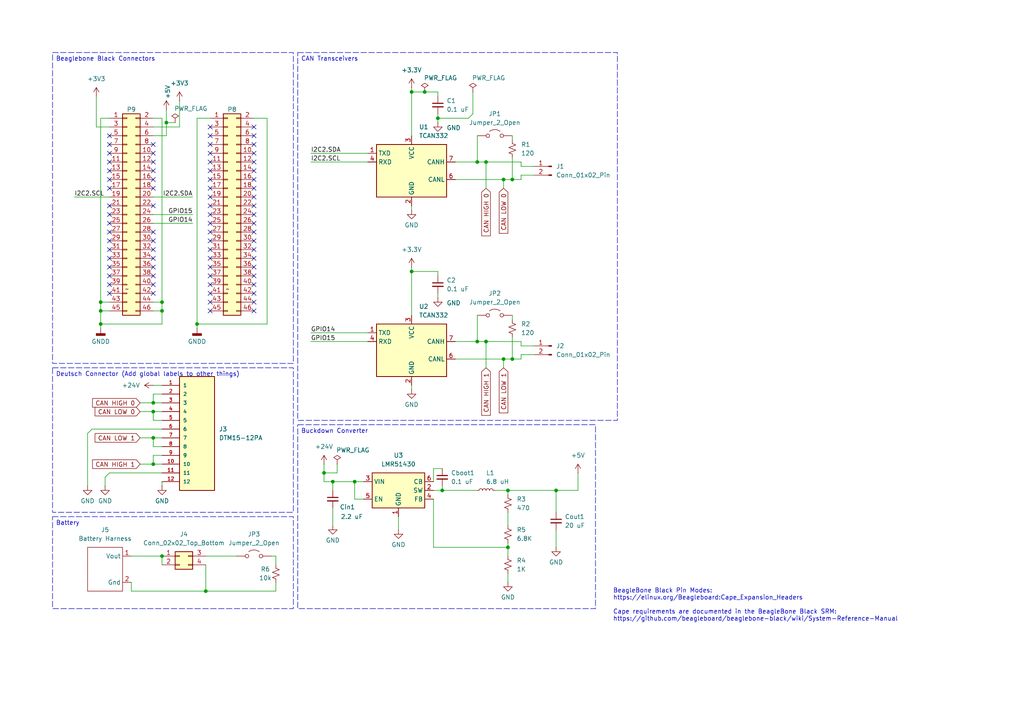
<source format=kicad_sch>
(kicad_sch
	(version 20250114)
	(generator "eeschema")
	(generator_version "9.0")
	(uuid "e63e39d7-6ac0-4ffd-8aa3-1841a4541b55")
	(paper "A4")
	(lib_symbols
		(symbol "Connector:Conn_01x02_Pin"
			(pin_names
				(offset 1.016)
				(hide yes)
			)
			(exclude_from_sim no)
			(in_bom yes)
			(on_board yes)
			(property "Reference" "J"
				(at 0 2.54 0)
				(effects
					(font
						(size 1.27 1.27)
					)
				)
			)
			(property "Value" "Conn_01x02_Pin"
				(at 0 -5.08 0)
				(effects
					(font
						(size 1.27 1.27)
					)
				)
			)
			(property "Footprint" ""
				(at 0 0 0)
				(effects
					(font
						(size 1.27 1.27)
					)
					(hide yes)
				)
			)
			(property "Datasheet" "~"
				(at 0 0 0)
				(effects
					(font
						(size 1.27 1.27)
					)
					(hide yes)
				)
			)
			(property "Description" "Generic connector, single row, 01x02, script generated"
				(at 0 0 0)
				(effects
					(font
						(size 1.27 1.27)
					)
					(hide yes)
				)
			)
			(property "ki_locked" ""
				(at 0 0 0)
				(effects
					(font
						(size 1.27 1.27)
					)
				)
			)
			(property "ki_keywords" "connector"
				(at 0 0 0)
				(effects
					(font
						(size 1.27 1.27)
					)
					(hide yes)
				)
			)
			(property "ki_fp_filters" "Connector*:*_1x??_*"
				(at 0 0 0)
				(effects
					(font
						(size 1.27 1.27)
					)
					(hide yes)
				)
			)
			(symbol "Conn_01x02_Pin_1_1"
				(rectangle
					(start 0.8636 0.127)
					(end 0 -0.127)
					(stroke
						(width 0.1524)
						(type default)
					)
					(fill
						(type outline)
					)
				)
				(rectangle
					(start 0.8636 -2.413)
					(end 0 -2.667)
					(stroke
						(width 0.1524)
						(type default)
					)
					(fill
						(type outline)
					)
				)
				(polyline
					(pts
						(xy 1.27 0) (xy 0.8636 0)
					)
					(stroke
						(width 0.1524)
						(type default)
					)
					(fill
						(type none)
					)
				)
				(polyline
					(pts
						(xy 1.27 -2.54) (xy 0.8636 -2.54)
					)
					(stroke
						(width 0.1524)
						(type default)
					)
					(fill
						(type none)
					)
				)
				(pin passive line
					(at 5.08 0 180)
					(length 3.81)
					(name "Pin_1"
						(effects
							(font
								(size 1.27 1.27)
							)
						)
					)
					(number "1"
						(effects
							(font
								(size 1.27 1.27)
							)
						)
					)
				)
				(pin passive line
					(at 5.08 -2.54 180)
					(length 3.81)
					(name "Pin_2"
						(effects
							(font
								(size 1.27 1.27)
							)
						)
					)
					(number "2"
						(effects
							(font
								(size 1.27 1.27)
							)
						)
					)
				)
			)
			(embedded_fonts no)
		)
		(symbol "Connector_Generic:Conn_02x02_Top_Bottom"
			(pin_names
				(offset 1.016)
				(hide yes)
			)
			(exclude_from_sim no)
			(in_bom yes)
			(on_board yes)
			(property "Reference" "J"
				(at 1.27 2.54 0)
				(effects
					(font
						(size 1.27 1.27)
					)
				)
			)
			(property "Value" "Conn_02x02_Top_Bottom"
				(at 1.27 -5.08 0)
				(effects
					(font
						(size 1.27 1.27)
					)
				)
			)
			(property "Footprint" ""
				(at 0 0 0)
				(effects
					(font
						(size 1.27 1.27)
					)
					(hide yes)
				)
			)
			(property "Datasheet" "~"
				(at 0 0 0)
				(effects
					(font
						(size 1.27 1.27)
					)
					(hide yes)
				)
			)
			(property "Description" "Generic connector, double row, 02x02, top/bottom pin numbering scheme (row 1: 1...pins_per_row, row2: pins_per_row+1 ... num_pins), script generated (kicad-library-utils/schlib/autogen/connector/)"
				(at 0 0 0)
				(effects
					(font
						(size 1.27 1.27)
					)
					(hide yes)
				)
			)
			(property "ki_keywords" "connector"
				(at 0 0 0)
				(effects
					(font
						(size 1.27 1.27)
					)
					(hide yes)
				)
			)
			(property "ki_fp_filters" "Connector*:*_2x??_*"
				(at 0 0 0)
				(effects
					(font
						(size 1.27 1.27)
					)
					(hide yes)
				)
			)
			(symbol "Conn_02x02_Top_Bottom_1_1"
				(rectangle
					(start -1.27 1.27)
					(end 3.81 -3.81)
					(stroke
						(width 0.254)
						(type default)
					)
					(fill
						(type background)
					)
				)
				(rectangle
					(start -1.27 0.127)
					(end 0 -0.127)
					(stroke
						(width 0.1524)
						(type default)
					)
					(fill
						(type none)
					)
				)
				(rectangle
					(start -1.27 -2.413)
					(end 0 -2.667)
					(stroke
						(width 0.1524)
						(type default)
					)
					(fill
						(type none)
					)
				)
				(rectangle
					(start 3.81 0.127)
					(end 2.54 -0.127)
					(stroke
						(width 0.1524)
						(type default)
					)
					(fill
						(type none)
					)
				)
				(rectangle
					(start 3.81 -2.413)
					(end 2.54 -2.667)
					(stroke
						(width 0.1524)
						(type default)
					)
					(fill
						(type none)
					)
				)
				(pin passive line
					(at -5.08 0 0)
					(length 3.81)
					(name "Pin_1"
						(effects
							(font
								(size 1.27 1.27)
							)
						)
					)
					(number "1"
						(effects
							(font
								(size 1.27 1.27)
							)
						)
					)
				)
				(pin passive line
					(at -5.08 -2.54 0)
					(length 3.81)
					(name "Pin_2"
						(effects
							(font
								(size 1.27 1.27)
							)
						)
					)
					(number "2"
						(effects
							(font
								(size 1.27 1.27)
							)
						)
					)
				)
				(pin passive line
					(at 7.62 0 180)
					(length 3.81)
					(name "Pin_3"
						(effects
							(font
								(size 1.27 1.27)
							)
						)
					)
					(number "3"
						(effects
							(font
								(size 1.27 1.27)
							)
						)
					)
				)
				(pin passive line
					(at 7.62 -2.54 180)
					(length 3.81)
					(name "Pin_4"
						(effects
							(font
								(size 1.27 1.27)
							)
						)
					)
					(number "4"
						(effects
							(font
								(size 1.27 1.27)
							)
						)
					)
				)
			)
			(embedded_fonts no)
		)
		(symbol "Connector_Generic:Conn_02x23_Odd_Even"
			(pin_names
				(offset 1.016)
				(hide yes)
			)
			(exclude_from_sim no)
			(in_bom yes)
			(on_board yes)
			(property "Reference" "J"
				(at 1.27 30.48 0)
				(effects
					(font
						(size 1.27 1.27)
					)
				)
			)
			(property "Value" "Conn_02x23_Odd_Even"
				(at 1.27 -30.48 0)
				(effects
					(font
						(size 1.27 1.27)
					)
				)
			)
			(property "Footprint" ""
				(at 0 0 0)
				(effects
					(font
						(size 1.27 1.27)
					)
					(hide yes)
				)
			)
			(property "Datasheet" "~"
				(at 0 0 0)
				(effects
					(font
						(size 1.27 1.27)
					)
					(hide yes)
				)
			)
			(property "Description" "Generic connector, double row, 02x23, odd/even pin numbering scheme (row 1 odd numbers, row 2 even numbers), script generated (kicad-library-utils/schlib/autogen/connector/)"
				(at 0 0 0)
				(effects
					(font
						(size 1.27 1.27)
					)
					(hide yes)
				)
			)
			(property "ki_keywords" "connector"
				(at 0 0 0)
				(effects
					(font
						(size 1.27 1.27)
					)
					(hide yes)
				)
			)
			(property "ki_fp_filters" "Connector*:*_2x??_*"
				(at 0 0 0)
				(effects
					(font
						(size 1.27 1.27)
					)
					(hide yes)
				)
			)
			(symbol "Conn_02x23_Odd_Even_1_1"
				(rectangle
					(start -1.27 29.21)
					(end 3.81 -29.21)
					(stroke
						(width 0.254)
						(type default)
					)
					(fill
						(type background)
					)
				)
				(rectangle
					(start -1.27 28.067)
					(end 0 27.813)
					(stroke
						(width 0.1524)
						(type default)
					)
					(fill
						(type none)
					)
				)
				(rectangle
					(start -1.27 25.527)
					(end 0 25.273)
					(stroke
						(width 0.1524)
						(type default)
					)
					(fill
						(type none)
					)
				)
				(rectangle
					(start -1.27 22.987)
					(end 0 22.733)
					(stroke
						(width 0.1524)
						(type default)
					)
					(fill
						(type none)
					)
				)
				(rectangle
					(start -1.27 20.447)
					(end 0 20.193)
					(stroke
						(width 0.1524)
						(type default)
					)
					(fill
						(type none)
					)
				)
				(rectangle
					(start -1.27 17.907)
					(end 0 17.653)
					(stroke
						(width 0.1524)
						(type default)
					)
					(fill
						(type none)
					)
				)
				(rectangle
					(start -1.27 15.367)
					(end 0 15.113)
					(stroke
						(width 0.1524)
						(type default)
					)
					(fill
						(type none)
					)
				)
				(rectangle
					(start -1.27 12.827)
					(end 0 12.573)
					(stroke
						(width 0.1524)
						(type default)
					)
					(fill
						(type none)
					)
				)
				(rectangle
					(start -1.27 10.287)
					(end 0 10.033)
					(stroke
						(width 0.1524)
						(type default)
					)
					(fill
						(type none)
					)
				)
				(rectangle
					(start -1.27 7.747)
					(end 0 7.493)
					(stroke
						(width 0.1524)
						(type default)
					)
					(fill
						(type none)
					)
				)
				(rectangle
					(start -1.27 5.207)
					(end 0 4.953)
					(stroke
						(width 0.1524)
						(type default)
					)
					(fill
						(type none)
					)
				)
				(rectangle
					(start -1.27 2.667)
					(end 0 2.413)
					(stroke
						(width 0.1524)
						(type default)
					)
					(fill
						(type none)
					)
				)
				(rectangle
					(start -1.27 0.127)
					(end 0 -0.127)
					(stroke
						(width 0.1524)
						(type default)
					)
					(fill
						(type none)
					)
				)
				(rectangle
					(start -1.27 -2.413)
					(end 0 -2.667)
					(stroke
						(width 0.1524)
						(type default)
					)
					(fill
						(type none)
					)
				)
				(rectangle
					(start -1.27 -4.953)
					(end 0 -5.207)
					(stroke
						(width 0.1524)
						(type default)
					)
					(fill
						(type none)
					)
				)
				(rectangle
					(start -1.27 -7.493)
					(end 0 -7.747)
					(stroke
						(width 0.1524)
						(type default)
					)
					(fill
						(type none)
					)
				)
				(rectangle
					(start -1.27 -10.033)
					(end 0 -10.287)
					(stroke
						(width 0.1524)
						(type default)
					)
					(fill
						(type none)
					)
				)
				(rectangle
					(start -1.27 -12.573)
					(end 0 -12.827)
					(stroke
						(width 0.1524)
						(type default)
					)
					(fill
						(type none)
					)
				)
				(rectangle
					(start -1.27 -15.113)
					(end 0 -15.367)
					(stroke
						(width 0.1524)
						(type default)
					)
					(fill
						(type none)
					)
				)
				(rectangle
					(start -1.27 -17.653)
					(end 0 -17.907)
					(stroke
						(width 0.1524)
						(type default)
					)
					(fill
						(type none)
					)
				)
				(rectangle
					(start -1.27 -20.193)
					(end 0 -20.447)
					(stroke
						(width 0.1524)
						(type default)
					)
					(fill
						(type none)
					)
				)
				(rectangle
					(start -1.27 -22.733)
					(end 0 -22.987)
					(stroke
						(width 0.1524)
						(type default)
					)
					(fill
						(type none)
					)
				)
				(rectangle
					(start -1.27 -25.273)
					(end 0 -25.527)
					(stroke
						(width 0.1524)
						(type default)
					)
					(fill
						(type none)
					)
				)
				(rectangle
					(start -1.27 -27.813)
					(end 0 -28.067)
					(stroke
						(width 0.1524)
						(type default)
					)
					(fill
						(type none)
					)
				)
				(rectangle
					(start 3.81 28.067)
					(end 2.54 27.813)
					(stroke
						(width 0.1524)
						(type default)
					)
					(fill
						(type none)
					)
				)
				(rectangle
					(start 3.81 25.527)
					(end 2.54 25.273)
					(stroke
						(width 0.1524)
						(type default)
					)
					(fill
						(type none)
					)
				)
				(rectangle
					(start 3.81 22.987)
					(end 2.54 22.733)
					(stroke
						(width 0.1524)
						(type default)
					)
					(fill
						(type none)
					)
				)
				(rectangle
					(start 3.81 20.447)
					(end 2.54 20.193)
					(stroke
						(width 0.1524)
						(type default)
					)
					(fill
						(type none)
					)
				)
				(rectangle
					(start 3.81 17.907)
					(end 2.54 17.653)
					(stroke
						(width 0.1524)
						(type default)
					)
					(fill
						(type none)
					)
				)
				(rectangle
					(start 3.81 15.367)
					(end 2.54 15.113)
					(stroke
						(width 0.1524)
						(type default)
					)
					(fill
						(type none)
					)
				)
				(rectangle
					(start 3.81 12.827)
					(end 2.54 12.573)
					(stroke
						(width 0.1524)
						(type default)
					)
					(fill
						(type none)
					)
				)
				(rectangle
					(start 3.81 10.287)
					(end 2.54 10.033)
					(stroke
						(width 0.1524)
						(type default)
					)
					(fill
						(type none)
					)
				)
				(rectangle
					(start 3.81 7.747)
					(end 2.54 7.493)
					(stroke
						(width 0.1524)
						(type default)
					)
					(fill
						(type none)
					)
				)
				(rectangle
					(start 3.81 5.207)
					(end 2.54 4.953)
					(stroke
						(width 0.1524)
						(type default)
					)
					(fill
						(type none)
					)
				)
				(rectangle
					(start 3.81 2.667)
					(end 2.54 2.413)
					(stroke
						(width 0.1524)
						(type default)
					)
					(fill
						(type none)
					)
				)
				(rectangle
					(start 3.81 0.127)
					(end 2.54 -0.127)
					(stroke
						(width 0.1524)
						(type default)
					)
					(fill
						(type none)
					)
				)
				(rectangle
					(start 3.81 -2.413)
					(end 2.54 -2.667)
					(stroke
						(width 0.1524)
						(type default)
					)
					(fill
						(type none)
					)
				)
				(rectangle
					(start 3.81 -4.953)
					(end 2.54 -5.207)
					(stroke
						(width 0.1524)
						(type default)
					)
					(fill
						(type none)
					)
				)
				(rectangle
					(start 3.81 -7.493)
					(end 2.54 -7.747)
					(stroke
						(width 0.1524)
						(type default)
					)
					(fill
						(type none)
					)
				)
				(rectangle
					(start 3.81 -10.033)
					(end 2.54 -10.287)
					(stroke
						(width 0.1524)
						(type default)
					)
					(fill
						(type none)
					)
				)
				(rectangle
					(start 3.81 -12.573)
					(end 2.54 -12.827)
					(stroke
						(width 0.1524)
						(type default)
					)
					(fill
						(type none)
					)
				)
				(rectangle
					(start 3.81 -15.113)
					(end 2.54 -15.367)
					(stroke
						(width 0.1524)
						(type default)
					)
					(fill
						(type none)
					)
				)
				(rectangle
					(start 3.81 -17.653)
					(end 2.54 -17.907)
					(stroke
						(width 0.1524)
						(type default)
					)
					(fill
						(type none)
					)
				)
				(rectangle
					(start 3.81 -20.193)
					(end 2.54 -20.447)
					(stroke
						(width 0.1524)
						(type default)
					)
					(fill
						(type none)
					)
				)
				(rectangle
					(start 3.81 -22.733)
					(end 2.54 -22.987)
					(stroke
						(width 0.1524)
						(type default)
					)
					(fill
						(type none)
					)
				)
				(rectangle
					(start 3.81 -25.273)
					(end 2.54 -25.527)
					(stroke
						(width 0.1524)
						(type default)
					)
					(fill
						(type none)
					)
				)
				(rectangle
					(start 3.81 -27.813)
					(end 2.54 -28.067)
					(stroke
						(width 0.1524)
						(type default)
					)
					(fill
						(type none)
					)
				)
				(pin passive line
					(at -5.08 27.94 0)
					(length 3.81)
					(name "Pin_1"
						(effects
							(font
								(size 1.27 1.27)
							)
						)
					)
					(number "1"
						(effects
							(font
								(size 1.27 1.27)
							)
						)
					)
				)
				(pin passive line
					(at -5.08 25.4 0)
					(length 3.81)
					(name "Pin_3"
						(effects
							(font
								(size 1.27 1.27)
							)
						)
					)
					(number "3"
						(effects
							(font
								(size 1.27 1.27)
							)
						)
					)
				)
				(pin passive line
					(at -5.08 22.86 0)
					(length 3.81)
					(name "Pin_5"
						(effects
							(font
								(size 1.27 1.27)
							)
						)
					)
					(number "5"
						(effects
							(font
								(size 1.27 1.27)
							)
						)
					)
				)
				(pin passive line
					(at -5.08 20.32 0)
					(length 3.81)
					(name "Pin_7"
						(effects
							(font
								(size 1.27 1.27)
							)
						)
					)
					(number "7"
						(effects
							(font
								(size 1.27 1.27)
							)
						)
					)
				)
				(pin passive line
					(at -5.08 17.78 0)
					(length 3.81)
					(name "Pin_9"
						(effects
							(font
								(size 1.27 1.27)
							)
						)
					)
					(number "9"
						(effects
							(font
								(size 1.27 1.27)
							)
						)
					)
				)
				(pin passive line
					(at -5.08 15.24 0)
					(length 3.81)
					(name "Pin_11"
						(effects
							(font
								(size 1.27 1.27)
							)
						)
					)
					(number "11"
						(effects
							(font
								(size 1.27 1.27)
							)
						)
					)
				)
				(pin passive line
					(at -5.08 12.7 0)
					(length 3.81)
					(name "Pin_13"
						(effects
							(font
								(size 1.27 1.27)
							)
						)
					)
					(number "13"
						(effects
							(font
								(size 1.27 1.27)
							)
						)
					)
				)
				(pin passive line
					(at -5.08 10.16 0)
					(length 3.81)
					(name "Pin_15"
						(effects
							(font
								(size 1.27 1.27)
							)
						)
					)
					(number "15"
						(effects
							(font
								(size 1.27 1.27)
							)
						)
					)
				)
				(pin passive line
					(at -5.08 7.62 0)
					(length 3.81)
					(name "Pin_17"
						(effects
							(font
								(size 1.27 1.27)
							)
						)
					)
					(number "17"
						(effects
							(font
								(size 1.27 1.27)
							)
						)
					)
				)
				(pin passive line
					(at -5.08 5.08 0)
					(length 3.81)
					(name "Pin_19"
						(effects
							(font
								(size 1.27 1.27)
							)
						)
					)
					(number "19"
						(effects
							(font
								(size 1.27 1.27)
							)
						)
					)
				)
				(pin passive line
					(at -5.08 2.54 0)
					(length 3.81)
					(name "Pin_21"
						(effects
							(font
								(size 1.27 1.27)
							)
						)
					)
					(number "21"
						(effects
							(font
								(size 1.27 1.27)
							)
						)
					)
				)
				(pin passive line
					(at -5.08 0 0)
					(length 3.81)
					(name "Pin_23"
						(effects
							(font
								(size 1.27 1.27)
							)
						)
					)
					(number "23"
						(effects
							(font
								(size 1.27 1.27)
							)
						)
					)
				)
				(pin passive line
					(at -5.08 -2.54 0)
					(length 3.81)
					(name "Pin_25"
						(effects
							(font
								(size 1.27 1.27)
							)
						)
					)
					(number "25"
						(effects
							(font
								(size 1.27 1.27)
							)
						)
					)
				)
				(pin passive line
					(at -5.08 -5.08 0)
					(length 3.81)
					(name "Pin_27"
						(effects
							(font
								(size 1.27 1.27)
							)
						)
					)
					(number "27"
						(effects
							(font
								(size 1.27 1.27)
							)
						)
					)
				)
				(pin passive line
					(at -5.08 -7.62 0)
					(length 3.81)
					(name "Pin_29"
						(effects
							(font
								(size 1.27 1.27)
							)
						)
					)
					(number "29"
						(effects
							(font
								(size 1.27 1.27)
							)
						)
					)
				)
				(pin passive line
					(at -5.08 -10.16 0)
					(length 3.81)
					(name "Pin_31"
						(effects
							(font
								(size 1.27 1.27)
							)
						)
					)
					(number "31"
						(effects
							(font
								(size 1.27 1.27)
							)
						)
					)
				)
				(pin passive line
					(at -5.08 -12.7 0)
					(length 3.81)
					(name "Pin_33"
						(effects
							(font
								(size 1.27 1.27)
							)
						)
					)
					(number "33"
						(effects
							(font
								(size 1.27 1.27)
							)
						)
					)
				)
				(pin passive line
					(at -5.08 -15.24 0)
					(length 3.81)
					(name "Pin_35"
						(effects
							(font
								(size 1.27 1.27)
							)
						)
					)
					(number "35"
						(effects
							(font
								(size 1.27 1.27)
							)
						)
					)
				)
				(pin passive line
					(at -5.08 -17.78 0)
					(length 3.81)
					(name "Pin_37"
						(effects
							(font
								(size 1.27 1.27)
							)
						)
					)
					(number "37"
						(effects
							(font
								(size 1.27 1.27)
							)
						)
					)
				)
				(pin passive line
					(at -5.08 -20.32 0)
					(length 3.81)
					(name "Pin_39"
						(effects
							(font
								(size 1.27 1.27)
							)
						)
					)
					(number "39"
						(effects
							(font
								(size 1.27 1.27)
							)
						)
					)
				)
				(pin passive line
					(at -5.08 -22.86 0)
					(length 3.81)
					(name "Pin_41"
						(effects
							(font
								(size 1.27 1.27)
							)
						)
					)
					(number "41"
						(effects
							(font
								(size 1.27 1.27)
							)
						)
					)
				)
				(pin passive line
					(at -5.08 -25.4 0)
					(length 3.81)
					(name "Pin_43"
						(effects
							(font
								(size 1.27 1.27)
							)
						)
					)
					(number "43"
						(effects
							(font
								(size 1.27 1.27)
							)
						)
					)
				)
				(pin passive line
					(at -5.08 -27.94 0)
					(length 3.81)
					(name "Pin_45"
						(effects
							(font
								(size 1.27 1.27)
							)
						)
					)
					(number "45"
						(effects
							(font
								(size 1.27 1.27)
							)
						)
					)
				)
				(pin passive line
					(at 7.62 27.94 180)
					(length 3.81)
					(name "Pin_2"
						(effects
							(font
								(size 1.27 1.27)
							)
						)
					)
					(number "2"
						(effects
							(font
								(size 1.27 1.27)
							)
						)
					)
				)
				(pin passive line
					(at 7.62 25.4 180)
					(length 3.81)
					(name "Pin_4"
						(effects
							(font
								(size 1.27 1.27)
							)
						)
					)
					(number "4"
						(effects
							(font
								(size 1.27 1.27)
							)
						)
					)
				)
				(pin passive line
					(at 7.62 22.86 180)
					(length 3.81)
					(name "Pin_6"
						(effects
							(font
								(size 1.27 1.27)
							)
						)
					)
					(number "6"
						(effects
							(font
								(size 1.27 1.27)
							)
						)
					)
				)
				(pin passive line
					(at 7.62 20.32 180)
					(length 3.81)
					(name "Pin_8"
						(effects
							(font
								(size 1.27 1.27)
							)
						)
					)
					(number "8"
						(effects
							(font
								(size 1.27 1.27)
							)
						)
					)
				)
				(pin passive line
					(at 7.62 17.78 180)
					(length 3.81)
					(name "Pin_10"
						(effects
							(font
								(size 1.27 1.27)
							)
						)
					)
					(number "10"
						(effects
							(font
								(size 1.27 1.27)
							)
						)
					)
				)
				(pin passive line
					(at 7.62 15.24 180)
					(length 3.81)
					(name "Pin_12"
						(effects
							(font
								(size 1.27 1.27)
							)
						)
					)
					(number "12"
						(effects
							(font
								(size 1.27 1.27)
							)
						)
					)
				)
				(pin passive line
					(at 7.62 12.7 180)
					(length 3.81)
					(name "Pin_14"
						(effects
							(font
								(size 1.27 1.27)
							)
						)
					)
					(number "14"
						(effects
							(font
								(size 1.27 1.27)
							)
						)
					)
				)
				(pin passive line
					(at 7.62 10.16 180)
					(length 3.81)
					(name "Pin_16"
						(effects
							(font
								(size 1.27 1.27)
							)
						)
					)
					(number "16"
						(effects
							(font
								(size 1.27 1.27)
							)
						)
					)
				)
				(pin passive line
					(at 7.62 7.62 180)
					(length 3.81)
					(name "Pin_18"
						(effects
							(font
								(size 1.27 1.27)
							)
						)
					)
					(number "18"
						(effects
							(font
								(size 1.27 1.27)
							)
						)
					)
				)
				(pin passive line
					(at 7.62 5.08 180)
					(length 3.81)
					(name "Pin_20"
						(effects
							(font
								(size 1.27 1.27)
							)
						)
					)
					(number "20"
						(effects
							(font
								(size 1.27 1.27)
							)
						)
					)
				)
				(pin passive line
					(at 7.62 2.54 180)
					(length 3.81)
					(name "Pin_22"
						(effects
							(font
								(size 1.27 1.27)
							)
						)
					)
					(number "22"
						(effects
							(font
								(size 1.27 1.27)
							)
						)
					)
				)
				(pin passive line
					(at 7.62 0 180)
					(length 3.81)
					(name "Pin_24"
						(effects
							(font
								(size 1.27 1.27)
							)
						)
					)
					(number "24"
						(effects
							(font
								(size 1.27 1.27)
							)
						)
					)
				)
				(pin passive line
					(at 7.62 -2.54 180)
					(length 3.81)
					(name "Pin_26"
						(effects
							(font
								(size 1.27 1.27)
							)
						)
					)
					(number "26"
						(effects
							(font
								(size 1.27 1.27)
							)
						)
					)
				)
				(pin passive line
					(at 7.62 -5.08 180)
					(length 3.81)
					(name "Pin_28"
						(effects
							(font
								(size 1.27 1.27)
							)
						)
					)
					(number "28"
						(effects
							(font
								(size 1.27 1.27)
							)
						)
					)
				)
				(pin passive line
					(at 7.62 -7.62 180)
					(length 3.81)
					(name "Pin_30"
						(effects
							(font
								(size 1.27 1.27)
							)
						)
					)
					(number "30"
						(effects
							(font
								(size 1.27 1.27)
							)
						)
					)
				)
				(pin passive line
					(at 7.62 -10.16 180)
					(length 3.81)
					(name "Pin_32"
						(effects
							(font
								(size 1.27 1.27)
							)
						)
					)
					(number "32"
						(effects
							(font
								(size 1.27 1.27)
							)
						)
					)
				)
				(pin passive line
					(at 7.62 -12.7 180)
					(length 3.81)
					(name "Pin_34"
						(effects
							(font
								(size 1.27 1.27)
							)
						)
					)
					(number "34"
						(effects
							(font
								(size 1.27 1.27)
							)
						)
					)
				)
				(pin passive line
					(at 7.62 -15.24 180)
					(length 3.81)
					(name "Pin_36"
						(effects
							(font
								(size 1.27 1.27)
							)
						)
					)
					(number "36"
						(effects
							(font
								(size 1.27 1.27)
							)
						)
					)
				)
				(pin passive line
					(at 7.62 -17.78 180)
					(length 3.81)
					(name "Pin_38"
						(effects
							(font
								(size 1.27 1.27)
							)
						)
					)
					(number "38"
						(effects
							(font
								(size 1.27 1.27)
							)
						)
					)
				)
				(pin passive line
					(at 7.62 -20.32 180)
					(length 3.81)
					(name "Pin_40"
						(effects
							(font
								(size 1.27 1.27)
							)
						)
					)
					(number "40"
						(effects
							(font
								(size 1.27 1.27)
							)
						)
					)
				)
				(pin passive line
					(at 7.62 -22.86 180)
					(length 3.81)
					(name "Pin_42"
						(effects
							(font
								(size 1.27 1.27)
							)
						)
					)
					(number "42"
						(effects
							(font
								(size 1.27 1.27)
							)
						)
					)
				)
				(pin passive line
					(at 7.62 -25.4 180)
					(length 3.81)
					(name "Pin_44"
						(effects
							(font
								(size 1.27 1.27)
							)
						)
					)
					(number "44"
						(effects
							(font
								(size 1.27 1.27)
							)
						)
					)
				)
				(pin passive line
					(at 7.62 -27.94 180)
					(length 3.81)
					(name "Pin_46"
						(effects
							(font
								(size 1.27 1.27)
							)
						)
					)
					(number "46"
						(effects
							(font
								(size 1.27 1.27)
							)
						)
					)
				)
			)
			(embedded_fonts no)
		)
		(symbol "Device:C_Small"
			(pin_numbers
				(hide yes)
			)
			(pin_names
				(offset 0.254)
				(hide yes)
			)
			(exclude_from_sim no)
			(in_bom yes)
			(on_board yes)
			(property "Reference" "C"
				(at 0.254 1.778 0)
				(effects
					(font
						(size 1.27 1.27)
					)
					(justify left)
				)
			)
			(property "Value" "C_Small"
				(at 0.254 -2.032 0)
				(effects
					(font
						(size 1.27 1.27)
					)
					(justify left)
				)
			)
			(property "Footprint" ""
				(at 0 0 0)
				(effects
					(font
						(size 1.27 1.27)
					)
					(hide yes)
				)
			)
			(property "Datasheet" "~"
				(at 0 0 0)
				(effects
					(font
						(size 1.27 1.27)
					)
					(hide yes)
				)
			)
			(property "Description" "Unpolarized capacitor, small symbol"
				(at 0 0 0)
				(effects
					(font
						(size 1.27 1.27)
					)
					(hide yes)
				)
			)
			(property "ki_keywords" "capacitor cap"
				(at 0 0 0)
				(effects
					(font
						(size 1.27 1.27)
					)
					(hide yes)
				)
			)
			(property "ki_fp_filters" "C_*"
				(at 0 0 0)
				(effects
					(font
						(size 1.27 1.27)
					)
					(hide yes)
				)
			)
			(symbol "C_Small_0_1"
				(polyline
					(pts
						(xy -1.524 0.508) (xy 1.524 0.508)
					)
					(stroke
						(width 0.3048)
						(type default)
					)
					(fill
						(type none)
					)
				)
				(polyline
					(pts
						(xy -1.524 -0.508) (xy 1.524 -0.508)
					)
					(stroke
						(width 0.3302)
						(type default)
					)
					(fill
						(type none)
					)
				)
			)
			(symbol "C_Small_1_1"
				(pin passive line
					(at 0 2.54 270)
					(length 2.032)
					(name "~"
						(effects
							(font
								(size 1.27 1.27)
							)
						)
					)
					(number "1"
						(effects
							(font
								(size 1.27 1.27)
							)
						)
					)
				)
				(pin passive line
					(at 0 -2.54 90)
					(length 2.032)
					(name "~"
						(effects
							(font
								(size 1.27 1.27)
							)
						)
					)
					(number "2"
						(effects
							(font
								(size 1.27 1.27)
							)
						)
					)
				)
			)
			(embedded_fonts no)
		)
		(symbol "Device:L_Small"
			(pin_numbers
				(hide yes)
			)
			(pin_names
				(offset 0.254)
				(hide yes)
			)
			(exclude_from_sim no)
			(in_bom yes)
			(on_board yes)
			(property "Reference" "L"
				(at 0.762 1.016 0)
				(effects
					(font
						(size 1.27 1.27)
					)
					(justify left)
				)
			)
			(property "Value" "L_Small"
				(at 0.762 -1.016 0)
				(effects
					(font
						(size 1.27 1.27)
					)
					(justify left)
				)
			)
			(property "Footprint" ""
				(at 0 0 0)
				(effects
					(font
						(size 1.27 1.27)
					)
					(hide yes)
				)
			)
			(property "Datasheet" "~"
				(at 0 0 0)
				(effects
					(font
						(size 1.27 1.27)
					)
					(hide yes)
				)
			)
			(property "Description" "Inductor, small symbol"
				(at 0 0 0)
				(effects
					(font
						(size 1.27 1.27)
					)
					(hide yes)
				)
			)
			(property "ki_keywords" "inductor choke coil reactor magnetic"
				(at 0 0 0)
				(effects
					(font
						(size 1.27 1.27)
					)
					(hide yes)
				)
			)
			(property "ki_fp_filters" "Choke_* *Coil* Inductor_* L_*"
				(at 0 0 0)
				(effects
					(font
						(size 1.27 1.27)
					)
					(hide yes)
				)
			)
			(symbol "L_Small_0_1"
				(arc
					(start 0 2.032)
					(mid 0.5058 1.524)
					(end 0 1.016)
					(stroke
						(width 0)
						(type default)
					)
					(fill
						(type none)
					)
				)
				(arc
					(start 0 1.016)
					(mid 0.5058 0.508)
					(end 0 0)
					(stroke
						(width 0)
						(type default)
					)
					(fill
						(type none)
					)
				)
				(arc
					(start 0 0)
					(mid 0.5058 -0.508)
					(end 0 -1.016)
					(stroke
						(width 0)
						(type default)
					)
					(fill
						(type none)
					)
				)
				(arc
					(start 0 -1.016)
					(mid 0.5058 -1.524)
					(end 0 -2.032)
					(stroke
						(width 0)
						(type default)
					)
					(fill
						(type none)
					)
				)
			)
			(symbol "L_Small_1_1"
				(pin passive line
					(at 0 2.54 270)
					(length 0.508)
					(name "~"
						(effects
							(font
								(size 1.27 1.27)
							)
						)
					)
					(number "1"
						(effects
							(font
								(size 1.27 1.27)
							)
						)
					)
				)
				(pin passive line
					(at 0 -2.54 90)
					(length 0.508)
					(name "~"
						(effects
							(font
								(size 1.27 1.27)
							)
						)
					)
					(number "2"
						(effects
							(font
								(size 1.27 1.27)
							)
						)
					)
				)
			)
			(embedded_fonts no)
		)
		(symbol "Device:R_Small_US"
			(pin_numbers
				(hide yes)
			)
			(pin_names
				(offset 0.254)
				(hide yes)
			)
			(exclude_from_sim no)
			(in_bom yes)
			(on_board yes)
			(property "Reference" "R"
				(at 0.762 0.508 0)
				(effects
					(font
						(size 1.27 1.27)
					)
					(justify left)
				)
			)
			(property "Value" "R_Small_US"
				(at 0.762 -1.016 0)
				(effects
					(font
						(size 1.27 1.27)
					)
					(justify left)
				)
			)
			(property "Footprint" ""
				(at 0 0 0)
				(effects
					(font
						(size 1.27 1.27)
					)
					(hide yes)
				)
			)
			(property "Datasheet" "~"
				(at 0 0 0)
				(effects
					(font
						(size 1.27 1.27)
					)
					(hide yes)
				)
			)
			(property "Description" "Resistor, small US symbol"
				(at 0 0 0)
				(effects
					(font
						(size 1.27 1.27)
					)
					(hide yes)
				)
			)
			(property "ki_keywords" "r resistor"
				(at 0 0 0)
				(effects
					(font
						(size 1.27 1.27)
					)
					(hide yes)
				)
			)
			(property "ki_fp_filters" "R_*"
				(at 0 0 0)
				(effects
					(font
						(size 1.27 1.27)
					)
					(hide yes)
				)
			)
			(symbol "R_Small_US_1_1"
				(polyline
					(pts
						(xy 0 1.524) (xy 1.016 1.143) (xy 0 0.762) (xy -1.016 0.381) (xy 0 0)
					)
					(stroke
						(width 0)
						(type default)
					)
					(fill
						(type none)
					)
				)
				(polyline
					(pts
						(xy 0 0) (xy 1.016 -0.381) (xy 0 -0.762) (xy -1.016 -1.143) (xy 0 -1.524)
					)
					(stroke
						(width 0)
						(type default)
					)
					(fill
						(type none)
					)
				)
				(pin passive line
					(at 0 2.54 270)
					(length 1.016)
					(name "~"
						(effects
							(font
								(size 1.27 1.27)
							)
						)
					)
					(number "1"
						(effects
							(font
								(size 1.27 1.27)
							)
						)
					)
				)
				(pin passive line
					(at 0 -2.54 90)
					(length 1.016)
					(name "~"
						(effects
							(font
								(size 1.27 1.27)
							)
						)
					)
					(number "2"
						(effects
							(font
								(size 1.27 1.27)
							)
						)
					)
				)
			)
			(embedded_fonts no)
		)
		(symbol "Interface_CAN_LIN:TCAN332"
			(exclude_from_sim no)
			(in_bom yes)
			(on_board yes)
			(property "Reference" "U"
				(at -10.16 8.89 0)
				(effects
					(font
						(size 1.27 1.27)
					)
					(justify left)
				)
			)
			(property "Value" "TCAN332"
				(at 2.54 8.89 0)
				(effects
					(font
						(size 1.27 1.27)
					)
					(justify left)
				)
			)
			(property "Footprint" ""
				(at 0 -12.7 0)
				(effects
					(font
						(size 1.27 1.27)
						(italic yes)
					)
					(hide yes)
				)
			)
			(property "Datasheet" "http://www.ti.com/lit/ds/symlink/tcan337.pdf"
				(at 0 0 0)
				(effects
					(font
						(size 1.27 1.27)
					)
					(hide yes)
				)
			)
			(property "Description" "High-Speed CAN Transceiver, 1Mbps, 3.3V supply, SOT-23-8/SOIC-8"
				(at 0 0 0)
				(effects
					(font
						(size 1.27 1.27)
					)
					(hide yes)
				)
			)
			(property "ki_keywords" "High-Speed CAN Transceiver"
				(at 0 0 0)
				(effects
					(font
						(size 1.27 1.27)
					)
					(hide yes)
				)
			)
			(property "ki_fp_filters" "*TSOT?23* *SOIC*3.9x4.9mm*P1.27mm*"
				(at 0 0 0)
				(effects
					(font
						(size 1.27 1.27)
					)
					(hide yes)
				)
			)
			(symbol "TCAN332_0_1"
				(rectangle
					(start -10.16 7.62)
					(end 10.16 -7.62)
					(stroke
						(width 0.254)
						(type default)
					)
					(fill
						(type background)
					)
				)
			)
			(symbol "TCAN332_1_1"
				(pin input line
					(at -12.7 5.08 0)
					(length 2.54)
					(name "TXD"
						(effects
							(font
								(size 1.27 1.27)
							)
						)
					)
					(number "1"
						(effects
							(font
								(size 1.27 1.27)
							)
						)
					)
				)
				(pin tri_state line
					(at -12.7 2.54 0)
					(length 2.54)
					(name "RXD"
						(effects
							(font
								(size 1.27 1.27)
							)
						)
					)
					(number "4"
						(effects
							(font
								(size 1.27 1.27)
							)
						)
					)
				)
				(pin no_connect line
					(at -10.16 -2.54 0)
					(length 2.54)
					(hide yes)
					(name "NC"
						(effects
							(font
								(size 1.27 1.27)
							)
						)
					)
					(number "5"
						(effects
							(font
								(size 1.27 1.27)
							)
						)
					)
				)
				(pin no_connect line
					(at -10.16 -5.08 0)
					(length 2.54)
					(hide yes)
					(name "NC"
						(effects
							(font
								(size 1.27 1.27)
							)
						)
					)
					(number "8"
						(effects
							(font
								(size 1.27 1.27)
							)
						)
					)
				)
				(pin power_in line
					(at 0 10.16 270)
					(length 2.54)
					(name "VCC"
						(effects
							(font
								(size 1.27 1.27)
							)
						)
					)
					(number "3"
						(effects
							(font
								(size 1.27 1.27)
							)
						)
					)
				)
				(pin power_in line
					(at 0 -10.16 90)
					(length 2.54)
					(name "GND"
						(effects
							(font
								(size 1.27 1.27)
							)
						)
					)
					(number "2"
						(effects
							(font
								(size 1.27 1.27)
							)
						)
					)
				)
				(pin bidirectional line
					(at 12.7 2.54 180)
					(length 2.54)
					(name "CANH"
						(effects
							(font
								(size 1.27 1.27)
							)
						)
					)
					(number "7"
						(effects
							(font
								(size 1.27 1.27)
							)
						)
					)
				)
				(pin bidirectional line
					(at 12.7 -2.54 180)
					(length 2.54)
					(name "CANL"
						(effects
							(font
								(size 1.27 1.27)
							)
						)
					)
					(number "6"
						(effects
							(font
								(size 1.27 1.27)
							)
						)
					)
				)
			)
			(embedded_fonts no)
		)
		(symbol "Jumper:Jumper_2_Open"
			(pin_numbers
				(hide yes)
			)
			(pin_names
				(offset 0)
				(hide yes)
			)
			(exclude_from_sim no)
			(in_bom yes)
			(on_board yes)
			(property "Reference" "JP"
				(at 0 2.794 0)
				(effects
					(font
						(size 1.27 1.27)
					)
				)
			)
			(property "Value" "Jumper_2_Open"
				(at 0 -2.286 0)
				(effects
					(font
						(size 1.27 1.27)
					)
				)
			)
			(property "Footprint" ""
				(at 0 0 0)
				(effects
					(font
						(size 1.27 1.27)
					)
					(hide yes)
				)
			)
			(property "Datasheet" "~"
				(at 0 0 0)
				(effects
					(font
						(size 1.27 1.27)
					)
					(hide yes)
				)
			)
			(property "Description" "Jumper, 2-pole, open"
				(at 0 0 0)
				(effects
					(font
						(size 1.27 1.27)
					)
					(hide yes)
				)
			)
			(property "ki_keywords" "Jumper SPST"
				(at 0 0 0)
				(effects
					(font
						(size 1.27 1.27)
					)
					(hide yes)
				)
			)
			(property "ki_fp_filters" "Jumper* TestPoint*2Pads* TestPoint*Bridge*"
				(at 0 0 0)
				(effects
					(font
						(size 1.27 1.27)
					)
					(hide yes)
				)
			)
			(symbol "Jumper_2_Open_0_0"
				(circle
					(center -2.032 0)
					(radius 0.508)
					(stroke
						(width 0)
						(type default)
					)
					(fill
						(type none)
					)
				)
				(circle
					(center 2.032 0)
					(radius 0.508)
					(stroke
						(width 0)
						(type default)
					)
					(fill
						(type none)
					)
				)
			)
			(symbol "Jumper_2_Open_0_1"
				(arc
					(start -1.524 1.27)
					(mid 0 1.778)
					(end 1.524 1.27)
					(stroke
						(width 0)
						(type default)
					)
					(fill
						(type none)
					)
				)
			)
			(symbol "Jumper_2_Open_1_1"
				(pin passive line
					(at -5.08 0 0)
					(length 2.54)
					(name "A"
						(effects
							(font
								(size 1.27 1.27)
							)
						)
					)
					(number "1"
						(effects
							(font
								(size 1.27 1.27)
							)
						)
					)
				)
				(pin passive line
					(at 5.08 0 180)
					(length 2.54)
					(name "B"
						(effects
							(font
								(size 1.27 1.27)
							)
						)
					)
					(number "2"
						(effects
							(font
								(size 1.27 1.27)
							)
						)
					)
				)
			)
			(embedded_fonts no)
		)
		(symbol "Regulator_Switching:LMR51430"
			(exclude_from_sim no)
			(in_bom yes)
			(on_board yes)
			(property "Reference" "U"
				(at -7.62 6.35 0)
				(effects
					(font
						(size 1.27 1.27)
					)
					(justify left)
				)
			)
			(property "Value" "LMR51430"
				(at 0 6.35 0)
				(effects
					(font
						(size 1.27 1.27)
					)
					(justify left)
				)
			)
			(property "Footprint" "Package_TO_SOT_SMD:SOT-23-6"
				(at 1.27 -8.89 0)
				(effects
					(font
						(size 1.27 1.27)
					)
					(justify left)
					(hide yes)
				)
			)
			(property "Datasheet" "https://www.ti.com/lit/ds/symlink/lmr51430.pdf"
				(at 1.27 -11.43 0)
				(effects
					(font
						(size 1.27 1.27)
					)
					(justify left)
					(hide yes)
				)
			)
			(property "Description" "4.5-V to 36-V, 3-A synchronous buck converter with 40-µA IQ, SOT-23-6"
				(at 0 0 0)
				(effects
					(font
						(size 1.27 1.27)
					)
					(hide yes)
				)
			)
			(property "ki_keywords" "switching buck converter power-supply voltage regulator"
				(at 0 0 0)
				(effects
					(font
						(size 1.27 1.27)
					)
					(hide yes)
				)
			)
			(property "ki_fp_filters" "SOT?23*"
				(at 0 0 0)
				(effects
					(font
						(size 1.27 1.27)
					)
					(hide yes)
				)
			)
			(symbol "LMR51430_0_1"
				(rectangle
					(start -7.62 5.08)
					(end 7.62 -5.08)
					(stroke
						(width 0.254)
						(type default)
					)
					(fill
						(type background)
					)
				)
			)
			(symbol "LMR51430_1_1"
				(pin power_in line
					(at -10.16 2.54 0)
					(length 2.54)
					(name "VIN"
						(effects
							(font
								(size 1.27 1.27)
							)
						)
					)
					(number "3"
						(effects
							(font
								(size 1.27 1.27)
							)
						)
					)
				)
				(pin input line
					(at -10.16 -2.54 0)
					(length 2.54)
					(name "EN"
						(effects
							(font
								(size 1.27 1.27)
							)
						)
					)
					(number "5"
						(effects
							(font
								(size 1.27 1.27)
							)
						)
					)
				)
				(pin power_in line
					(at 0 -7.62 90)
					(length 2.54)
					(name "GND"
						(effects
							(font
								(size 1.27 1.27)
							)
						)
					)
					(number "1"
						(effects
							(font
								(size 1.27 1.27)
							)
						)
					)
				)
				(pin passive line
					(at 10.16 2.54 180)
					(length 2.54)
					(name "CB"
						(effects
							(font
								(size 1.27 1.27)
							)
						)
					)
					(number "6"
						(effects
							(font
								(size 1.27 1.27)
							)
						)
					)
				)
				(pin power_out line
					(at 10.16 0 180)
					(length 2.54)
					(name "SW"
						(effects
							(font
								(size 1.27 1.27)
							)
						)
					)
					(number "2"
						(effects
							(font
								(size 1.27 1.27)
							)
						)
					)
				)
				(pin input line
					(at 10.16 -2.54 180)
					(length 2.54)
					(name "FB"
						(effects
							(font
								(size 1.27 1.27)
							)
						)
					)
					(number "4"
						(effects
							(font
								(size 1.27 1.27)
							)
						)
					)
				)
			)
			(embedded_fonts no)
		)
		(symbol "Senior_Design:BatteryHolder"
			(exclude_from_sim no)
			(in_bom yes)
			(on_board yes)
			(property "Reference" "J"
				(at 0 0 0)
				(effects
					(font
						(size 1.27 1.27)
					)
				)
			)
			(property "Value" ""
				(at 0 0 0)
				(effects
					(font
						(size 1.27 1.27)
					)
				)
			)
			(property "Footprint" ""
				(at 0 0 0)
				(effects
					(font
						(size 1.27 1.27)
					)
					(hide yes)
				)
			)
			(property "Datasheet" ""
				(at 0 0 0)
				(effects
					(font
						(size 1.27 1.27)
					)
					(hide yes)
				)
			)
			(property "Description" ""
				(at 0 0 0)
				(effects
					(font
						(size 1.27 1.27)
					)
					(hide yes)
				)
			)
			(symbol "BatteryHolder_0_1"
				(rectangle
					(start -5.08 6.35)
					(end 5.08 -6.35)
					(stroke
						(width 0)
						(type default)
					)
					(fill
						(type none)
					)
				)
			)
			(symbol "BatteryHolder_1_1"
				(pin output line
					(at 7.62 3.81 180)
					(length 2.54)
					(name "Vout"
						(effects
							(font
								(size 1.27 1.27)
							)
						)
					)
					(number "1"
						(effects
							(font
								(size 1.27 1.27)
							)
						)
					)
				)
				(pin output line
					(at 7.62 -3.81 180)
					(length 2.54)
					(name "Gnd"
						(effects
							(font
								(size 1.27 1.27)
							)
						)
					)
					(number "2"
						(effects
							(font
								(size 1.27 1.27)
							)
						)
					)
				)
			)
			(embedded_fonts no)
		)
		(symbol "Senior_Design:DTM15-12PA"
			(pin_names
				(offset 1.016)
			)
			(exclude_from_sim no)
			(in_bom yes)
			(on_board yes)
			(property "Reference" "J"
				(at -5.0845 20.3381 0)
				(effects
					(font
						(size 1.27 1.27)
					)
					(justify left bottom)
				)
			)
			(property "Value" "DTM15-12PA"
				(at -5.0804 -20.3214 0)
				(effects
					(font
						(size 1.27 1.27)
					)
					(justify left bottom)
				)
			)
			(property "Footprint" "DTM15-12PA:TE_DTM15-12PA"
				(at 0 0 0)
				(effects
					(font
						(size 1.27 1.27)
					)
					(justify bottom)
					(hide yes)
				)
			)
			(property "Datasheet" ""
				(at 0 0 0)
				(effects
					(font
						(size 1.27 1.27)
					)
					(hide yes)
				)
			)
			(property "Description" "DEUTSCH Automotive; DTM RECP ASM"
				(at 0 0 0)
				(effects
					(font
						(size 1.27 1.27)
					)
					(justify bottom)
					(hide yes)
				)
			)
			(property "Comment" "DTM15-12PA"
				(at 0 0 0)
				(effects
					(font
						(size 1.27 1.27)
					)
					(justify bottom)
					(hide yes)
				)
			)
			(property "MF" "TE Connectivity"
				(at 0 0 0)
				(effects
					(font
						(size 1.27 1.27)
					)
					(justify bottom)
					(hide yes)
				)
			)
			(property "Package" "None"
				(at 0 0 0)
				(effects
					(font
						(size 1.27 1.27)
					)
					(justify bottom)
					(hide yes)
				)
			)
			(property "MPN" "DTM15-12PA"
				(at 0 0 0)
				(effects
					(font
						(size 1.27 1.27)
					)
					(justify bottom)
					(hide yes)
				)
			)
			(property "Price" "None"
				(at 0 0 0)
				(effects
					(font
						(size 1.27 1.27)
					)
					(justify bottom)
					(hide yes)
				)
			)
			(property "Check_prices" ""
				(at 0 0 0)
				(effects
					(font
						(size 1.27 1.27)
					)
					(justify bottom)
					(hide yes)
				)
			)
			(property "STANDARD" "Manufacturer recommendation"
				(at 0 0 0)
				(effects
					(font
						(size 1.27 1.27)
					)
					(justify bottom)
					(hide yes)
				)
			)
			(property "PARTREV" "B"
				(at 0 0 0)
				(effects
					(font
						(size 1.27 1.27)
					)
					(justify bottom)
					(hide yes)
				)
			)
			(property "SnapEDA_Link" ""
				(at 0 0 0)
				(effects
					(font
						(size 1.27 1.27)
					)
					(justify bottom)
					(hide yes)
				)
			)
			(property "MP" "DTM15-12PA"
				(at 0 0 0)
				(effects
					(font
						(size 1.27 1.27)
					)
					(justify bottom)
					(hide yes)
				)
			)
			(property "Purchase-URL" "https://www.snapeda.com/api/url_track_click_mouser/?unipart_id=1468186&manufacturer=TE Connectivity&part_name=DTM15-12PA&search_term=None"
				(at 0 0 0)
				(effects
					(font
						(size 1.27 1.27)
					)
					(justify bottom)
					(hide yes)
				)
			)
			(property "EU_RoHS_Compliance" "Compliant with Exemptions"
				(at 0 0 0)
				(effects
					(font
						(size 1.27 1.27)
					)
					(justify bottom)
					(hide yes)
				)
			)
			(property "Availability" "In Stock"
				(at 0 0 0)
				(effects
					(font
						(size 1.27 1.27)
					)
					(justify bottom)
					(hide yes)
				)
			)
			(property "AVAILABILITY" "In stock"
				(at 0 0 0)
				(effects
					(font
						(size 1.27 1.27)
					)
					(justify bottom)
					(hide yes)
				)
			)
			(property "Description_1" "Automotive Receptacle, Straight Header, 12-Pos, 250 VDC, Grey, DTM Series | TE Connectivity DTM15-12PA"
				(at 0 0 0)
				(effects
					(font
						(size 1.27 1.27)
					)
					(justify bottom)
					(hide yes)
				)
			)
			(symbol "DTM15-12PA_0_0"
				(rectangle
					(start -5.08 17.78)
					(end 5.08 -15.24)
					(stroke
						(width 0.254)
						(type default)
					)
					(fill
						(type background)
					)
				)
				(pin passive line
					(at -10.16 15.24 0)
					(length 5.08)
					(name "1"
						(effects
							(font
								(size 1.016 1.016)
							)
						)
					)
					(number "1"
						(effects
							(font
								(size 1.016 1.016)
							)
						)
					)
				)
				(pin passive line
					(at -10.16 12.7 0)
					(length 5.08)
					(name "2"
						(effects
							(font
								(size 1.016 1.016)
							)
						)
					)
					(number "2"
						(effects
							(font
								(size 1.016 1.016)
							)
						)
					)
				)
				(pin passive line
					(at -10.16 10.16 0)
					(length 5.08)
					(name "3"
						(effects
							(font
								(size 1.016 1.016)
							)
						)
					)
					(number "3"
						(effects
							(font
								(size 1.016 1.016)
							)
						)
					)
				)
				(pin passive line
					(at -10.16 7.62 0)
					(length 5.08)
					(name "4"
						(effects
							(font
								(size 1.016 1.016)
							)
						)
					)
					(number "4"
						(effects
							(font
								(size 1.016 1.016)
							)
						)
					)
				)
				(pin passive line
					(at -10.16 5.08 0)
					(length 5.08)
					(name "5"
						(effects
							(font
								(size 1.016 1.016)
							)
						)
					)
					(number "5"
						(effects
							(font
								(size 1.016 1.016)
							)
						)
					)
				)
				(pin passive line
					(at -10.16 2.54 0)
					(length 5.08)
					(name "6"
						(effects
							(font
								(size 1.016 1.016)
							)
						)
					)
					(number "6"
						(effects
							(font
								(size 1.016 1.016)
							)
						)
					)
				)
				(pin passive line
					(at -10.16 0 0)
					(length 5.08)
					(name "7"
						(effects
							(font
								(size 1.016 1.016)
							)
						)
					)
					(number "7"
						(effects
							(font
								(size 1.016 1.016)
							)
						)
					)
				)
				(pin passive line
					(at -10.16 -2.54 0)
					(length 5.08)
					(name "8"
						(effects
							(font
								(size 1.016 1.016)
							)
						)
					)
					(number "8"
						(effects
							(font
								(size 1.016 1.016)
							)
						)
					)
				)
				(pin passive line
					(at -10.16 -5.08 0)
					(length 5.08)
					(name "9"
						(effects
							(font
								(size 1.016 1.016)
							)
						)
					)
					(number "9"
						(effects
							(font
								(size 1.016 1.016)
							)
						)
					)
				)
				(pin passive line
					(at -10.16 -7.62 0)
					(length 5.08)
					(name "10"
						(effects
							(font
								(size 1.016 1.016)
							)
						)
					)
					(number "10"
						(effects
							(font
								(size 1.016 1.016)
							)
						)
					)
				)
				(pin passive line
					(at -10.16 -10.16 0)
					(length 5.08)
					(name "11"
						(effects
							(font
								(size 1.016 1.016)
							)
						)
					)
					(number "11"
						(effects
							(font
								(size 1.016 1.016)
							)
						)
					)
				)
				(pin passive line
					(at -10.16 -12.7 0)
					(length 5.08)
					(name "12"
						(effects
							(font
								(size 1.016 1.016)
							)
						)
					)
					(number "12"
						(effects
							(font
								(size 1.016 1.016)
							)
						)
					)
				)
			)
			(embedded_fonts no)
		)
		(symbol "power:+24V"
			(power)
			(pin_numbers
				(hide yes)
			)
			(pin_names
				(offset 0)
				(hide yes)
			)
			(exclude_from_sim no)
			(in_bom yes)
			(on_board yes)
			(property "Reference" "#PWR"
				(at 0 -3.81 0)
				(effects
					(font
						(size 1.27 1.27)
					)
					(hide yes)
				)
			)
			(property "Value" "+24V"
				(at 0 3.556 0)
				(effects
					(font
						(size 1.27 1.27)
					)
				)
			)
			(property "Footprint" ""
				(at 0 0 0)
				(effects
					(font
						(size 1.27 1.27)
					)
					(hide yes)
				)
			)
			(property "Datasheet" ""
				(at 0 0 0)
				(effects
					(font
						(size 1.27 1.27)
					)
					(hide yes)
				)
			)
			(property "Description" "Power symbol creates a global label with name \"+24V\""
				(at 0 0 0)
				(effects
					(font
						(size 1.27 1.27)
					)
					(hide yes)
				)
			)
			(property "ki_keywords" "global power"
				(at 0 0 0)
				(effects
					(font
						(size 1.27 1.27)
					)
					(hide yes)
				)
			)
			(symbol "+24V_0_1"
				(polyline
					(pts
						(xy -0.762 1.27) (xy 0 2.54)
					)
					(stroke
						(width 0)
						(type default)
					)
					(fill
						(type none)
					)
				)
				(polyline
					(pts
						(xy 0 2.54) (xy 0.762 1.27)
					)
					(stroke
						(width 0)
						(type default)
					)
					(fill
						(type none)
					)
				)
				(polyline
					(pts
						(xy 0 0) (xy 0 2.54)
					)
					(stroke
						(width 0)
						(type default)
					)
					(fill
						(type none)
					)
				)
			)
			(symbol "+24V_1_1"
				(pin power_in line
					(at 0 0 90)
					(length 0)
					(name "~"
						(effects
							(font
								(size 1.27 1.27)
							)
						)
					)
					(number "1"
						(effects
							(font
								(size 1.27 1.27)
							)
						)
					)
				)
			)
			(embedded_fonts no)
		)
		(symbol "power:+3.3V"
			(power)
			(pin_numbers
				(hide yes)
			)
			(pin_names
				(offset 0)
				(hide yes)
			)
			(exclude_from_sim no)
			(in_bom yes)
			(on_board yes)
			(property "Reference" "#PWR"
				(at 0 -3.81 0)
				(effects
					(font
						(size 1.27 1.27)
					)
					(hide yes)
				)
			)
			(property "Value" "+3.3V"
				(at 0 3.556 0)
				(effects
					(font
						(size 1.27 1.27)
					)
				)
			)
			(property "Footprint" ""
				(at 0 0 0)
				(effects
					(font
						(size 1.27 1.27)
					)
					(hide yes)
				)
			)
			(property "Datasheet" ""
				(at 0 0 0)
				(effects
					(font
						(size 1.27 1.27)
					)
					(hide yes)
				)
			)
			(property "Description" "Power symbol creates a global label with name \"+3.3V\""
				(at 0 0 0)
				(effects
					(font
						(size 1.27 1.27)
					)
					(hide yes)
				)
			)
			(property "ki_keywords" "global power"
				(at 0 0 0)
				(effects
					(font
						(size 1.27 1.27)
					)
					(hide yes)
				)
			)
			(symbol "+3.3V_0_1"
				(polyline
					(pts
						(xy -0.762 1.27) (xy 0 2.54)
					)
					(stroke
						(width 0)
						(type default)
					)
					(fill
						(type none)
					)
				)
				(polyline
					(pts
						(xy 0 2.54) (xy 0.762 1.27)
					)
					(stroke
						(width 0)
						(type default)
					)
					(fill
						(type none)
					)
				)
				(polyline
					(pts
						(xy 0 0) (xy 0 2.54)
					)
					(stroke
						(width 0)
						(type default)
					)
					(fill
						(type none)
					)
				)
			)
			(symbol "+3.3V_1_1"
				(pin power_in line
					(at 0 0 90)
					(length 0)
					(name "~"
						(effects
							(font
								(size 1.27 1.27)
							)
						)
					)
					(number "1"
						(effects
							(font
								(size 1.27 1.27)
							)
						)
					)
				)
			)
			(embedded_fonts no)
		)
		(symbol "power:+3V3"
			(power)
			(pin_numbers
				(hide yes)
			)
			(pin_names
				(offset 0)
				(hide yes)
			)
			(exclude_from_sim no)
			(in_bom yes)
			(on_board yes)
			(property "Reference" "#PWR"
				(at 0 -3.81 0)
				(effects
					(font
						(size 1.27 1.27)
					)
					(hide yes)
				)
			)
			(property "Value" "+3V3"
				(at 0 3.556 0)
				(effects
					(font
						(size 1.27 1.27)
					)
				)
			)
			(property "Footprint" ""
				(at 0 0 0)
				(effects
					(font
						(size 1.27 1.27)
					)
					(hide yes)
				)
			)
			(property "Datasheet" ""
				(at 0 0 0)
				(effects
					(font
						(size 1.27 1.27)
					)
					(hide yes)
				)
			)
			(property "Description" "Power symbol creates a global label with name \"+3V3\""
				(at 0 0 0)
				(effects
					(font
						(size 1.27 1.27)
					)
					(hide yes)
				)
			)
			(property "ki_keywords" "global power"
				(at 0 0 0)
				(effects
					(font
						(size 1.27 1.27)
					)
					(hide yes)
				)
			)
			(symbol "+3V3_0_1"
				(polyline
					(pts
						(xy -0.762 1.27) (xy 0 2.54)
					)
					(stroke
						(width 0)
						(type default)
					)
					(fill
						(type none)
					)
				)
				(polyline
					(pts
						(xy 0 2.54) (xy 0.762 1.27)
					)
					(stroke
						(width 0)
						(type default)
					)
					(fill
						(type none)
					)
				)
				(polyline
					(pts
						(xy 0 0) (xy 0 2.54)
					)
					(stroke
						(width 0)
						(type default)
					)
					(fill
						(type none)
					)
				)
			)
			(symbol "+3V3_1_1"
				(pin power_in line
					(at 0 0 90)
					(length 0)
					(name "~"
						(effects
							(font
								(size 1.27 1.27)
							)
						)
					)
					(number "1"
						(effects
							(font
								(size 1.27 1.27)
							)
						)
					)
				)
			)
			(embedded_fonts no)
		)
		(symbol "power:+5V"
			(power)
			(pin_numbers
				(hide yes)
			)
			(pin_names
				(offset 0)
				(hide yes)
			)
			(exclude_from_sim no)
			(in_bom yes)
			(on_board yes)
			(property "Reference" "#PWR"
				(at 0 -3.81 0)
				(effects
					(font
						(size 1.27 1.27)
					)
					(hide yes)
				)
			)
			(property "Value" "+5V"
				(at 0 3.556 0)
				(effects
					(font
						(size 1.27 1.27)
					)
				)
			)
			(property "Footprint" ""
				(at 0 0 0)
				(effects
					(font
						(size 1.27 1.27)
					)
					(hide yes)
				)
			)
			(property "Datasheet" ""
				(at 0 0 0)
				(effects
					(font
						(size 1.27 1.27)
					)
					(hide yes)
				)
			)
			(property "Description" "Power symbol creates a global label with name \"+5V\""
				(at 0 0 0)
				(effects
					(font
						(size 1.27 1.27)
					)
					(hide yes)
				)
			)
			(property "ki_keywords" "global power"
				(at 0 0 0)
				(effects
					(font
						(size 1.27 1.27)
					)
					(hide yes)
				)
			)
			(symbol "+5V_0_1"
				(polyline
					(pts
						(xy -0.762 1.27) (xy 0 2.54)
					)
					(stroke
						(width 0)
						(type default)
					)
					(fill
						(type none)
					)
				)
				(polyline
					(pts
						(xy 0 2.54) (xy 0.762 1.27)
					)
					(stroke
						(width 0)
						(type default)
					)
					(fill
						(type none)
					)
				)
				(polyline
					(pts
						(xy 0 0) (xy 0 2.54)
					)
					(stroke
						(width 0)
						(type default)
					)
					(fill
						(type none)
					)
				)
			)
			(symbol "+5V_1_1"
				(pin power_in line
					(at 0 0 90)
					(length 0)
					(name "~"
						(effects
							(font
								(size 1.27 1.27)
							)
						)
					)
					(number "1"
						(effects
							(font
								(size 1.27 1.27)
							)
						)
					)
				)
			)
			(embedded_fonts no)
		)
		(symbol "power:GND"
			(power)
			(pin_numbers
				(hide yes)
			)
			(pin_names
				(offset 0)
				(hide yes)
			)
			(exclude_from_sim no)
			(in_bom yes)
			(on_board yes)
			(property "Reference" "#PWR"
				(at 0 -6.35 0)
				(effects
					(font
						(size 1.27 1.27)
					)
					(hide yes)
				)
			)
			(property "Value" "GND"
				(at 0 -3.81 0)
				(effects
					(font
						(size 1.27 1.27)
					)
				)
			)
			(property "Footprint" ""
				(at 0 0 0)
				(effects
					(font
						(size 1.27 1.27)
					)
					(hide yes)
				)
			)
			(property "Datasheet" ""
				(at 0 0 0)
				(effects
					(font
						(size 1.27 1.27)
					)
					(hide yes)
				)
			)
			(property "Description" "Power symbol creates a global label with name \"GND\" , ground"
				(at 0 0 0)
				(effects
					(font
						(size 1.27 1.27)
					)
					(hide yes)
				)
			)
			(property "ki_keywords" "global power"
				(at 0 0 0)
				(effects
					(font
						(size 1.27 1.27)
					)
					(hide yes)
				)
			)
			(symbol "GND_0_1"
				(polyline
					(pts
						(xy 0 0) (xy 0 -1.27) (xy 1.27 -1.27) (xy 0 -2.54) (xy -1.27 -1.27) (xy 0 -1.27)
					)
					(stroke
						(width 0)
						(type default)
					)
					(fill
						(type none)
					)
				)
			)
			(symbol "GND_1_1"
				(pin power_in line
					(at 0 0 270)
					(length 0)
					(name "~"
						(effects
							(font
								(size 1.27 1.27)
							)
						)
					)
					(number "1"
						(effects
							(font
								(size 1.27 1.27)
							)
						)
					)
				)
			)
			(embedded_fonts no)
		)
		(symbol "power:GNDD"
			(power)
			(pin_numbers
				(hide yes)
			)
			(pin_names
				(offset 0)
				(hide yes)
			)
			(exclude_from_sim no)
			(in_bom yes)
			(on_board yes)
			(property "Reference" "#PWR"
				(at 0 -6.35 0)
				(effects
					(font
						(size 1.27 1.27)
					)
					(hide yes)
				)
			)
			(property "Value" "GNDD"
				(at 0 -3.175 0)
				(effects
					(font
						(size 1.27 1.27)
					)
				)
			)
			(property "Footprint" ""
				(at 0 0 0)
				(effects
					(font
						(size 1.27 1.27)
					)
					(hide yes)
				)
			)
			(property "Datasheet" ""
				(at 0 0 0)
				(effects
					(font
						(size 1.27 1.27)
					)
					(hide yes)
				)
			)
			(property "Description" "Power symbol creates a global label with name \"GNDD\" , digital ground"
				(at 0 0 0)
				(effects
					(font
						(size 1.27 1.27)
					)
					(hide yes)
				)
			)
			(property "ki_keywords" "global power"
				(at 0 0 0)
				(effects
					(font
						(size 1.27 1.27)
					)
					(hide yes)
				)
			)
			(symbol "GNDD_0_1"
				(rectangle
					(start -1.27 -1.524)
					(end 1.27 -2.032)
					(stroke
						(width 0.254)
						(type default)
					)
					(fill
						(type outline)
					)
				)
				(polyline
					(pts
						(xy 0 0) (xy 0 -1.524)
					)
					(stroke
						(width 0)
						(type default)
					)
					(fill
						(type none)
					)
				)
			)
			(symbol "GNDD_1_1"
				(pin power_in line
					(at 0 0 270)
					(length 0)
					(name "~"
						(effects
							(font
								(size 1.27 1.27)
							)
						)
					)
					(number "1"
						(effects
							(font
								(size 1.27 1.27)
							)
						)
					)
				)
			)
			(embedded_fonts no)
		)
		(symbol "power:PWR_FLAG"
			(power)
			(pin_numbers
				(hide yes)
			)
			(pin_names
				(offset 0)
				(hide yes)
			)
			(exclude_from_sim no)
			(in_bom yes)
			(on_board yes)
			(property "Reference" "#FLG"
				(at 0 1.905 0)
				(effects
					(font
						(size 1.27 1.27)
					)
					(hide yes)
				)
			)
			(property "Value" "PWR_FLAG"
				(at 0 3.81 0)
				(effects
					(font
						(size 1.27 1.27)
					)
				)
			)
			(property "Footprint" ""
				(at 0 0 0)
				(effects
					(font
						(size 1.27 1.27)
					)
					(hide yes)
				)
			)
			(property "Datasheet" "~"
				(at 0 0 0)
				(effects
					(font
						(size 1.27 1.27)
					)
					(hide yes)
				)
			)
			(property "Description" "Special symbol for telling ERC where power comes from"
				(at 0 0 0)
				(effects
					(font
						(size 1.27 1.27)
					)
					(hide yes)
				)
			)
			(property "ki_keywords" "flag power"
				(at 0 0 0)
				(effects
					(font
						(size 1.27 1.27)
					)
					(hide yes)
				)
			)
			(symbol "PWR_FLAG_0_0"
				(pin power_out line
					(at 0 0 90)
					(length 0)
					(name "~"
						(effects
							(font
								(size 1.27 1.27)
							)
						)
					)
					(number "1"
						(effects
							(font
								(size 1.27 1.27)
							)
						)
					)
				)
			)
			(symbol "PWR_FLAG_0_1"
				(polyline
					(pts
						(xy 0 0) (xy 0 1.27) (xy -1.016 1.905) (xy 0 2.54) (xy 1.016 1.905) (xy 0 1.27)
					)
					(stroke
						(width 0)
						(type default)
					)
					(fill
						(type none)
					)
				)
			)
			(embedded_fonts no)
		)
	)
	(text "BeagleBone Black Pin Modes:\nhttps://elinux.org/Beagleboard:Cape_Expansion_Headers\n\nCape requirements are documented in the BeagleBone Black SRM:\nhttps://github.com/beagleboard/beaglebone-black/wiki/System-Reference-Manual"
		(exclude_from_sim no)
		(at 177.8 180.34 0)
		(effects
			(font
				(size 1.27 1.27)
			)
			(justify left bottom)
		)
		(uuid "13cfaebb-2822-4533-b59c-64f4a8653fac")
	)
	(text_box "Deutsch Connector (Add global labels to other things)"
		(exclude_from_sim no)
		(at 15.24 106.68 0)
		(size 69.85 41.91)
		(margins 0.9525 0.9525 0.9525 0.9525)
		(stroke
			(width 0)
			(type dash)
		)
		(fill
			(type none)
		)
		(effects
			(font
				(size 1.27 1.27)
			)
			(justify left top)
		)
		(uuid "10a38bf1-1bc2-4ea3-af95-7c77977efb0b")
	)
	(text_box "Buckdown Converter\n"
		(exclude_from_sim no)
		(at 86.36 123.19 0)
		(size 86.36 53.34)
		(margins 0.9525 0.9525 0.9525 0.9525)
		(stroke
			(width 0)
			(type dash)
		)
		(fill
			(type none)
		)
		(effects
			(font
				(size 1.27 1.27)
			)
			(justify left top)
		)
		(uuid "695f7a32-2a18-4b41-90cf-cd76457efb9d")
	)
	(text_box "Battery\n"
		(exclude_from_sim no)
		(at 15.24 149.86 0)
		(size 69.85 26.67)
		(margins 0.9525 0.9525 0.9525 0.9525)
		(stroke
			(width 0)
			(type dash)
		)
		(fill
			(type none)
		)
		(effects
			(font
				(size 1.27 1.27)
			)
			(justify left top)
		)
		(uuid "77683c07-53f9-43d9-b444-e051c1b3b09d")
	)
	(text_box "Beaglebone Black Connectors\n\n"
		(exclude_from_sim no)
		(at 15.24 15.24 0)
		(size 69.85 90.17)
		(margins 0.9525 0.9525 0.9525 0.9525)
		(stroke
			(width 0)
			(type dash)
		)
		(fill
			(type none)
		)
		(effects
			(font
				(size 1.27 1.27)
			)
			(justify left top)
		)
		(uuid "92da2180-66db-4642-843d-28a691649858")
	)
	(text_box "CAN Transceivers"
		(exclude_from_sim no)
		(at 86.36 15.24 0)
		(size 92.71 106.68)
		(margins 0.9525 0.9525 0.9525 0.9525)
		(stroke
			(width 0)
			(type dash)
		)
		(fill
			(type none)
		)
		(effects
			(font
				(size 1.27 1.27)
			)
			(justify left top)
		)
		(uuid "bdb6eda0-7e8e-421a-8499-525d4b1b7115")
	)
	(junction
		(at 93.98 137.16)
		(diameter 0)
		(color 0 0 0 0)
		(uuid "051740d8-1aa9-483f-8e44-48a2c9ac304a")
	)
	(junction
		(at 29.21 93.98)
		(diameter 0)
		(color 0 0 0 0)
		(uuid "0603a78a-3caf-40bb-bcf5-b9fa0f8c7c62")
	)
	(junction
		(at 123.19 26.67)
		(diameter 0)
		(color 0 0 0 0)
		(uuid "0aac9fb4-fd7c-4eef-941d-e0077dc329e1")
	)
	(junction
		(at 102.87 139.7)
		(diameter 0)
		(color 0 0 0 0)
		(uuid "28bfca29-4cf3-41cc-b3d1-b8a5469d71a3")
	)
	(junction
		(at 96.52 139.7)
		(diameter 0)
		(color 0 0 0 0)
		(uuid "362f86a6-fa84-4bf0-bf5c-39c5d89c9d95")
	)
	(junction
		(at 44.45 116.84)
		(diameter 0)
		(color 0 0 0 0)
		(uuid "3b5206c6-e73e-48e9-9456-37e841f2f13d")
	)
	(junction
		(at 57.15 93.98)
		(diameter 0)
		(color 0 0 0 0)
		(uuid "440bd6d8-779b-477b-b2d8-b223121c2c4f")
	)
	(junction
		(at 46.99 87.63)
		(diameter 0)
		(color 0 0 0 0)
		(uuid "505c3486-c7ac-49dc-b47a-035e9d833213")
	)
	(junction
		(at 59.69 171.45)
		(diameter 0)
		(color 0 0 0 0)
		(uuid "5085a3ae-2759-41c2-ae5e-91255699bc65")
	)
	(junction
		(at 148.59 104.14)
		(diameter 0)
		(color 0 0 0 0)
		(uuid "59e8a031-c13a-457d-aa8d-de3d6e416f3c")
	)
	(junction
		(at 161.29 142.24)
		(diameter 0)
		(color 0 0 0 0)
		(uuid "64624adb-b0a4-4e5a-a4ce-619a6abf4cd5")
	)
	(junction
		(at 29.21 87.63)
		(diameter 0)
		(color 0 0 0 0)
		(uuid "64ba66fc-158d-4240-a76a-ce9c56f031be")
	)
	(junction
		(at 147.32 142.24)
		(diameter 0)
		(color 0 0 0 0)
		(uuid "68feebea-64ff-47ef-9ba0-a79de4aa9f4c")
	)
	(junction
		(at 128.27 142.24)
		(diameter 0)
		(color 0 0 0 0)
		(uuid "6c8775c1-5451-4a95-a797-bd079c6dbbeb")
	)
	(junction
		(at 148.59 52.07)
		(diameter 0)
		(color 0 0 0 0)
		(uuid "6d72b5e4-7205-4415-a633-76bd712efd7c")
	)
	(junction
		(at 29.21 90.17)
		(diameter 0)
		(color 0 0 0 0)
		(uuid "78af30e6-02df-4b9b-8b3d-e066dfd7e412")
	)
	(junction
		(at 119.38 78.74)
		(diameter 0)
		(color 0 0 0 0)
		(uuid "810c49d6-2ab0-408e-a0ad-ab65b865440b")
	)
	(junction
		(at 44.45 134.62)
		(diameter 0)
		(color 0 0 0 0)
		(uuid "81ca3e80-1a4b-4fc5-aac7-4488d5a70703")
	)
	(junction
		(at 46.99 90.17)
		(diameter 0)
		(color 0 0 0 0)
		(uuid "85695ff8-2882-4b14-b6c5-9165fd753cbc")
	)
	(junction
		(at 44.45 119.38)
		(diameter 0)
		(color 0 0 0 0)
		(uuid "8616e92f-9fc3-4bd1-a919-fefa6f19e36d")
	)
	(junction
		(at 119.38 26.67)
		(diameter 0)
		(color 0 0 0 0)
		(uuid "925d8f86-3433-4c4a-a494-2bedb4e86ad9")
	)
	(junction
		(at 146.05 52.07)
		(diameter 0)
		(color 0 0 0 0)
		(uuid "a2f005d1-aa61-49c0-9817-aab5e61d860a")
	)
	(junction
		(at 44.45 127)
		(diameter 0)
		(color 0 0 0 0)
		(uuid "a5f452d5-3a84-441b-b7e2-ed28feb860db")
	)
	(junction
		(at 146.05 104.14)
		(diameter 0)
		(color 0 0 0 0)
		(uuid "c76876d8-f575-4f2d-ac8a-272b0d2fb588")
	)
	(junction
		(at 140.97 99.06)
		(diameter 0)
		(color 0 0 0 0)
		(uuid "c85f4185-a0a3-47c7-9a31-b0ca4fa0db52")
	)
	(junction
		(at 138.43 99.06)
		(diameter 0)
		(color 0 0 0 0)
		(uuid "d4cd1205-c2bd-4057-b158-59306e7ab8e2")
	)
	(junction
		(at 138.43 46.99)
		(diameter 0)
		(color 0 0 0 0)
		(uuid "d70102af-2610-4b9d-b8a9-0415288ef4df")
	)
	(junction
		(at 127 34.29)
		(diameter 0)
		(color 0 0 0 0)
		(uuid "de559427-5322-4e76-a1fc-8ea56ebffc6f")
	)
	(junction
		(at 147.32 158.75)
		(diameter 0)
		(color 0 0 0 0)
		(uuid "e8ef1283-cc3d-4819-852b-d7011be74576")
	)
	(junction
		(at 46.99 161.29)
		(diameter 0)
		(color 0 0 0 0)
		(uuid "eb12689b-f3c5-4e46-a52d-69c5d7db93ab")
	)
	(junction
		(at 140.97 46.99)
		(diameter 0)
		(color 0 0 0 0)
		(uuid "ec45bb7e-10a7-40f7-b71d-548d767d0e6d")
	)
	(junction
		(at 48.26 35.56)
		(diameter 0)
		(color 0 0 0 0)
		(uuid "f301bd7c-38a0-41ba-a7eb-a7b046980c60")
	)
	(no_connect
		(at 44.45 74.93)
		(uuid "01d3ee83-a24f-4740-bd14-c7d3ebd111eb")
	)
	(no_connect
		(at 44.45 59.69)
		(uuid "038964cf-608e-41fc-87b4-bbea1f5c1591")
	)
	(no_connect
		(at 60.96 39.37)
		(uuid "04d6ca02-113e-42ad-a407-301523985a1f")
	)
	(no_connect
		(at 44.45 54.61)
		(uuid "0da8c519-ed60-43c9-ba68-ce31b7ae9153")
	)
	(no_connect
		(at 73.66 62.23)
		(uuid "0dc67a65-9e65-43a5-a068-eaf61ace1f16")
	)
	(no_connect
		(at 31.75 74.93)
		(uuid "1224a122-582d-4e6b-8f76-26ccb1fc669a")
	)
	(no_connect
		(at 73.66 74.93)
		(uuid "18d41ded-3807-4f53-bce9-2b9cb3519aa9")
	)
	(no_connect
		(at 73.66 87.63)
		(uuid "1b0a9dbd-622b-442c-938d-4795ef90d454")
	)
	(no_connect
		(at 31.75 49.53)
		(uuid "1baed2ab-b08a-43a8-bc8e-e5e2010bcfe3")
	)
	(no_connect
		(at 31.75 69.85)
		(uuid "1d90bcad-25c6-4682-9874-ca5063de1a0a")
	)
	(no_connect
		(at 60.96 44.45)
		(uuid "1ec8cc37-4048-4f94-ae9b-3a6960546a6f")
	)
	(no_connect
		(at 31.75 62.23)
		(uuid "2140f88c-ed94-404d-bfd2-311ac946db77")
	)
	(no_connect
		(at 44.45 80.01)
		(uuid "229d4ede-4774-46e8-82c5-6a1fadb452f9")
	)
	(no_connect
		(at 73.66 41.91)
		(uuid "250a03a8-2172-4519-8746-82441dd84e69")
	)
	(no_connect
		(at 73.66 49.53)
		(uuid "25e93495-5976-449f-aa19-11cf597359ae")
	)
	(no_connect
		(at 73.66 80.01)
		(uuid "2976e7ac-a6b5-48b8-b040-09d544692270")
	)
	(no_connect
		(at 60.96 77.47)
		(uuid "2c25c77c-343e-4d84-acb2-7e72087e0673")
	)
	(no_connect
		(at 73.66 69.85)
		(uuid "2f67b5d7-cf78-4053-bac4-298a5ccd8fd9")
	)
	(no_connect
		(at 73.66 72.39)
		(uuid "32fb801a-fcc7-41aa-9b0a-b48938cbf741")
	)
	(no_connect
		(at 44.45 52.07)
		(uuid "36eb2146-5095-41c5-8b0f-44244064e2e8")
	)
	(no_connect
		(at 44.45 44.45)
		(uuid "3c29f42c-8420-4bfe-94c1-91958f8faffb")
	)
	(no_connect
		(at 44.45 82.55)
		(uuid "3d39cfe3-72b6-468e-ac37-8a40a69aca84")
	)
	(no_connect
		(at 44.45 49.53)
		(uuid "4480dff3-b8ed-4216-b902-46e58e6e3071")
	)
	(no_connect
		(at 73.66 44.45)
		(uuid "455071a5-c449-4ad7-bdd0-3f3032c5b3a2")
	)
	(no_connect
		(at 31.75 46.99)
		(uuid "4d349c67-15ca-4773-a637-9a6d503dcca8")
	)
	(no_connect
		(at 44.45 72.39)
		(uuid "55376b4c-b37a-4cc6-bc66-b6f8925590ad")
	)
	(no_connect
		(at 31.75 85.09)
		(uuid "5715dda7-7188-4bee-82b6-19d46c92b3e8")
	)
	(no_connect
		(at 73.66 90.17)
		(uuid "58eecf07-5335-4489-be0f-3e9dee07304b")
	)
	(no_connect
		(at 60.96 72.39)
		(uuid "5dc39da2-f9a8-4867-b769-148af0880e3e")
	)
	(no_connect
		(at 60.96 57.15)
		(uuid "62f7ed9c-1817-41be-8151-5ca47ae5885d")
	)
	(no_connect
		(at 60.96 64.77)
		(uuid "63908209-ba95-4eb7-a9cb-d5fd9f7ea970")
	)
	(no_connect
		(at 31.75 80.01)
		(uuid "6748f3a8-ae23-4caf-b700-cdd737dfee6f")
	)
	(no_connect
		(at 60.96 62.23)
		(uuid "687ce8ee-e193-49f8-a0fc-239b0120ee67")
	)
	(no_connect
		(at 73.66 39.37)
		(uuid "6935f4f8-eb1a-48de-94ca-672709b5ce98")
	)
	(no_connect
		(at 44.45 46.99)
		(uuid "698383d4-e748-4e4c-bb0f-0375729d57c8")
	)
	(no_connect
		(at 73.66 57.15)
		(uuid "6c06907c-d625-4716-b27b-eaf1a414e169")
	)
	(no_connect
		(at 73.66 67.31)
		(uuid "6d0e1c53-868f-43b6-810f-47dfc22feaac")
	)
	(no_connect
		(at 60.96 74.93)
		(uuid "6d8686d9-ef6c-4237-bbb1-63843ab8be01")
	)
	(no_connect
		(at 31.75 52.07)
		(uuid "6dc3e27a-2b31-48da-8606-28df73d46318")
	)
	(no_connect
		(at 60.96 36.83)
		(uuid "744309c6-258b-45db-bbfb-aa4c1e046ee3")
	)
	(no_connect
		(at 60.96 80.01)
		(uuid "7baf0f76-8dfb-4420-84fe-cac778a2dd00")
	)
	(no_connect
		(at 44.45 69.85)
		(uuid "7febd43c-1406-4426-9656-26ab394a6d53")
	)
	(no_connect
		(at 73.66 52.07)
		(uuid "8220b0e2-ddaa-45b0-95f1-b304eec5fb8a")
	)
	(no_connect
		(at 44.45 85.09)
		(uuid "82302b39-902b-4898-a42f-ff5e134cf8fe")
	)
	(no_connect
		(at 60.96 67.31)
		(uuid "827c45d1-8daa-4882-bf90-a2e651a57eaa")
	)
	(no_connect
		(at 31.75 82.55)
		(uuid "87ba41cf-547d-4146-84ed-9e1b936173c1")
	)
	(no_connect
		(at 44.45 67.31)
		(uuid "900c5d06-a492-4932-ba13-9c9ebd2ea45f")
	)
	(no_connect
		(at 60.96 69.85)
		(uuid "943228e1-f4be-44df-acc3-2e78a8f83248")
	)
	(no_connect
		(at 31.75 41.91)
		(uuid "96e7c655-43c7-4ab2-bb91-8aa2494d888f")
	)
	(no_connect
		(at 60.96 54.61)
		(uuid "9afce9d8-ab9f-480b-97b4-2fb977b1f642")
	)
	(no_connect
		(at 31.75 77.47)
		(uuid "9d6e40e3-c092-445e-95b6-68fd7dc8d65e")
	)
	(no_connect
		(at 31.75 67.31)
		(uuid "a2d0ebd2-d649-4726-bf8f-7bdcaa42e147")
	)
	(no_connect
		(at 31.75 54.61)
		(uuid "a6c5a2f2-f611-4e4f-b7bf-67c2bbbc2446")
	)
	(no_connect
		(at 73.66 54.61)
		(uuid "a815a6af-f067-4181-8328-b8ace999ebb5")
	)
	(no_connect
		(at 73.66 82.55)
		(uuid "aa530862-cacb-43f5-8504-57f0ba053e53")
	)
	(no_connect
		(at 60.96 87.63)
		(uuid "ae943cfe-41c5-4cfe-9922-f2d3343c8b7b")
	)
	(no_connect
		(at 31.75 64.77)
		(uuid "b1ddf6eb-3317-498d-aa3d-5dbbc6a7767a")
	)
	(no_connect
		(at 60.96 59.69)
		(uuid "b41049cc-65ab-49ee-82d2-4bb6aa9d5b29")
	)
	(no_connect
		(at 60.96 49.53)
		(uuid "bad0dac8-5a31-4ed6-907d-aec36496e420")
	)
	(no_connect
		(at 60.96 46.99)
		(uuid "bad2e220-3e37-403a-82dc-7509b882801e")
	)
	(no_connect
		(at 73.66 46.99)
		(uuid "c11cec0d-b322-41c1-977f-5ec8b51d4504")
	)
	(no_connect
		(at 44.45 41.91)
		(uuid "c7ab0022-2ec6-485e-bb3c-302509078a50")
	)
	(no_connect
		(at 60.96 52.07)
		(uuid "cac5d629-ee8a-4047-8876-ef2009916df5")
	)
	(no_connect
		(at 73.66 59.69)
		(uuid "caec4871-e94e-46a5-a614-a8be47100b21")
	)
	(no_connect
		(at 60.96 90.17)
		(uuid "d3f9c6a8-8e7b-45f4-8b56-689d87f56860")
	)
	(no_connect
		(at 73.66 85.09)
		(uuid "d9ffdc78-9342-458c-99aa-12763526b3b4")
	)
	(no_connect
		(at 60.96 82.55)
		(uuid "dc9ec7b7-367b-4e9f-a684-7f17dccf1aa1")
	)
	(no_connect
		(at 60.96 85.09)
		(uuid "e64a3fda-0db1-4f98-9d22-6985b8e8bf83")
	)
	(no_connect
		(at 73.66 64.77)
		(uuid "e7966a14-aafb-4b7b-a378-0af2ea294475")
	)
	(no_connect
		(at 31.75 72.39)
		(uuid "e7a712d2-b897-4ac6-97ba-7fa5cd520659")
	)
	(no_connect
		(at 60.96 41.91)
		(uuid "e876334d-5e34-4b6d-af45-c3edd088f371")
	)
	(no_connect
		(at 73.66 36.83)
		(uuid "eb42b7b3-48bd-47a3-9461-c11379cff8db")
	)
	(no_connect
		(at 31.75 39.37)
		(uuid "f79dc7df-2af4-4da0-80c5-9095df33b7cc")
	)
	(no_connect
		(at 31.75 59.69)
		(uuid "f7d7ce06-a9c0-402e-998e-c05cc89d23b1")
	)
	(no_connect
		(at 44.45 77.47)
		(uuid "fba10f05-7222-425e-90f6-9cfe60b9e421")
	)
	(no_connect
		(at 73.66 77.47)
		(uuid "fe5646f7-0866-4161-9d7a-c2d99a8cfa6a")
	)
	(no_connect
		(at 31.75 44.45)
		(uuid "ff85ccbc-f319-441a-a038-d5c3ab9bf86d")
	)
	(wire
		(pts
			(xy 40.64 134.62) (xy 44.45 134.62)
		)
		(stroke
			(width 0)
			(type default)
		)
		(uuid "00e10b60-f1a2-43d2-8190-fd60e53ca922")
	)
	(wire
		(pts
			(xy 59.69 163.83) (xy 59.69 171.45)
		)
		(stroke
			(width 0)
			(type default)
		)
		(uuid "01ad2116-387f-4b1f-aece-b9e2090a8422")
	)
	(wire
		(pts
			(xy 119.38 26.67) (xy 119.38 39.37)
		)
		(stroke
			(width 0)
			(type default)
		)
		(uuid "04506b75-244e-4bee-9784-6fe761dcf0a8")
	)
	(wire
		(pts
			(xy 125.73 158.75) (xy 147.32 158.75)
		)
		(stroke
			(width 0)
			(type default)
		)
		(uuid "04720492-5db8-4bf0-8a8c-e5daa9efbc9a")
	)
	(wire
		(pts
			(xy 115.57 149.86) (xy 115.57 153.67)
		)
		(stroke
			(width 0)
			(type default)
		)
		(uuid "04cdba7e-c3d7-4265-842c-aaf5846b15c6")
	)
	(wire
		(pts
			(xy 96.52 147.32) (xy 96.52 152.4)
		)
		(stroke
			(width 0)
			(type default)
		)
		(uuid "05c98ca3-a718-4d32-9947-a7c5b3fb39a1")
	)
	(wire
		(pts
			(xy 29.21 93.98) (xy 29.21 95.25)
		)
		(stroke
			(width 0)
			(type default)
		)
		(uuid "05d790c9-1da6-4e61-befa-bc791834a88f")
	)
	(wire
		(pts
			(xy 151.13 102.87) (xy 151.13 104.14)
		)
		(stroke
			(width 0)
			(type default)
		)
		(uuid "0e73d544-232b-42b9-97af-fc11688bb68d")
	)
	(wire
		(pts
			(xy 102.87 139.7) (xy 102.87 144.78)
		)
		(stroke
			(width 0)
			(type default)
		)
		(uuid "13d82404-d7ef-4a59-a92f-e18a04657643")
	)
	(wire
		(pts
			(xy 90.17 99.06) (xy 106.68 99.06)
		)
		(stroke
			(width 0)
			(type default)
		)
		(uuid "13f5e995-99f1-43d0-a683-e2c08a586252")
	)
	(wire
		(pts
			(xy 52.07 36.83) (xy 52.07 29.21)
		)
		(stroke
			(width 0)
			(type default)
		)
		(uuid "1627f9a4-6d2b-461b-9cef-23f15e48b4ad")
	)
	(wire
		(pts
			(xy 151.13 50.8) (xy 151.13 52.07)
		)
		(stroke
			(width 0)
			(type default)
		)
		(uuid "17a36264-cb2a-41f0-a6d1-2f95b55c5b9a")
	)
	(wire
		(pts
			(xy 44.45 64.77) (xy 55.88 64.77)
		)
		(stroke
			(width 0)
			(type solid)
		)
		(uuid "1b6ca585-d51f-4795-b686-83570e87729e")
	)
	(wire
		(pts
			(xy 146.05 104.14) (xy 148.59 104.14)
		)
		(stroke
			(width 0)
			(type default)
		)
		(uuid "1d77e700-7ae2-49f9-9613-37742fede678")
	)
	(wire
		(pts
			(xy 80.01 161.29) (xy 80.01 163.83)
		)
		(stroke
			(width 0)
			(type default)
		)
		(uuid "1fe3f060-4a31-441d-9e14-91cda78ea0a5")
	)
	(wire
		(pts
			(xy 44.45 132.08) (xy 44.45 134.62)
		)
		(stroke
			(width 0)
			(type default)
		)
		(uuid "201726f8-af0c-43af-8f9d-8fb7b0f3ebdb")
	)
	(wire
		(pts
			(xy 147.32 158.75) (xy 147.32 161.29)
		)
		(stroke
			(width 0)
			(type default)
		)
		(uuid "2acc7d4d-1ecd-4ea0-90de-f8381c2d57e7")
	)
	(wire
		(pts
			(xy 46.99 139.7) (xy 46.99 140.97)
		)
		(stroke
			(width 0)
			(type default)
		)
		(uuid "2ad17e85-2ddc-459a-8b6e-63958f61c691")
	)
	(wire
		(pts
			(xy 148.59 97.79) (xy 148.59 104.14)
		)
		(stroke
			(width 0)
			(type default)
		)
		(uuid "2b26e44a-37f8-4ae9-9ade-d0133bc0861f")
	)
	(wire
		(pts
			(xy 127 26.67) (xy 127 27.94)
		)
		(stroke
			(width 0)
			(type default)
		)
		(uuid "2c5d64a2-bbe8-4209-b2b0-9c4dc91dc1de")
	)
	(wire
		(pts
			(xy 140.97 99.06) (xy 140.97 106.68)
		)
		(stroke
			(width 0)
			(type default)
		)
		(uuid "2dba9898-f6d0-41cb-9764-b1d786c3fed5")
	)
	(wire
		(pts
			(xy 46.99 34.29) (xy 46.99 87.63)
		)
		(stroke
			(width 0)
			(type default)
		)
		(uuid "2e1d5dec-525a-4e18-a73e-dda0c050a331")
	)
	(wire
		(pts
			(xy 151.13 50.8) (xy 154.94 50.8)
		)
		(stroke
			(width 0)
			(type default)
		)
		(uuid "30994f1c-5c42-423f-b872-3b2583f364c8")
	)
	(wire
		(pts
			(xy 125.73 139.7) (xy 125.73 135.89)
		)
		(stroke
			(width 0)
			(type default)
		)
		(uuid "31321a8a-81a8-42ae-9859-d960648d3138")
	)
	(wire
		(pts
			(xy 125.73 142.24) (xy 128.27 142.24)
		)
		(stroke
			(width 0)
			(type default)
		)
		(uuid "32cfcfd7-91d9-4f4b-bc80-7199bf050ec8")
	)
	(wire
		(pts
			(xy 26.67 124.46) (xy 25.4 125.73)
		)
		(stroke
			(width 0)
			(type default)
		)
		(uuid "33b7e953-ac31-467c-b4c3-4cce2f237b5a")
	)
	(wire
		(pts
			(xy 140.97 46.99) (xy 151.13 46.99)
		)
		(stroke
			(width 0)
			(type default)
		)
		(uuid "362bff08-e9ae-484c-a4ed-22ff0d1874db")
	)
	(wire
		(pts
			(xy 40.64 127) (xy 44.45 127)
		)
		(stroke
			(width 0)
			(type default)
		)
		(uuid "37ce1163-63a9-49aa-9750-26fb6530fcfe")
	)
	(wire
		(pts
			(xy 119.38 77.47) (xy 119.38 78.74)
		)
		(stroke
			(width 0)
			(type default)
		)
		(uuid "38243a95-2d10-43ae-88d3-41df1471188b")
	)
	(wire
		(pts
			(xy 138.43 91.44) (xy 138.43 99.06)
		)
		(stroke
			(width 0)
			(type default)
		)
		(uuid "3976f6a2-8dd9-4338-b2d8-1b78ae6e5f77")
	)
	(wire
		(pts
			(xy 48.26 35.56) (xy 50.8 35.56)
		)
		(stroke
			(width 0)
			(type default)
		)
		(uuid "3a3f2923-c509-4b6d-b54c-fc0fcc0bd280")
	)
	(wire
		(pts
			(xy 48.26 35.56) (xy 48.26 31.75)
		)
		(stroke
			(width 0)
			(type solid)
		)
		(uuid "3a6a5517-18a7-4c9f-bd90-af166cbd0f51")
	)
	(wire
		(pts
			(xy 125.73 158.75) (xy 125.73 144.78)
		)
		(stroke
			(width 0)
			(type default)
		)
		(uuid "3aa4b3ba-246d-44d4-b1e5-6730e6ffd1e1")
	)
	(wire
		(pts
			(xy 29.21 87.63) (xy 29.21 90.17)
		)
		(stroke
			(width 0)
			(type default)
		)
		(uuid "3ac9144a-73b3-44a6-9631-53a86eb36c85")
	)
	(wire
		(pts
			(xy 128.27 142.24) (xy 138.43 142.24)
		)
		(stroke
			(width 0)
			(type default)
		)
		(uuid "3c3e4e9d-7df8-4e73-b0e6-4dbca7192eff")
	)
	(wire
		(pts
			(xy 26.67 124.46) (xy 46.99 124.46)
		)
		(stroke
			(width 0)
			(type default)
		)
		(uuid "3f1fb7eb-f29f-4193-b5df-6b2fd0d9462a")
	)
	(wire
		(pts
			(xy 46.99 129.54) (xy 44.45 129.54)
		)
		(stroke
			(width 0)
			(type default)
		)
		(uuid "40ecdf7a-964e-4247-8408-bb6107c8a869")
	)
	(wire
		(pts
			(xy 138.43 46.99) (xy 140.97 46.99)
		)
		(stroke
			(width 0)
			(type default)
		)
		(uuid "44bfea54-8c16-4321-a334-be83f80480cd")
	)
	(wire
		(pts
			(xy 147.32 148.59) (xy 147.32 152.4)
		)
		(stroke
			(width 0)
			(type default)
		)
		(uuid "45d4826e-fa7b-4273-8637-1a985474ec50")
	)
	(wire
		(pts
			(xy 119.38 25.4) (xy 119.38 26.67)
		)
		(stroke
			(width 0)
			(type default)
		)
		(uuid "48a5bf74-203a-48bf-a80d-ff1fa1f0544f")
	)
	(wire
		(pts
			(xy 128.27 140.97) (xy 128.27 142.24)
		)
		(stroke
			(width 0)
			(type default)
		)
		(uuid "4a0d0e95-b1c0-4b0c-b115-bb83da5cecb9")
	)
	(wire
		(pts
			(xy 40.64 119.38) (xy 44.45 119.38)
		)
		(stroke
			(width 0)
			(type default)
		)
		(uuid "4a496335-4394-4f29-a81c-e30ae121ab17")
	)
	(wire
		(pts
			(xy 29.21 90.17) (xy 29.21 93.98)
		)
		(stroke
			(width 0)
			(type default)
		)
		(uuid "4dfce8f6-0109-4900-92cb-ece64ff7d8eb")
	)
	(wire
		(pts
			(xy 140.97 46.99) (xy 140.97 54.61)
		)
		(stroke
			(width 0)
			(type default)
		)
		(uuid "4e0eca8d-af34-4b33-a5e8-0b44ac14cc27")
	)
	(wire
		(pts
			(xy 125.73 135.89) (xy 128.27 135.89)
		)
		(stroke
			(width 0)
			(type default)
		)
		(uuid "4f69ab3f-0519-4004-85ad-7ee38f79e75c")
	)
	(wire
		(pts
			(xy 48.26 39.37) (xy 48.26 35.56)
		)
		(stroke
			(width 0)
			(type solid)
		)
		(uuid "4fd126b4-50fe-44e9-84f8-81503a3efdef")
	)
	(wire
		(pts
			(xy 161.29 142.24) (xy 147.32 142.24)
		)
		(stroke
			(width 0)
			(type default)
		)
		(uuid "506c738e-464b-471d-b72b-c5f725729ce8")
	)
	(wire
		(pts
			(xy 46.99 121.92) (xy 44.45 121.92)
		)
		(stroke
			(width 0)
			(type default)
		)
		(uuid "523ca710-271b-4af2-8880-078cd7e87c43")
	)
	(wire
		(pts
			(xy 96.52 139.7) (xy 93.98 139.7)
		)
		(stroke
			(width 0)
			(type default)
		)
		(uuid "5342d847-fbd2-47a9-b05e-a8b0c5ca0f08")
	)
	(wire
		(pts
			(xy 44.45 119.38) (xy 46.99 119.38)
		)
		(stroke
			(width 0)
			(type default)
		)
		(uuid "53c43236-b20e-471f-9948-1bdbc2aee573")
	)
	(wire
		(pts
			(xy 38.1 171.45) (xy 38.1 168.91)
		)
		(stroke
			(width 0)
			(type default)
		)
		(uuid "57556c8a-a82e-4635-9731-300d12508c51")
	)
	(wire
		(pts
			(xy 148.59 52.07) (xy 151.13 52.07)
		)
		(stroke
			(width 0)
			(type default)
		)
		(uuid "588e421b-bfc8-4936-80f3-cd92ee63bde5")
	)
	(wire
		(pts
			(xy 31.75 137.16) (xy 30.48 138.43)
		)
		(stroke
			(width 0)
			(type default)
		)
		(uuid "5a8e4db7-612f-4267-8dc9-721344f4ca4a")
	)
	(wire
		(pts
			(xy 146.05 104.14) (xy 146.05 106.68)
		)
		(stroke
			(width 0)
			(type default)
		)
		(uuid "5a8f3399-fcfc-4aef-a0ce-304f414b0ad7")
	)
	(wire
		(pts
			(xy 25.4 125.73) (xy 25.4 140.97)
		)
		(stroke
			(width 0)
			(type default)
		)
		(uuid "5ba15781-fcb4-4d49-bae5-35297b973422")
	)
	(wire
		(pts
			(xy 44.45 57.15) (xy 55.88 57.15)
		)
		(stroke
			(width 0)
			(type solid)
		)
		(uuid "5dd21dfa-5f9c-4807-aea2-0acd03922e6d")
	)
	(wire
		(pts
			(xy 119.38 111.76) (xy 119.38 113.03)
		)
		(stroke
			(width 0)
			(type default)
		)
		(uuid "5f17c7f3-0737-49b0-a062-4fb4ed7e5d60")
	)
	(wire
		(pts
			(xy 44.45 127) (xy 46.99 127)
		)
		(stroke
			(width 0)
			(type default)
		)
		(uuid "5f4a116b-e2e5-418d-9759-014ec4ec5f6a")
	)
	(wire
		(pts
			(xy 151.13 48.26) (xy 154.94 48.26)
		)
		(stroke
			(width 0)
			(type default)
		)
		(uuid "631468f3-5b7a-4382-99c2-7013bba063e2")
	)
	(wire
		(pts
			(xy 38.1 171.45) (xy 59.69 171.45)
		)
		(stroke
			(width 0)
			(type default)
		)
		(uuid "643acb7f-cd12-43e6-be1c-328655330769")
	)
	(wire
		(pts
			(xy 93.98 137.16) (xy 93.98 139.7)
		)
		(stroke
			(width 0)
			(type default)
		)
		(uuid "656fd85b-28c6-471a-808e-e71757374a5f")
	)
	(wire
		(pts
			(xy 132.08 52.07) (xy 146.05 52.07)
		)
		(stroke
			(width 0)
			(type default)
		)
		(uuid "6666a6e1-1cf5-4889-8889-b2a9cfc1d2ac")
	)
	(wire
		(pts
			(xy 44.45 111.76) (xy 46.99 111.76)
		)
		(stroke
			(width 0)
			(type default)
		)
		(uuid "6b81ef89-358c-4aa7-bfc4-e413151dbe1d")
	)
	(wire
		(pts
			(xy 46.99 161.29) (xy 46.99 163.83)
		)
		(stroke
			(width 0)
			(type default)
		)
		(uuid "6bad9b55-5574-4092-8eff-b52d68d6fc72")
	)
	(wire
		(pts
			(xy 137.16 33.02) (xy 135.89 34.29)
		)
		(stroke
			(width 0)
			(type default)
		)
		(uuid "6c44dd3d-e8a4-416a-9fee-67dd18753386")
	)
	(wire
		(pts
			(xy 44.45 87.63) (xy 46.99 87.63)
		)
		(stroke
			(width 0)
			(type default)
		)
		(uuid "6cb2abd0-9166-4e72-ba41-7909ab7e0414")
	)
	(wire
		(pts
			(xy 148.59 39.37) (xy 148.59 40.64)
		)
		(stroke
			(width 0)
			(type default)
		)
		(uuid "6de4c323-32c1-4585-8dc8-645287478e2f")
	)
	(wire
		(pts
			(xy 127 33.02) (xy 127 34.29)
		)
		(stroke
			(width 0)
			(type default)
		)
		(uuid "6df8dd0d-45a5-4c76-9eba-6e47fb6d7131")
	)
	(wire
		(pts
			(xy 151.13 99.06) (xy 151.13 100.33)
		)
		(stroke
			(width 0)
			(type default)
		)
		(uuid "71c33292-98d6-4f90-bd78-1673c8856ed7")
	)
	(wire
		(pts
			(xy 44.45 116.84) (xy 46.99 116.84)
		)
		(stroke
			(width 0)
			(type default)
		)
		(uuid "736c2160-041b-44ce-8115-b9d593181236")
	)
	(wire
		(pts
			(xy 38.1 161.29) (xy 46.99 161.29)
		)
		(stroke
			(width 0)
			(type default)
		)
		(uuid "754e92c4-1cc2-4ed2-b55f-6db805ca2238")
	)
	(wire
		(pts
			(xy 127 78.74) (xy 127 80.01)
		)
		(stroke
			(width 0)
			(type default)
		)
		(uuid "767824ce-fab7-41d6-8c3c-b1a34a2c2c2a")
	)
	(wire
		(pts
			(xy 46.99 132.08) (xy 44.45 132.08)
		)
		(stroke
			(width 0)
			(type default)
		)
		(uuid "7788de74-21b4-4d74-aa50-e9a485f5e489")
	)
	(wire
		(pts
			(xy 127 34.29) (xy 127 35.56)
		)
		(stroke
			(width 0)
			(type default)
		)
		(uuid "790ea67f-4f67-42ad-bf94-6c4ff81f4efb")
	)
	(wire
		(pts
			(xy 90.17 46.99) (xy 106.68 46.99)
		)
		(stroke
			(width 0)
			(type default)
		)
		(uuid "7a0e7b81-8327-4fa3-bcba-3ff11fc5a731")
	)
	(wire
		(pts
			(xy 119.38 78.74) (xy 119.38 91.44)
		)
		(stroke
			(width 0)
			(type default)
		)
		(uuid "7afd7923-fca9-4668-ba36-b3efc16cc618")
	)
	(wire
		(pts
			(xy 132.08 104.14) (xy 146.05 104.14)
		)
		(stroke
			(width 0)
			(type default)
		)
		(uuid "7beac20f-c660-41ea-bb14-39a5e21ee13b")
	)
	(wire
		(pts
			(xy 102.87 139.7) (xy 105.41 139.7)
		)
		(stroke
			(width 0)
			(type default)
		)
		(uuid "7da0099e-408a-4b5f-b6a2-ddd4164cdfad")
	)
	(wire
		(pts
			(xy 140.97 99.06) (xy 151.13 99.06)
		)
		(stroke
			(width 0)
			(type default)
		)
		(uuid "833b798c-1ad2-41a8-9b0e-154102c35753")
	)
	(wire
		(pts
			(xy 31.75 137.16) (xy 46.99 137.16)
		)
		(stroke
			(width 0)
			(type default)
		)
		(uuid "8556adba-61f1-460f-bd76-e0b9d555daff")
	)
	(wire
		(pts
			(xy 57.15 93.98) (xy 77.47 93.98)
		)
		(stroke
			(width 0)
			(type default)
		)
		(uuid "8681395b-4cab-4c86-b02c-ee971d10989d")
	)
	(wire
		(pts
			(xy 148.59 104.14) (xy 151.13 104.14)
		)
		(stroke
			(width 0)
			(type default)
		)
		(uuid "8b3600de-f2da-4e93-82df-80d2173c6bf8")
	)
	(wire
		(pts
			(xy 31.75 36.83) (xy 27.94 36.83)
		)
		(stroke
			(width 0)
			(type default)
		)
		(uuid "8c6b1918-2418-4d4f-82ac-c1159b6c5b06")
	)
	(wire
		(pts
			(xy 143.51 142.24) (xy 147.32 142.24)
		)
		(stroke
			(width 0)
			(type default)
		)
		(uuid "8f625432-3d5a-464b-9ca7-8120211be72a")
	)
	(wire
		(pts
			(xy 57.15 93.98) (xy 57.15 95.25)
		)
		(stroke
			(width 0)
			(type default)
		)
		(uuid "8fa11423-bc53-4961-a8ba-5b2a7600531f")
	)
	(wire
		(pts
			(xy 44.45 90.17) (xy 46.99 90.17)
		)
		(stroke
			(width 0)
			(type default)
		)
		(uuid "93df3114-bb18-4604-9eb2-f7d3ab24797a")
	)
	(wire
		(pts
			(xy 105.41 144.78) (xy 102.87 144.78)
		)
		(stroke
			(width 0)
			(type default)
		)
		(uuid "9484e214-4f4a-4998-a0e4-b7ec0897013f")
	)
	(wire
		(pts
			(xy 44.45 62.23) (xy 55.88 62.23)
		)
		(stroke
			(width 0)
			(type solid)
		)
		(uuid "9503bdb7-77ff-4ea3-ac1f-416e311e9b79")
	)
	(wire
		(pts
			(xy 44.45 129.54) (xy 44.45 127)
		)
		(stroke
			(width 0)
			(type default)
		)
		(uuid "95ef5c82-6264-403c-8606-0d2b0c738f3a")
	)
	(wire
		(pts
			(xy 46.99 93.98) (xy 29.21 93.98)
		)
		(stroke
			(width 0)
			(type default)
		)
		(uuid "96cef2f9-a772-4b7d-abaa-7ca1701b2f11")
	)
	(wire
		(pts
			(xy 119.38 78.74) (xy 127 78.74)
		)
		(stroke
			(width 0)
			(type default)
		)
		(uuid "974b7315-9cc0-4315-8c95-48b5b5c78566")
	)
	(wire
		(pts
			(xy 27.94 36.83) (xy 27.94 27.94)
		)
		(stroke
			(width 0)
			(type default)
		)
		(uuid "99772538-9547-4ec9-a882-9a7b1b6d4b5a")
	)
	(wire
		(pts
			(xy 146.05 52.07) (xy 146.05 54.61)
		)
		(stroke
			(width 0)
			(type default)
		)
		(uuid "9a318c2c-1739-4ba6-b4ed-673eb8bd4e21")
	)
	(wire
		(pts
			(xy 146.05 52.07) (xy 148.59 52.07)
		)
		(stroke
			(width 0)
			(type default)
		)
		(uuid "9e0e14f9-2ef9-4aa3-b444-7719ae3e1937")
	)
	(wire
		(pts
			(xy 29.21 90.17) (xy 31.75 90.17)
		)
		(stroke
			(width 0)
			(type default)
		)
		(uuid "9ec56956-5ce9-42b3-b1b8-9adc833e4134")
	)
	(wire
		(pts
			(xy 80.01 171.45) (xy 80.01 168.91)
		)
		(stroke
			(width 0)
			(type default)
		)
		(uuid "9f502ca6-09a5-4ec3-b178-5d71aa83e48c")
	)
	(wire
		(pts
			(xy 148.59 91.44) (xy 148.59 92.71)
		)
		(stroke
			(width 0)
			(type default)
		)
		(uuid "9fd77030-6fd4-4397-bf00-af7affc41ec4")
	)
	(wire
		(pts
			(xy 167.64 137.16) (xy 167.64 142.24)
		)
		(stroke
			(width 0)
			(type default)
		)
		(uuid "a4c3bc51-b7ad-4cf6-a8e3-cd5131dec8b1")
	)
	(wire
		(pts
			(xy 30.48 138.43) (xy 30.48 140.97)
		)
		(stroke
			(width 0)
			(type default)
		)
		(uuid "a5fad319-1623-47c1-a8f6-c9c106c835b7")
	)
	(wire
		(pts
			(xy 44.45 34.29) (xy 46.99 34.29)
		)
		(stroke
			(width 0)
			(type default)
		)
		(uuid "a7239ecb-7cab-4860-9294-3c2c6038a54e")
	)
	(wire
		(pts
			(xy 44.45 134.62) (xy 46.99 134.62)
		)
		(stroke
			(width 0)
			(type default)
		)
		(uuid "abcb1542-ee0c-4351-8862-416035c4513c")
	)
	(wire
		(pts
			(xy 59.69 171.45) (xy 80.01 171.45)
		)
		(stroke
			(width 0)
			(type default)
		)
		(uuid "ad02d168-e8c7-4e7e-a034-7e2c0180f748")
	)
	(wire
		(pts
			(xy 29.21 34.29) (xy 29.21 87.63)
		)
		(stroke
			(width 0)
			(type default)
		)
		(uuid "aee78b6f-41a1-4aee-a876-878b1950b2d4")
	)
	(wire
		(pts
			(xy 93.98 134.62) (xy 93.98 137.16)
		)
		(stroke
			(width 0)
			(type default)
		)
		(uuid "afb18018-d9ab-4836-8380-9fbccd06f920")
	)
	(wire
		(pts
			(xy 147.32 143.51) (xy 147.32 142.24)
		)
		(stroke
			(width 0)
			(type default)
		)
		(uuid "b16031f7-a2a5-49c3-bb03-5ffab95299c9")
	)
	(wire
		(pts
			(xy 29.21 34.29) (xy 31.75 34.29)
		)
		(stroke
			(width 0)
			(type default)
		)
		(uuid "b178416c-53dc-453e-ad2f-a4a6aa7907f4")
	)
	(wire
		(pts
			(xy 44.45 121.92) (xy 44.45 119.38)
		)
		(stroke
			(width 0)
			(type default)
		)
		(uuid "b184ef1f-a0d1-4def-915a-a03568cb9cb0")
	)
	(wire
		(pts
			(xy 151.13 46.99) (xy 151.13 48.26)
		)
		(stroke
			(width 0)
			(type default)
		)
		(uuid "b39cd575-7260-4169-9f87-cd29de30e853")
	)
	(wire
		(pts
			(xy 147.32 158.75) (xy 147.32 157.48)
		)
		(stroke
			(width 0)
			(type default)
		)
		(uuid "b40d425e-4e2b-465a-8a87-7daf9c0a1508")
	)
	(wire
		(pts
			(xy 93.98 137.16) (xy 97.79 137.16)
		)
		(stroke
			(width 0)
			(type default)
		)
		(uuid "b6167ebc-2dfc-41a7-95c0-ea38b26e4cc3")
	)
	(wire
		(pts
			(xy 31.75 87.63) (xy 29.21 87.63)
		)
		(stroke
			(width 0)
			(type default)
		)
		(uuid "b7213bf3-23d4-4ffd-8404-3b1157f7824b")
	)
	(wire
		(pts
			(xy 127 34.29) (xy 135.89 34.29)
		)
		(stroke
			(width 0)
			(type default)
		)
		(uuid "b7fb3c7f-4780-464b-a391-b10b5af9bc47")
	)
	(wire
		(pts
			(xy 90.17 44.45) (xy 106.68 44.45)
		)
		(stroke
			(width 0)
			(type default)
		)
		(uuid "b8126add-dbab-4ad2-8b65-875403dd87b4")
	)
	(wire
		(pts
			(xy 96.52 139.7) (xy 102.87 139.7)
		)
		(stroke
			(width 0)
			(type default)
		)
		(uuid "b89dcf61-686f-4f7a-8a7c-0a9fe6f3b957")
	)
	(wire
		(pts
			(xy 161.29 142.24) (xy 161.29 148.59)
		)
		(stroke
			(width 0)
			(type default)
		)
		(uuid "b944ecb6-031b-48ae-855e-5867ee42d1b7")
	)
	(wire
		(pts
			(xy 46.99 114.3) (xy 44.45 114.3)
		)
		(stroke
			(width 0)
			(type default)
		)
		(uuid "bd90dc06-7a90-41b2-b989-0472aeb788a6")
	)
	(wire
		(pts
			(xy 147.32 166.37) (xy 147.32 168.91)
		)
		(stroke
			(width 0)
			(type default)
		)
		(uuid "bfc7bc48-5db4-45c2-aeae-65435dfb678b")
	)
	(wire
		(pts
			(xy 123.19 26.67) (xy 127 26.67)
		)
		(stroke
			(width 0)
			(type default)
		)
		(uuid "c86807b7-7825-462f-a1b2-922613e0ddc1")
	)
	(wire
		(pts
			(xy 46.99 87.63) (xy 46.99 90.17)
		)
		(stroke
			(width 0)
			(type default)
		)
		(uuid "cb03bb8c-9d74-4b11-a4cc-058223becd6d")
	)
	(wire
		(pts
			(xy 137.16 26.67) (xy 137.16 33.02)
		)
		(stroke
			(width 0)
			(type default)
		)
		(uuid "cc9ab50d-d751-41a7-8ae7-247d2cb4bfc2")
	)
	(wire
		(pts
			(xy 148.59 45.72) (xy 148.59 52.07)
		)
		(stroke
			(width 0)
			(type default)
		)
		(uuid "ce1c6065-16a4-435f-b5da-89a24e751e49")
	)
	(wire
		(pts
			(xy 59.69 161.29) (xy 68.58 161.29)
		)
		(stroke
			(width 0)
			(type default)
		)
		(uuid "cec3cd3e-285c-4914-b34e-abb2c8373372")
	)
	(wire
		(pts
			(xy 96.52 139.7) (xy 96.52 142.24)
		)
		(stroke
			(width 0)
			(type default)
		)
		(uuid "cf4caf70-4e6b-46be-9db8-008cbd34050a")
	)
	(wire
		(pts
			(xy 161.29 153.67) (xy 161.29 158.75)
		)
		(stroke
			(width 0)
			(type default)
		)
		(uuid "d0430745-6645-438b-82c8-973a61849a4b")
	)
	(wire
		(pts
			(xy 97.79 134.62) (xy 97.79 137.16)
		)
		(stroke
			(width 0)
			(type default)
		)
		(uuid "d1fb1231-e125-423d-9113-2fcabeefb97f")
	)
	(wire
		(pts
			(xy 138.43 39.37) (xy 138.43 46.99)
		)
		(stroke
			(width 0)
			(type default)
		)
		(uuid "d56b67da-aa5d-4257-afe5-f342abe698d7")
	)
	(wire
		(pts
			(xy 77.47 93.98) (xy 77.47 34.29)
		)
		(stroke
			(width 0)
			(type default)
		)
		(uuid "d5b18260-5144-4007-816e-a23a9bb39477")
	)
	(wire
		(pts
			(xy 132.08 46.99) (xy 138.43 46.99)
		)
		(stroke
			(width 0)
			(type default)
		)
		(uuid "dd70877f-af13-4faf-bdc5-fba0fe790b3a")
	)
	(wire
		(pts
			(xy 119.38 59.69) (xy 119.38 60.96)
		)
		(stroke
			(width 0)
			(type default)
		)
		(uuid "de8ed35d-98db-45b1-bae9-ee441c3fd5bc")
	)
	(wire
		(pts
			(xy 151.13 100.33) (xy 154.94 100.33)
		)
		(stroke
			(width 0)
			(type default)
		)
		(uuid "e02a6a6d-011e-478a-a447-292cd2983f14")
	)
	(wire
		(pts
			(xy 80.01 161.29) (xy 78.74 161.29)
		)
		(stroke
			(width 0)
			(type default)
		)
		(uuid "e21e4daf-5452-43a2-85f3-51a47f972d7f")
	)
	(wire
		(pts
			(xy 40.64 116.84) (xy 44.45 116.84)
		)
		(stroke
			(width 0)
			(type default)
		)
		(uuid "e326a8b3-54e0-48e2-8ae3-a0fd870017c1")
	)
	(wire
		(pts
			(xy 44.45 36.83) (xy 52.07 36.83)
		)
		(stroke
			(width 0)
			(type default)
		)
		(uuid "e3e92aa6-0979-44d1-98c2-6855527ec064")
	)
	(wire
		(pts
			(xy 119.38 26.67) (xy 123.19 26.67)
		)
		(stroke
			(width 0)
			(type default)
		)
		(uuid "e5c3eab0-2f42-44b7-93f1-6a6530930dc0")
	)
	(wire
		(pts
			(xy 60.96 34.29) (xy 57.15 34.29)
		)
		(stroke
			(width 0)
			(type default)
		)
		(uuid "e790c7e0-49f1-4931-bbb8-d9ddb39647df")
	)
	(wire
		(pts
			(xy 127 85.09) (xy 127 86.36)
		)
		(stroke
			(width 0)
			(type default)
		)
		(uuid "ea89a133-dab7-4171-9188-581504007868")
	)
	(wire
		(pts
			(xy 77.47 34.29) (xy 73.66 34.29)
		)
		(stroke
			(width 0)
			(type default)
		)
		(uuid "eaae106a-09ac-4a7e-ab32-d062e161ad32")
	)
	(wire
		(pts
			(xy 44.45 39.37) (xy 48.26 39.37)
		)
		(stroke
			(width 0)
			(type solid)
		)
		(uuid "edff7b9e-5ebc-47e8-b6d0-b34b6a21bd40")
	)
	(wire
		(pts
			(xy 161.29 142.24) (xy 167.64 142.24)
		)
		(stroke
			(width 0)
			(type default)
		)
		(uuid "ef661e64-7d26-47af-81ab-a04c0e9fd339")
	)
	(wire
		(pts
			(xy 151.13 102.87) (xy 154.94 102.87)
		)
		(stroke
			(width 0)
			(type default)
		)
		(uuid "f1905640-167f-486c-af0d-6cb9ba944ae9")
	)
	(wire
		(pts
			(xy 46.99 90.17) (xy 46.99 93.98)
		)
		(stroke
			(width 0)
			(type default)
		)
		(uuid "f3cdd549-0feb-4ee9-b6c9-88784e36141c")
	)
	(wire
		(pts
			(xy 138.43 99.06) (xy 140.97 99.06)
		)
		(stroke
			(width 0)
			(type default)
		)
		(uuid "f4005fc1-df74-4c86-860a-4e532df302cb")
	)
	(wire
		(pts
			(xy 21.59 57.15) (xy 31.75 57.15)
		)
		(stroke
			(width 0)
			(type solid)
		)
		(uuid "f8d2fa08-cb8c-4aff-a935-d54f2572a784")
	)
	(wire
		(pts
			(xy 44.45 114.3) (xy 44.45 116.84)
		)
		(stroke
			(width 0)
			(type default)
		)
		(uuid "f9497775-3243-413f-a203-ebb6b42230e4")
	)
	(wire
		(pts
			(xy 90.17 96.52) (xy 106.68 96.52)
		)
		(stroke
			(width 0)
			(type default)
		)
		(uuid "fac57bb0-b1b9-445b-b6fd-31e873b3d2c9")
	)
	(wire
		(pts
			(xy 57.15 34.29) (xy 57.15 93.98)
		)
		(stroke
			(width 0)
			(type default)
		)
		(uuid "fbd122f5-71c6-4d42-9808-8d7f37146816")
	)
	(wire
		(pts
			(xy 132.08 99.06) (xy 138.43 99.06)
		)
		(stroke
			(width 0)
			(type default)
		)
		(uuid "fe65eff0-a87f-4a85-a093-6c9e36db9a1d")
	)
	(label "GPIO14"
		(at 90.17 96.52 0)
		(effects
			(font
				(size 1.27 1.27)
			)
			(justify left bottom)
		)
		(uuid "1fd913c8-28cb-4a34-a958-1a81b9f76d99")
	)
	(label "I2C2.SDA"
		(at 55.88 57.15 180)
		(effects
			(font
				(size 1.27 1.27)
			)
			(justify right bottom)
		)
		(uuid "322540bf-0d4a-41f5-9c9c-e36bd33dafc8")
	)
	(label "GPIO15"
		(at 55.88 62.23 180)
		(effects
			(font
				(size 1.27 1.27)
			)
			(justify right bottom)
		)
		(uuid "6f7a81e1-b1dc-46c4-9121-bca992f5fcb7")
	)
	(label "I2C2.SCL"
		(at 21.59 57.15 0)
		(effects
			(font
				(size 1.27 1.27)
			)
			(justify left bottom)
		)
		(uuid "9f53c3e6-ea61-43b7-8fbf-7eac96ff1c17")
	)
	(label "I2C2.SDA"
		(at 90.17 44.45 0)
		(effects
			(font
				(size 1.27 1.27)
			)
			(justify left bottom)
		)
		(uuid "abd6fb50-fc8d-4246-bd0a-121ab64ee211")
	)
	(label "GPIO14"
		(at 55.88 64.77 180)
		(effects
			(font
				(size 1.27 1.27)
			)
			(justify right bottom)
		)
		(uuid "be2ee675-680e-4a39-bc04-10d9cd671473")
	)
	(label "GPIO15"
		(at 90.17 99.06 0)
		(effects
			(font
				(size 1.27 1.27)
			)
			(justify left bottom)
		)
		(uuid "da8dee90-2318-4ef5-8e36-5159eb1968ca")
	)
	(label "I2C2.SCL"
		(at 90.17 46.99 0)
		(effects
			(font
				(size 1.27 1.27)
			)
			(justify left bottom)
		)
		(uuid "f539c5b4-02cc-476a-8bb3-1cdc2f3e2f8a")
	)
	(global_label "CAN LOW 0"
		(shape input)
		(at 40.64 119.38 180)
		(fields_autoplaced yes)
		(effects
			(font
				(size 1.27 1.27)
			)
			(justify right)
		)
		(uuid "02441bb0-4425-454e-ba31-5467961777d4")
		(property "Intersheetrefs" "${INTERSHEET_REFS}"
			(at 26.9159 119.38 0)
			(effects
				(font
					(size 1.27 1.27)
				)
				(justify right)
				(hide yes)
			)
		)
	)
	(global_label "CAN LOW 1"
		(shape input)
		(at 40.64 127 180)
		(fields_autoplaced yes)
		(effects
			(font
				(size 1.27 1.27)
			)
			(justify right)
		)
		(uuid "274c1966-fc78-4b1f-ac6a-bd246777d0c3")
		(property "Intersheetrefs" "${INTERSHEET_REFS}"
			(at 26.9159 127 0)
			(effects
				(font
					(size 1.27 1.27)
				)
				(justify right)
				(hide yes)
			)
		)
	)
	(global_label "CAN HIGH 1"
		(shape input)
		(at 140.97 106.68 270)
		(fields_autoplaced yes)
		(effects
			(font
				(size 1.27 1.27)
			)
			(justify right)
		)
		(uuid "3a70545e-5316-41f0-9534-2ef76d23fe12")
		(property "Intersheetrefs" "${INTERSHEET_REFS}"
			(at 140.97 121.1299 90)
			(effects
				(font
					(size 1.27 1.27)
				)
				(justify right)
				(hide yes)
			)
		)
	)
	(global_label "CAN LOW 1"
		(shape input)
		(at 146.05 106.68 270)
		(fields_autoplaced yes)
		(effects
			(font
				(size 1.27 1.27)
			)
			(justify right)
		)
		(uuid "3d8ec68e-bb08-469f-845c-036cdf0bee45")
		(property "Intersheetrefs" "${INTERSHEET_REFS}"
			(at 146.05 120.4041 90)
			(effects
				(font
					(size 1.27 1.27)
				)
				(justify right)
				(hide yes)
			)
		)
	)
	(global_label "CAN HIGH 1"
		(shape input)
		(at 40.64 134.62 180)
		(fields_autoplaced yes)
		(effects
			(font
				(size 1.27 1.27)
			)
			(justify right)
		)
		(uuid "7cc037ae-dd76-43cb-83be-c7407a3ac180")
		(property "Intersheetrefs" "${INTERSHEET_REFS}"
			(at 26.1901 134.62 0)
			(effects
				(font
					(size 1.27 1.27)
				)
				(justify right)
				(hide yes)
			)
		)
	)
	(global_label "CAN HIGH 0"
		(shape input)
		(at 140.97 54.61 270)
		(fields_autoplaced yes)
		(effects
			(font
				(size 1.27 1.27)
			)
			(justify right)
		)
		(uuid "84ef2991-fb05-4c29-957f-5a2d653402ad")
		(property "Intersheetrefs" "${INTERSHEET_REFS}"
			(at 140.97 69.0599 90)
			(effects
				(font
					(size 1.27 1.27)
				)
				(justify right)
				(hide yes)
			)
		)
	)
	(global_label "CAN LOW 0"
		(shape input)
		(at 146.05 54.61 270)
		(fields_autoplaced yes)
		(effects
			(font
				(size 1.27 1.27)
			)
			(justify right)
		)
		(uuid "a9b9d8af-6b72-4a7b-b72b-3b888b0831c0")
		(property "Intersheetrefs" "${INTERSHEET_REFS}"
			(at 146.05 68.3341 90)
			(effects
				(font
					(size 1.27 1.27)
				)
				(justify right)
				(hide yes)
			)
		)
	)
	(global_label "CAN HIGH 0"
		(shape input)
		(at 40.64 116.84 180)
		(fields_autoplaced yes)
		(effects
			(font
				(size 1.27 1.27)
			)
			(justify right)
		)
		(uuid "df8b0453-6644-4d0e-bb43-e0df59c6d643")
		(property "Intersheetrefs" "${INTERSHEET_REFS}"
			(at 26.1901 116.84 0)
			(effects
				(font
					(size 1.27 1.27)
				)
				(justify right)
				(hide yes)
			)
		)
	)
	(symbol
		(lib_id "power:+5V")
		(at 48.26 31.75 0)
		(unit 1)
		(exclude_from_sim no)
		(in_bom yes)
		(on_board yes)
		(dnp no)
		(uuid "00000000-0000-0000-0000-000055897a7f")
		(property "Reference" "#PWR07"
			(at 48.26 35.56 0)
			(effects
				(font
					(size 1.27 1.27)
				)
				(hide yes)
			)
		)
		(property "Value" "+5V"
			(at 48.641 28.702 90)
			(effects
				(font
					(size 1.27 1.27)
				)
				(justify left)
			)
		)
		(property "Footprint" ""
			(at 48.26 31.75 0)
			(effects
				(font
					(size 1.524 1.524)
				)
			)
		)
		(property "Datasheet" ""
			(at 48.26 31.75 0)
			(effects
				(font
					(size 1.524 1.524)
				)
			)
		)
		(property "Description" "Power symbol creates a global label with name \"+5V\""
			(at 48.26 31.75 0)
			(effects
				(font
					(size 1.27 1.27)
				)
				(hide yes)
			)
		)
		(pin "1"
			(uuid "151f773b-2ee4-4f1c-b6d0-317d431ee1f8")
		)
		(instances
			(project "BeagleBone-Black-Cape"
				(path "/e63e39d7-6ac0-4ffd-8aa3-1841a4541b55"
					(reference "#PWR07")
					(unit 1)
				)
			)
		)
	)
	(symbol
		(lib_id "Connector_Generic:Conn_02x23_Odd_Even")
		(at 36.83 62.23 0)
		(unit 1)
		(exclude_from_sim no)
		(in_bom yes)
		(on_board yes)
		(dnp no)
		(uuid "00000000-0000-0000-0000-000055df7dba")
		(property "Reference" "P9"
			(at 38.1 31.75 0)
			(effects
				(font
					(size 1.27 1.27)
				)
			)
		)
		(property "Value" "BeagleBone_Black_Header"
			(at 38.1 60.96 90)
			(effects
				(font
					(size 1.27 1.27)
				)
				(hide yes)
			)
		)
		(property "Footprint" "Connector_PinHeader_2.54mm:PinHeader_2x23_P2.54mm_Vertical"
			(at 36.83 83.82 0)
			(effects
				(font
					(size 1.524 1.524)
				)
				(hide yes)
			)
		)
		(property "Datasheet" "~"
			(at 36.83 83.82 0)
			(effects
				(font
					(size 1.524 1.524)
				)
			)
		)
		(property "Description" "Generic connector, double row, 02x23, odd/even pin numbering scheme (row 1 odd numbers, row 2 even numbers), script generated (kicad-library-utils/schlib/autogen/connector/)"
			(at 36.83 62.23 0)
			(effects
				(font
					(size 1.27 1.27)
				)
				(hide yes)
			)
		)
		(pin "1"
			(uuid "b54e08c4-6d76-41a8-84a5-0331300aaae7")
		)
		(pin "10"
			(uuid "76eae789-e11f-4e7e-8a7f-7dbbee265e19")
		)
		(pin "11"
			(uuid "e4f8fef1-85e1-49ae-a7ce-7757256ae555")
		)
		(pin "12"
			(uuid "a139d872-294c-4b16-aa3b-2a1209c75793")
		)
		(pin "13"
			(uuid "8006e9f2-df8e-439d-844f-fdb7e7baca2b")
		)
		(pin "14"
			(uuid "8099cb4c-a083-4a7f-b3ae-cebb6cfb3e32")
		)
		(pin "15"
			(uuid "cf4009e8-7f84-445e-bdf1-dd3cbbc3657a")
		)
		(pin "16"
			(uuid "b6531c2f-0128-44c1-b3a6-c1b0dbf1a6b5")
		)
		(pin "17"
			(uuid "b680395f-ae82-4bbe-a28c-43a4093e6d2a")
		)
		(pin "18"
			(uuid "0277f39c-0d78-4199-b315-b55e64dd9862")
		)
		(pin "19"
			(uuid "0eb99f67-ddb3-417c-a942-836dc12935fa")
		)
		(pin "2"
			(uuid "aff5183b-d43e-42ca-ae87-c9816f724638")
		)
		(pin "20"
			(uuid "c35867d0-5a06-43de-94cc-a4fedab81a04")
		)
		(pin "21"
			(uuid "5ba6ee67-1dd5-40f1-961d-f21637bda80c")
		)
		(pin "22"
			(uuid "e538f9af-7e6c-4e9c-be01-7979f6cd5a9d")
		)
		(pin "23"
			(uuid "ba90c8d0-4e69-4172-9e31-42ba55346409")
		)
		(pin "24"
			(uuid "3f23a3f1-0f42-41d8-86d7-84ecc600e3d0")
		)
		(pin "25"
			(uuid "9a56b0d2-6dae-4822-ad1c-bdbf582687cb")
		)
		(pin "26"
			(uuid "fdd9b0eb-63ec-4239-961f-37c376e6d752")
		)
		(pin "27"
			(uuid "c384ddbb-e0e4-43bf-a23f-255f8025efc2")
		)
		(pin "28"
			(uuid "d648b8cc-4d84-4fa3-9361-bcce906f7fe2")
		)
		(pin "29"
			(uuid "4a1e3593-123e-4ed7-9dd5-9a061bf763e2")
		)
		(pin "3"
			(uuid "4235b9d3-1299-49a8-8809-088b0606787a")
		)
		(pin "30"
			(uuid "b4388f3f-a56f-4d35-a49f-a520cda5df15")
		)
		(pin "31"
			(uuid "5e63c2ba-6bf8-4031-8fbe-22f6161bd213")
		)
		(pin "32"
			(uuid "42a46ca0-940a-4390-a7af-a748a2a3c836")
		)
		(pin "33"
			(uuid "17abf8a1-5f2b-4130-b42f-91a46f8a4b5e")
		)
		(pin "34"
			(uuid "c7fed016-ea74-4fe0-a7ba-3fb0b4e0abff")
		)
		(pin "35"
			(uuid "f587559a-00bc-46e8-80e3-3cc4ecb41efb")
		)
		(pin "36"
			(uuid "d7b85b9e-d93d-425d-8025-b126bafa89d8")
		)
		(pin "37"
			(uuid "5aea8fc4-839e-431c-9e91-409bc5e1a30e")
		)
		(pin "38"
			(uuid "54c2af52-158c-4a25-8e94-82b5999d3229")
		)
		(pin "39"
			(uuid "050dec9e-80b9-486d-8a34-feaae455a4c8")
		)
		(pin "4"
			(uuid "dda1590a-c6fd-4aec-b588-74b834778694")
		)
		(pin "40"
			(uuid "0584c812-6c55-4845-8774-6576126be27b")
		)
		(pin "41"
			(uuid "c1931c16-d9a0-4406-9f3d-2fa23eac2add")
		)
		(pin "42"
			(uuid "95c35a9a-3186-441b-bb2f-037d48b71930")
		)
		(pin "43"
			(uuid "1719fe99-94d2-4c0f-a125-f7c7376ef6af")
		)
		(pin "44"
			(uuid "67838531-f468-4712-8ebc-bdafe912afa1")
		)
		(pin "45"
			(uuid "067145fb-c7c9-4ab4-a3e5-fc78617b289d")
		)
		(pin "46"
			(uuid "0c5de71d-7ce8-42e2-9511-26b6886a0b03")
		)
		(pin "5"
			(uuid "1ea0fedc-3065-428a-815f-b72139183d87")
		)
		(pin "6"
			(uuid "c2f237ba-95f6-4be7-9b98-5591db0e6794")
		)
		(pin "7"
			(uuid "c973daff-6ebf-41d7-b9ee-883f1d71b1a6")
		)
		(pin "8"
			(uuid "c589bcd6-2b9d-4fb4-8ec2-2f2ecd3c6905")
		)
		(pin "9"
			(uuid "9bdd6c03-6957-4e0b-8b36-d9c5c867b891")
		)
		(instances
			(project "BeagleBone-Black-Cape"
				(path "/e63e39d7-6ac0-4ffd-8aa3-1841a4541b55"
					(reference "P9")
					(unit 1)
				)
			)
		)
	)
	(symbol
		(lib_id "Connector_Generic:Conn_02x23_Odd_Even")
		(at 66.04 62.23 0)
		(unit 1)
		(exclude_from_sim no)
		(in_bom yes)
		(on_board yes)
		(dnp no)
		(uuid "00000000-0000-0000-0000-000055df7de1")
		(property "Reference" "P8"
			(at 67.31 31.75 0)
			(effects
				(font
					(size 1.27 1.27)
				)
			)
		)
		(property "Value" "BeagleBone_Black_Header"
			(at 67.31 60.96 90)
			(effects
				(font
					(size 1.27 1.27)
				)
				(hide yes)
			)
		)
		(property "Footprint" "Connector_PinHeader_2.54mm:PinHeader_2x23_P2.54mm_Vertical"
			(at 66.04 83.82 0)
			(effects
				(font
					(size 1.524 1.524)
				)
				(hide yes)
			)
		)
		(property "Datasheet" "~"
			(at 66.04 83.82 0)
			(effects
				(font
					(size 1.524 1.524)
				)
			)
		)
		(property "Description" "Generic connector, double row, 02x23, odd/even pin numbering scheme (row 1 odd numbers, row 2 even numbers), script generated (kicad-library-utils/schlib/autogen/connector/)"
			(at 66.04 62.23 0)
			(effects
				(font
					(size 1.27 1.27)
				)
				(hide yes)
			)
		)
		(pin "1"
			(uuid "db6fff02-7b7c-4a97-91b0-69d6fb0a8a03")
		)
		(pin "10"
			(uuid "5f08b7d9-9805-4c70-a482-7d1602e9dfd5")
		)
		(pin "11"
			(uuid "4da83cef-ec54-4f17-8f3c-3d80803ee5bd")
		)
		(pin "12"
			(uuid "f9e2e721-76f2-4be2-b23c-ca3e0f238c2f")
		)
		(pin "13"
			(uuid "a8693453-90c1-4871-8c2d-de175e8b2c0a")
		)
		(pin "14"
			(uuid "b558bdd8-bf5c-462b-845d-ee8de0e2fc58")
		)
		(pin "15"
			(uuid "d1b10521-58c5-4a13-a2c6-3801f73f57dd")
		)
		(pin "16"
			(uuid "fc36f10a-5ef7-445e-a950-d7c3e0fd6020")
		)
		(pin "17"
			(uuid "de8c9420-64d3-461d-975a-91aec60d6837")
		)
		(pin "18"
			(uuid "78450e2a-23cf-4d8d-b094-9048a5bcc65e")
		)
		(pin "19"
			(uuid "f0b971eb-9a98-40c0-bd66-723e89897b36")
		)
		(pin "2"
			(uuid "9f5708c6-9820-4ddf-af7a-fcdff78b13a5")
		)
		(pin "20"
			(uuid "44290305-2725-4c19-80bd-3069844214df")
		)
		(pin "21"
			(uuid "06b8ccf3-c4a7-401f-82ac-2f7b16b212f8")
		)
		(pin "22"
			(uuid "cce1aa45-d530-4c87-81b8-cee446d4e63b")
		)
		(pin "23"
			(uuid "6c4a24a0-6786-49b4-90db-b1f382787a2c")
		)
		(pin "24"
			(uuid "7b50fe87-0428-4c76-ae0c-752d6f60c945")
		)
		(pin "25"
			(uuid "ea3606f1-cb0a-459c-a49a-7debc9d33e0d")
		)
		(pin "26"
			(uuid "d4004139-5e48-449c-8c2f-a30c25e3949f")
		)
		(pin "27"
			(uuid "dec69514-d292-4dff-b269-586314d91725")
		)
		(pin "28"
			(uuid "805d55ed-b98c-4e2f-acf8-f92b48029136")
		)
		(pin "29"
			(uuid "0a5cd790-e25f-4977-8bbd-54b2ef6e30bb")
		)
		(pin "3"
			(uuid "c6aef61e-7224-4b9c-a4cf-4388fe76cc22")
		)
		(pin "30"
			(uuid "ca94606a-2135-4e9e-82e3-6237d5d398aa")
		)
		(pin "31"
			(uuid "4662c973-074c-4f8f-8bf4-aa351ba78254")
		)
		(pin "32"
			(uuid "041d0baf-ea48-4bf7-8459-867f08fd150d")
		)
		(pin "33"
			(uuid "68aed736-57f5-41e5-8c93-d495547aa1c2")
		)
		(pin "34"
			(uuid "9f81f1eb-747e-4851-94ba-dc7200c788bf")
		)
		(pin "35"
			(uuid "ef80cf1f-124d-4a2f-8073-28b57d991f18")
		)
		(pin "36"
			(uuid "64689f70-4170-46b4-b62a-51cf740a2b5e")
		)
		(pin "37"
			(uuid "b93ba6b0-62b9-4fed-b63e-3969fc9daee1")
		)
		(pin "38"
			(uuid "2fde4d2a-a4fa-420a-8ddb-36f3f39167b4")
		)
		(pin "39"
			(uuid "c853fed5-34ef-4ca5-b057-21d0a36a3023")
		)
		(pin "4"
			(uuid "1e21345d-428c-439b-bcee-367e9cbdcf8d")
		)
		(pin "40"
			(uuid "e0c2f817-c92d-4a06-9e3f-b1f28c77486f")
		)
		(pin "41"
			(uuid "da6ddc69-379d-43d1-a2ee-39c872c1be5d")
		)
		(pin "42"
			(uuid "7a24acba-fc9d-4533-86e4-9eb7171cb58d")
		)
		(pin "43"
			(uuid "177aa103-e098-4be0-b852-864ea2efa5c1")
		)
		(pin "44"
			(uuid "74b2f884-bba7-4676-a328-762e053cdb17")
		)
		(pin "45"
			(uuid "57cff49c-bc99-450f-9f67-b05c665d1be4")
		)
		(pin "46"
			(uuid "e5ecc087-b4cc-4c4c-bf6a-75bc00891ef7")
		)
		(pin "5"
			(uuid "f51a0e12-8ea3-4fbf-bd1d-7f6c53b15070")
		)
		(pin "6"
			(uuid "ee930d66-a07e-49a2-b7ea-ffb3c1e3392d")
		)
		(pin "7"
			(uuid "988366c2-ae30-48ee-8706-92b4a7c13539")
		)
		(pin "8"
			(uuid "6b3e389c-ee26-4723-adfb-18d96c324e67")
		)
		(pin "9"
			(uuid "0532cce6-efda-4ba0-a633-12c71156017b")
		)
		(instances
			(project "BeagleBone-Black-Cape"
				(path "/e63e39d7-6ac0-4ffd-8aa3-1841a4541b55"
					(reference "P8")
					(unit 1)
				)
			)
		)
	)
	(symbol
		(lib_id "power:PWR_FLAG")
		(at 97.79 134.62 0)
		(unit 1)
		(exclude_from_sim no)
		(in_bom yes)
		(on_board yes)
		(dnp no)
		(uuid "02b57ade-a17b-4803-98eb-a728fb385168")
		(property "Reference" "#FLG02"
			(at 97.79 132.715 0)
			(effects
				(font
					(size 1.27 1.27)
				)
				(hide yes)
			)
		)
		(property "Value" "PWR_FLAG"
			(at 102.362 130.556 0)
			(effects
				(font
					(size 1.27 1.27)
				)
			)
		)
		(property "Footprint" ""
			(at 97.79 134.62 0)
			(effects
				(font
					(size 1.27 1.27)
				)
				(hide yes)
			)
		)
		(property "Datasheet" "~"
			(at 97.79 134.62 0)
			(effects
				(font
					(size 1.27 1.27)
				)
				(hide yes)
			)
		)
		(property "Description" "Special symbol for telling ERC where power comes from"
			(at 97.79 134.62 0)
			(effects
				(font
					(size 1.27 1.27)
				)
				(hide yes)
			)
		)
		(pin "1"
			(uuid "e491d222-a91b-450a-b73d-21603173ed24")
		)
		(instances
			(project "beaglebone_can_cape"
				(path "/e63e39d7-6ac0-4ffd-8aa3-1841a4541b55"
					(reference "#FLG02")
					(unit 1)
				)
			)
		)
	)
	(symbol
		(lib_id "power:GND")
		(at 127 86.36 0)
		(unit 1)
		(exclude_from_sim no)
		(in_bom yes)
		(on_board yes)
		(dnp no)
		(uuid "036837ba-b22c-4d9f-8f12-e094eae0130b")
		(property "Reference" "#PWR011"
			(at 127 92.71 0)
			(effects
				(font
					(size 1.27 1.27)
				)
				(hide yes)
			)
		)
		(property "Value" "GND"
			(at 131.572 87.884 0)
			(effects
				(font
					(size 1.27 1.27)
				)
			)
		)
		(property "Footprint" ""
			(at 127 86.36 0)
			(effects
				(font
					(size 1.27 1.27)
				)
				(hide yes)
			)
		)
		(property "Datasheet" ""
			(at 127 86.36 0)
			(effects
				(font
					(size 1.27 1.27)
				)
				(hide yes)
			)
		)
		(property "Description" "Power symbol creates a global label with name \"GND\" , ground"
			(at 127 86.36 0)
			(effects
				(font
					(size 1.27 1.27)
				)
				(hide yes)
			)
		)
		(pin "1"
			(uuid "9eab252c-13ab-48cf-b44b-b1713de15446")
		)
		(instances
			(project "beaglebone_can_cape"
				(path "/e63e39d7-6ac0-4ffd-8aa3-1841a4541b55"
					(reference "#PWR011")
					(unit 1)
				)
			)
		)
	)
	(symbol
		(lib_id "power:+24V")
		(at 93.98 134.62 0)
		(unit 1)
		(exclude_from_sim no)
		(in_bom yes)
		(on_board yes)
		(dnp no)
		(fields_autoplaced yes)
		(uuid "0aa93624-dcea-4499-bf12-b3a7ab1a181d")
		(property "Reference" "#PWR013"
			(at 93.98 138.43 0)
			(effects
				(font
					(size 1.27 1.27)
				)
				(hide yes)
			)
		)
		(property "Value" "+24V"
			(at 93.98 129.54 0)
			(effects
				(font
					(size 1.27 1.27)
				)
			)
		)
		(property "Footprint" ""
			(at 93.98 134.62 0)
			(effects
				(font
					(size 1.27 1.27)
				)
				(hide yes)
			)
		)
		(property "Datasheet" ""
			(at 93.98 134.62 0)
			(effects
				(font
					(size 1.27 1.27)
				)
				(hide yes)
			)
		)
		(property "Description" "Power symbol creates a global label with name \"+24V\""
			(at 93.98 134.62 0)
			(effects
				(font
					(size 1.27 1.27)
				)
				(hide yes)
			)
		)
		(pin "1"
			(uuid "ee8502d0-e87c-48bf-a48c-59dc2416430f")
		)
		(instances
			(project "beaglebone_can_cape"
				(path "/e63e39d7-6ac0-4ffd-8aa3-1841a4541b55"
					(reference "#PWR013")
					(unit 1)
				)
			)
		)
	)
	(symbol
		(lib_id "Regulator_Switching:LMR51430")
		(at 115.57 142.24 0)
		(unit 1)
		(exclude_from_sim no)
		(in_bom yes)
		(on_board yes)
		(dnp no)
		(fields_autoplaced yes)
		(uuid "0d06b7c3-bbfe-440e-bb74-d4195d401fc0")
		(property "Reference" "U3"
			(at 115.57 132.08 0)
			(effects
				(font
					(size 1.27 1.27)
				)
			)
		)
		(property "Value" "LMR51430"
			(at 115.57 134.62 0)
			(effects
				(font
					(size 1.27 1.27)
				)
			)
		)
		(property "Footprint" "Package_TO_SOT_SMD:SOT-23-6"
			(at 116.84 151.13 0)
			(effects
				(font
					(size 1.27 1.27)
				)
				(justify left)
				(hide yes)
			)
		)
		(property "Datasheet" "https://www.ti.com/lit/ds/symlink/lmr51430.pdf"
			(at 116.84 153.67 0)
			(effects
				(font
					(size 1.27 1.27)
				)
				(justify left)
				(hide yes)
			)
		)
		(property "Description" "4.5-V to 36-V, 3-A synchronous buck converter with 40-µA IQ, SOT-23-6"
			(at 115.57 142.24 0)
			(effects
				(font
					(size 1.27 1.27)
				)
				(hide yes)
			)
		)
		(pin "3"
			(uuid "6fce9c39-2a8d-417d-968d-cd55900f6a5c")
		)
		(pin "6"
			(uuid "cca36d83-7a9f-4b98-811f-888d66850937")
		)
		(pin "5"
			(uuid "ef9654ff-3e20-4adb-8b7a-07f7a48e89f2")
		)
		(pin "1"
			(uuid "10cacc9e-a18d-483c-96e9-9c2fb8d3f46b")
		)
		(pin "2"
			(uuid "bf1e8c81-5ab4-4ecc-a51b-b5b6da8b0ab5")
		)
		(pin "4"
			(uuid "effd1034-1ecf-4838-b939-de1dc819112d")
		)
		(instances
			(project ""
				(path "/e63e39d7-6ac0-4ffd-8aa3-1841a4541b55"
					(reference "U3")
					(unit 1)
				)
			)
		)
	)
	(symbol
		(lib_id "Senior_Design:DTM15-12PA")
		(at 57.15 127 0)
		(unit 1)
		(exclude_from_sim no)
		(in_bom yes)
		(on_board yes)
		(dnp no)
		(fields_autoplaced yes)
		(uuid "109cd53c-3356-41ce-92b3-fe4cd20f704f")
		(property "Reference" "J3"
			(at 63.5 124.4599 0)
			(effects
				(font
					(size 1.27 1.27)
				)
				(justify left)
			)
		)
		(property "Value" "DTM15-12PA"
			(at 63.5 126.9999 0)
			(effects
				(font
					(size 1.27 1.27)
				)
				(justify left)
			)
		)
		(property "Footprint" "Senior Design:TE_DTM15-12PA"
			(at 57.15 127 0)
			(effects
				(font
					(size 1.27 1.27)
				)
				(justify bottom)
				(hide yes)
			)
		)
		(property "Datasheet" ""
			(at 57.15 127 0)
			(effects
				(font
					(size 1.27 1.27)
				)
				(hide yes)
			)
		)
		(property "Description" "DEUTSCH Automotive; DTM RECP ASM"
			(at 57.15 127 0)
			(effects
				(font
					(size 1.27 1.27)
				)
				(justify bottom)
				(hide yes)
			)
		)
		(property "Comment" "DTM15-12PA"
			(at 57.15 127 0)
			(effects
				(font
					(size 1.27 1.27)
				)
				(justify bottom)
				(hide yes)
			)
		)
		(property "MF" "TE Connectivity"
			(at 57.15 127 0)
			(effects
				(font
					(size 1.27 1.27)
				)
				(justify bottom)
				(hide yes)
			)
		)
		(property "Package" "None"
			(at 57.15 127 0)
			(effects
				(font
					(size 1.27 1.27)
				)
				(justify bottom)
				(hide yes)
			)
		)
		(property "MPN" "DTM15-12PA"
			(at 57.15 127 0)
			(effects
				(font
					(size 1.27 1.27)
				)
				(justify bottom)
				(hide yes)
			)
		)
		(property "Price" "None"
			(at 57.15 127 0)
			(effects
				(font
					(size 1.27 1.27)
				)
				(justify bottom)
				(hide yes)
			)
		)
		(property "Check_prices" ""
			(at 57.15 127 0)
			(effects
				(font
					(size 1.27 1.27)
				)
				(justify bottom)
				(hide yes)
			)
		)
		(property "STANDARD" "Manufacturer recommendation"
			(at 57.15 127 0)
			(effects
				(font
					(size 1.27 1.27)
				)
				(justify bottom)
				(hide yes)
			)
		)
		(property "PARTREV" "B"
			(at 57.15 127 0)
			(effects
				(font
					(size 1.27 1.27)
				)
				(justify bottom)
				(hide yes)
			)
		)
		(property "SnapEDA_Link" ""
			(at 57.15 127 0)
			(effects
				(font
					(size 1.27 1.27)
				)
				(justify bottom)
				(hide yes)
			)
		)
		(property "MP" "DTM15-12PA"
			(at 57.15 127 0)
			(effects
				(font
					(size 1.27 1.27)
				)
				(justify bottom)
				(hide yes)
			)
		)
		(property "Purchase-URL" "https://www.snapeda.com/api/url_track_click_mouser/?unipart_id=1468186&manufacturer=TE Connectivity&part_name=DTM15-12PA&search_term=None"
			(at 57.15 127 0)
			(effects
				(font
					(size 1.27 1.27)
				)
				(justify bottom)
				(hide yes)
			)
		)
		(property "EU_RoHS_Compliance" "Compliant with Exemptions"
			(at 57.15 127 0)
			(effects
				(font
					(size 1.27 1.27)
				)
				(justify bottom)
				(hide yes)
			)
		)
		(property "Availability" "In Stock"
			(at 57.15 127 0)
			(effects
				(font
					(size 1.27 1.27)
				)
				(justify bottom)
				(hide yes)
			)
		)
		(property "AVAILABILITY" "In stock"
			(at 57.15 127 0)
			(effects
				(font
					(size 1.27 1.27)
				)
				(justify bottom)
				(hide yes)
			)
		)
		(property "Description_1" "Automotive Receptacle, Straight Header, 12-Pos, 250 VDC, Grey, DTM Series | TE Connectivity DTM15-12PA"
			(at 57.15 127 0)
			(effects
				(font
					(size 1.27 1.27)
				)
				(justify bottom)
				(hide yes)
			)
		)
		(pin "6"
			(uuid "b39e1bed-dbe9-449f-8679-42c336710236")
		)
		(pin "11"
			(uuid "ed8fbb72-362f-4e14-9d47-ed36f243699c")
		)
		(pin "8"
			(uuid "bad18a4d-4db4-46ee-8273-bd688b74c0f9")
		)
		(pin "9"
			(uuid "b3c91fc2-c223-43fe-bc52-81a4780af5f8")
		)
		(pin "12"
			(uuid "2bf42f8a-af8c-4d63-b76c-804920ca4069")
		)
		(pin "7"
			(uuid "c83f81e8-be5c-4991-a2a1-19f87c9c4bae")
		)
		(pin "10"
			(uuid "03369d66-d07b-438a-bafc-6e091f05d4be")
		)
		(pin "1"
			(uuid "e7c1f592-4901-4f35-9ac5-85d5a0c38ef7")
		)
		(pin "2"
			(uuid "0f417a67-c17a-4abb-8d1a-01748de124d7")
		)
		(pin "3"
			(uuid "133f00c6-d228-4776-aefc-5d510f9c84d4")
		)
		(pin "4"
			(uuid "4a1c79e3-4615-4665-9620-52b355545df0")
		)
		(pin "5"
			(uuid "096e558c-82fa-4664-983f-481ca3862946")
		)
		(instances
			(project ""
				(path "/e63e39d7-6ac0-4ffd-8aa3-1841a4541b55"
					(reference "J3")
					(unit 1)
				)
			)
		)
	)
	(symbol
		(lib_id "Connector_Generic:Conn_02x02_Top_Bottom")
		(at 52.07 161.29 0)
		(unit 1)
		(exclude_from_sim no)
		(in_bom yes)
		(on_board yes)
		(dnp no)
		(fields_autoplaced yes)
		(uuid "17832e07-c2f9-4884-adaf-d412965bbe6e")
		(property "Reference" "J4"
			(at 53.34 154.94 0)
			(effects
				(font
					(size 1.27 1.27)
				)
			)
		)
		(property "Value" "Conn_02x02_Top_Bottom"
			(at 53.34 157.48 0)
			(effects
				(font
					(size 1.27 1.27)
				)
			)
		)
		(property "Footprint" "Connector_PinHeader_2.54mm:PinHeader_2x02_P2.54mm_Vertical"
			(at 52.07 161.29 0)
			(effects
				(font
					(size 1.27 1.27)
				)
				(hide yes)
			)
		)
		(property "Datasheet" "~"
			(at 52.07 161.29 0)
			(effects
				(font
					(size 1.27 1.27)
				)
				(hide yes)
			)
		)
		(property "Description" "Generic connector, double row, 02x02, top/bottom pin numbering scheme (row 1: 1...pins_per_row, row2: pins_per_row+1 ... num_pins), script generated (kicad-library-utils/schlib/autogen/connector/)"
			(at 52.07 161.29 0)
			(effects
				(font
					(size 1.27 1.27)
				)
				(hide yes)
			)
		)
		(pin "4"
			(uuid "e875ce87-34de-430a-b2ed-29221e81030c")
		)
		(pin "3"
			(uuid "de672e0a-ff64-4ac2-96e4-24c7709d24fe")
		)
		(pin "2"
			(uuid "3ef07d95-b0bd-4553-aec1-6a7cf3e39e74")
		)
		(pin "1"
			(uuid "11312df2-4363-4464-a65c-a58a508e4630")
		)
		(instances
			(project ""
				(path "/e63e39d7-6ac0-4ffd-8aa3-1841a4541b55"
					(reference "J4")
					(unit 1)
				)
			)
		)
	)
	(symbol
		(lib_id "power:GND")
		(at 127 35.56 0)
		(unit 1)
		(exclude_from_sim no)
		(in_bom yes)
		(on_board yes)
		(dnp no)
		(uuid "1aeafb28-2064-4362-9f77-28ab220525b5")
		(property "Reference" "#PWR02"
			(at 127 41.91 0)
			(effects
				(font
					(size 1.27 1.27)
				)
				(hide yes)
			)
		)
		(property "Value" "GND"
			(at 131.572 37.084 0)
			(effects
				(font
					(size 1.27 1.27)
				)
			)
		)
		(property "Footprint" ""
			(at 127 35.56 0)
			(effects
				(font
					(size 1.27 1.27)
				)
				(hide yes)
			)
		)
		(property "Datasheet" ""
			(at 127 35.56 0)
			(effects
				(font
					(size 1.27 1.27)
				)
				(hide yes)
			)
		)
		(property "Description" "Power symbol creates a global label with name \"GND\" , ground"
			(at 127 35.56 0)
			(effects
				(font
					(size 1.27 1.27)
				)
				(hide yes)
			)
		)
		(pin "1"
			(uuid "6e013b46-4601-455a-b039-723f02537f95")
		)
		(instances
			(project ""
				(path "/e63e39d7-6ac0-4ffd-8aa3-1841a4541b55"
					(reference "#PWR02")
					(unit 1)
				)
			)
		)
	)
	(symbol
		(lib_id "power:GNDD")
		(at 57.15 95.25 0)
		(unit 1)
		(exclude_from_sim no)
		(in_bom yes)
		(on_board yes)
		(dnp no)
		(fields_autoplaced yes)
		(uuid "1cc4a792-6b55-4243-9548-e7be0a0a9e11")
		(property "Reference" "#PWR016"
			(at 57.15 101.6 0)
			(effects
				(font
					(size 1.27 1.27)
				)
				(hide yes)
			)
		)
		(property "Value" "GNDD"
			(at 57.15 99.06 0)
			(effects
				(font
					(size 1.27 1.27)
				)
			)
		)
		(property "Footprint" ""
			(at 57.15 95.25 0)
			(effects
				(font
					(size 1.27 1.27)
				)
				(hide yes)
			)
		)
		(property "Datasheet" ""
			(at 57.15 95.25 0)
			(effects
				(font
					(size 1.27 1.27)
				)
				(hide yes)
			)
		)
		(property "Description" "Power symbol creates a global label with name \"GNDD\" , digital ground"
			(at 57.15 95.25 0)
			(effects
				(font
					(size 1.27 1.27)
				)
				(hide yes)
			)
		)
		(pin "1"
			(uuid "1e69829d-7bf2-41e0-8cf1-ffba0b60bdfd")
		)
		(instances
			(project ""
				(path "/e63e39d7-6ac0-4ffd-8aa3-1841a4541b55"
					(reference "#PWR016")
					(unit 1)
				)
			)
		)
	)
	(symbol
		(lib_id "power:+3V3")
		(at 27.94 27.94 0)
		(unit 1)
		(exclude_from_sim no)
		(in_bom yes)
		(on_board yes)
		(dnp no)
		(fields_autoplaced yes)
		(uuid "1d683aca-caea-456d-8553-8a6c42fb6492")
		(property "Reference" "#PWR020"
			(at 27.94 31.75 0)
			(effects
				(font
					(size 1.27 1.27)
				)
				(hide yes)
			)
		)
		(property "Value" "+3V3"
			(at 27.94 22.86 0)
			(effects
				(font
					(size 1.27 1.27)
				)
			)
		)
		(property "Footprint" ""
			(at 27.94 27.94 0)
			(effects
				(font
					(size 1.27 1.27)
				)
				(hide yes)
			)
		)
		(property "Datasheet" ""
			(at 27.94 27.94 0)
			(effects
				(font
					(size 1.27 1.27)
				)
				(hide yes)
			)
		)
		(property "Description" "Power symbol creates a global label with name \"+3V3\""
			(at 27.94 27.94 0)
			(effects
				(font
					(size 1.27 1.27)
				)
				(hide yes)
			)
		)
		(pin "1"
			(uuid "e8cdea85-358c-4c89-b5f9-149d88a2d5d1")
		)
		(instances
			(project ""
				(path "/e63e39d7-6ac0-4ffd-8aa3-1841a4541b55"
					(reference "#PWR020")
					(unit 1)
				)
			)
		)
	)
	(symbol
		(lib_id "Device:C_Small")
		(at 96.52 144.78 0)
		(unit 1)
		(exclude_from_sim no)
		(in_bom yes)
		(on_board yes)
		(dnp no)
		(uuid "201e6c8a-825e-4960-8ef9-970eeedbd647")
		(property "Reference" "Cin1"
			(at 98.552 147.066 0)
			(effects
				(font
					(size 1.27 1.27)
				)
				(justify left)
			)
		)
		(property "Value" "2.2 uF"
			(at 98.806 149.86 0)
			(effects
				(font
					(size 1.27 1.27)
				)
				(justify left)
			)
		)
		(property "Footprint" "Capacitor_SMD:C_0805_2012Metric"
			(at 96.52 144.78 0)
			(effects
				(font
					(size 1.27 1.27)
				)
				(hide yes)
			)
		)
		(property "Datasheet" "~"
			(at 96.52 144.78 0)
			(effects
				(font
					(size 1.27 1.27)
				)
				(hide yes)
			)
		)
		(property "Description" "Unpolarized capacitor, small symbol"
			(at 96.52 144.78 0)
			(effects
				(font
					(size 1.27 1.27)
				)
				(hide yes)
			)
		)
		(pin "2"
			(uuid "81f4051b-05b2-4de6-a85d-3486e268be51")
		)
		(pin "1"
			(uuid "c6dbecbc-588d-49dd-9999-e0d4c1bc6513")
		)
		(instances
			(project ""
				(path "/e63e39d7-6ac0-4ffd-8aa3-1841a4541b55"
					(reference "Cin1")
					(unit 1)
				)
			)
		)
	)
	(symbol
		(lib_id "Jumper:Jumper_2_Open")
		(at 143.51 39.37 0)
		(unit 1)
		(exclude_from_sim no)
		(in_bom yes)
		(on_board yes)
		(dnp no)
		(fields_autoplaced yes)
		(uuid "2314caaf-268b-466f-ab67-5672a729ee06")
		(property "Reference" "JP1"
			(at 143.51 33.02 0)
			(effects
				(font
					(size 1.27 1.27)
				)
			)
		)
		(property "Value" "Jumper_2_Open"
			(at 143.51 35.56 0)
			(effects
				(font
					(size 1.27 1.27)
				)
			)
		)
		(property "Footprint" "Connector_PinHeader_2.54mm:PinHeader_1x02_P2.54mm_Vertical"
			(at 143.51 39.37 0)
			(effects
				(font
					(size 1.27 1.27)
				)
				(hide yes)
			)
		)
		(property "Datasheet" "~"
			(at 143.51 39.37 0)
			(effects
				(font
					(size 1.27 1.27)
				)
				(hide yes)
			)
		)
		(property "Description" "Jumper, 2-pole, open"
			(at 143.51 39.37 0)
			(effects
				(font
					(size 1.27 1.27)
				)
				(hide yes)
			)
		)
		(pin "1"
			(uuid "85f66557-5915-4511-83ce-4c10c3e5201d")
		)
		(pin "2"
			(uuid "acb79de3-1ab2-4a51-96e3-e7143432940f")
		)
		(instances
			(project ""
				(path "/e63e39d7-6ac0-4ffd-8aa3-1841a4541b55"
					(reference "JP1")
					(unit 1)
				)
			)
		)
	)
	(symbol
		(lib_id "power:GND")
		(at 147.32 168.91 0)
		(unit 1)
		(exclude_from_sim no)
		(in_bom yes)
		(on_board yes)
		(dnp no)
		(uuid "29052983-13ed-4c8d-9964-75f6c7d1bb6c")
		(property "Reference" "#PWR014"
			(at 147.32 175.26 0)
			(effects
				(font
					(size 1.27 1.27)
				)
				(hide yes)
			)
		)
		(property "Value" "GND"
			(at 147.32 173.228 0)
			(effects
				(font
					(size 1.27 1.27)
				)
			)
		)
		(property "Footprint" ""
			(at 147.32 168.91 0)
			(effects
				(font
					(size 1.27 1.27)
				)
				(hide yes)
			)
		)
		(property "Datasheet" ""
			(at 147.32 168.91 0)
			(effects
				(font
					(size 1.27 1.27)
				)
				(hide yes)
			)
		)
		(property "Description" "Power symbol creates a global label with name \"GND\" , ground"
			(at 147.32 168.91 0)
			(effects
				(font
					(size 1.27 1.27)
				)
				(hide yes)
			)
		)
		(pin "1"
			(uuid "f2e80f4a-a491-49b7-a6d0-c807ed977595")
		)
		(instances
			(project "beaglebone_can_cape"
				(path "/e63e39d7-6ac0-4ffd-8aa3-1841a4541b55"
					(reference "#PWR014")
					(unit 1)
				)
			)
		)
	)
	(symbol
		(lib_id "Device:R_Small_US")
		(at 147.32 146.05 0)
		(unit 1)
		(exclude_from_sim no)
		(in_bom yes)
		(on_board yes)
		(dnp no)
		(fields_autoplaced yes)
		(uuid "2a109fbf-7fa1-4dd3-b2a3-98ac9fb1ba4b")
		(property "Reference" "R3"
			(at 149.86 144.7799 0)
			(effects
				(font
					(size 1.27 1.27)
				)
				(justify left)
			)
		)
		(property "Value" "470"
			(at 149.86 147.3199 0)
			(effects
				(font
					(size 1.27 1.27)
				)
				(justify left)
			)
		)
		(property "Footprint" "Resistor_SMD:R_0805_2012Metric"
			(at 147.32 146.05 0)
			(effects
				(font
					(size 1.27 1.27)
				)
				(hide yes)
			)
		)
		(property "Datasheet" "~"
			(at 147.32 146.05 0)
			(effects
				(font
					(size 1.27 1.27)
				)
				(hide yes)
			)
		)
		(property "Description" "Resistor, small US symbol"
			(at 147.32 146.05 0)
			(effects
				(font
					(size 1.27 1.27)
				)
				(hide yes)
			)
		)
		(pin "1"
			(uuid "f2594494-854c-4844-8db0-a7008ac26fbe")
		)
		(pin "2"
			(uuid "a077d20c-3170-476d-91e7-38bb5d0f4313")
		)
		(instances
			(project "beaglebone_can_cape"
				(path "/e63e39d7-6ac0-4ffd-8aa3-1841a4541b55"
					(reference "R3")
					(unit 1)
				)
			)
		)
	)
	(symbol
		(lib_id "Interface_CAN_LIN:TCAN332")
		(at 119.38 49.53 0)
		(unit 1)
		(exclude_from_sim no)
		(in_bom yes)
		(on_board yes)
		(dnp no)
		(fields_autoplaced yes)
		(uuid "2ae41937-4410-4ce8-985b-a852d455c35a")
		(property "Reference" "U1"
			(at 121.5233 36.83 0)
			(effects
				(font
					(size 1.27 1.27)
				)
				(justify left)
			)
		)
		(property "Value" "TCAN332"
			(at 121.5233 39.37 0)
			(effects
				(font
					(size 1.27 1.27)
				)
				(justify left)
			)
		)
		(property "Footprint" "Senior Design:D0008A_M"
			(at 119.38 62.23 0)
			(effects
				(font
					(size 1.27 1.27)
					(italic yes)
				)
				(hide yes)
			)
		)
		(property "Datasheet" "http://www.ti.com/lit/ds/symlink/tcan337.pdf"
			(at 119.38 49.53 0)
			(effects
				(font
					(size 1.27 1.27)
				)
				(hide yes)
			)
		)
		(property "Description" "High-Speed CAN Transceiver, 1Mbps, 3.3V supply, SOT-23-8/SOIC-8"
			(at 119.38 49.53 0)
			(effects
				(font
					(size 1.27 1.27)
				)
				(hide yes)
			)
		)
		(pin "1"
			(uuid "2d9c29e2-0324-4b00-8011-46e890413c92")
		)
		(pin "2"
			(uuid "7fb3b457-d4d0-4b3f-8307-76d2dfa34f45")
		)
		(pin "8"
			(uuid "053e01ad-25c2-4cae-a4ad-9ff018d5f791")
		)
		(pin "3"
			(uuid "8ffc6974-b861-459f-9812-8dd2ec26a731")
		)
		(pin "6"
			(uuid "81c452c8-a2e2-48f5-aaa5-2c083ac926b0")
		)
		(pin "4"
			(uuid "f036b882-0bec-4317-9997-e6f63372aa69")
		)
		(pin "5"
			(uuid "7cb0cdf1-2167-4ab0-bc34-e9dce8091fbd")
		)
		(pin "7"
			(uuid "64520e72-a342-4e94-aab5-a6658cfd82d9")
		)
		(instances
			(project ""
				(path "/e63e39d7-6ac0-4ffd-8aa3-1841a4541b55"
					(reference "U1")
					(unit 1)
				)
			)
		)
	)
	(symbol
		(lib_id "Device:C_Small")
		(at 127 30.48 0)
		(unit 1)
		(exclude_from_sim no)
		(in_bom yes)
		(on_board yes)
		(dnp no)
		(fields_autoplaced yes)
		(uuid "2b9b0a07-7a4e-43aa-817b-4d5758b09936")
		(property "Reference" "C1"
			(at 129.54 29.2162 0)
			(effects
				(font
					(size 1.27 1.27)
				)
				(justify left)
			)
		)
		(property "Value" "0.1 uF"
			(at 129.54 31.7562 0)
			(effects
				(font
					(size 1.27 1.27)
				)
				(justify left)
			)
		)
		(property "Footprint" "Capacitor_SMD:C_0805_2012Metric"
			(at 127 30.48 0)
			(effects
				(font
					(size 1.27 1.27)
				)
				(hide yes)
			)
		)
		(property "Datasheet" "~"
			(at 127 30.48 0)
			(effects
				(font
					(size 1.27 1.27)
				)
				(hide yes)
			)
		)
		(property "Description" "Unpolarized capacitor, small symbol"
			(at 127 30.48 0)
			(effects
				(font
					(size 1.27 1.27)
				)
				(hide yes)
			)
		)
		(pin "2"
			(uuid "4191d050-3f65-4072-b408-05c3d97c874a")
		)
		(pin "1"
			(uuid "8052999b-688c-41cb-b552-4c75baaaa7d3")
		)
		(instances
			(project ""
				(path "/e63e39d7-6ac0-4ffd-8aa3-1841a4541b55"
					(reference "C1")
					(unit 1)
				)
			)
		)
	)
	(symbol
		(lib_id "Connector:Conn_01x02_Pin")
		(at 160.02 100.33 0)
		(mirror y)
		(unit 1)
		(exclude_from_sim no)
		(in_bom yes)
		(on_board yes)
		(dnp no)
		(fields_autoplaced yes)
		(uuid "2d2f995b-be74-404d-8959-46569b63c6b1")
		(property "Reference" "J2"
			(at 161.29 100.3299 0)
			(effects
				(font
					(size 1.27 1.27)
				)
				(justify right)
			)
		)
		(property "Value" "Conn_01x02_Pin"
			(at 161.29 102.8699 0)
			(effects
				(font
					(size 1.27 1.27)
				)
				(justify right)
			)
		)
		(property "Footprint" "Connector_PinHeader_2.54mm:PinHeader_1x02_P2.54mm_Vertical"
			(at 160.02 100.33 0)
			(effects
				(font
					(size 1.27 1.27)
				)
				(hide yes)
			)
		)
		(property "Datasheet" "~"
			(at 160.02 100.33 0)
			(effects
				(font
					(size 1.27 1.27)
				)
				(hide yes)
			)
		)
		(property "Description" "Generic connector, single row, 01x02, script generated"
			(at 160.02 100.33 0)
			(effects
				(font
					(size 1.27 1.27)
				)
				(hide yes)
			)
		)
		(pin "2"
			(uuid "cda0604d-080f-482d-985f-dd35c9151447")
		)
		(pin "1"
			(uuid "d0c06e79-a5a9-4f0a-a2a8-b32a732dbf45")
		)
		(instances
			(project "beaglebone_can_cape"
				(path "/e63e39d7-6ac0-4ffd-8aa3-1841a4541b55"
					(reference "J2")
					(unit 1)
				)
			)
		)
	)
	(symbol
		(lib_id "power:+5V")
		(at 167.64 137.16 0)
		(unit 1)
		(exclude_from_sim no)
		(in_bom yes)
		(on_board yes)
		(dnp no)
		(fields_autoplaced yes)
		(uuid "2fcc75de-0284-485f-b486-ed1e8032648e")
		(property "Reference" "#PWR018"
			(at 167.64 140.97 0)
			(effects
				(font
					(size 1.27 1.27)
				)
				(hide yes)
			)
		)
		(property "Value" "+5V"
			(at 167.64 132.08 0)
			(effects
				(font
					(size 1.27 1.27)
				)
			)
		)
		(property "Footprint" ""
			(at 167.64 137.16 0)
			(effects
				(font
					(size 1.27 1.27)
				)
				(hide yes)
			)
		)
		(property "Datasheet" ""
			(at 167.64 137.16 0)
			(effects
				(font
					(size 1.27 1.27)
				)
				(hide yes)
			)
		)
		(property "Description" "Power symbol creates a global label with name \"+5V\""
			(at 167.64 137.16 0)
			(effects
				(font
					(size 1.27 1.27)
				)
				(hide yes)
			)
		)
		(pin "1"
			(uuid "28c111dd-8c61-4d8f-853c-90dbe1fcf05c")
		)
		(instances
			(project ""
				(path "/e63e39d7-6ac0-4ffd-8aa3-1841a4541b55"
					(reference "#PWR018")
					(unit 1)
				)
			)
		)
	)
	(symbol
		(lib_id "Jumper:Jumper_2_Open")
		(at 143.51 91.44 0)
		(unit 1)
		(exclude_from_sim no)
		(in_bom yes)
		(on_board yes)
		(dnp no)
		(fields_autoplaced yes)
		(uuid "315c71f4-2afb-45b1-84f6-bc40656f3694")
		(property "Reference" "JP2"
			(at 143.51 85.09 0)
			(effects
				(font
					(size 1.27 1.27)
				)
			)
		)
		(property "Value" "Jumper_2_Open"
			(at 143.51 87.63 0)
			(effects
				(font
					(size 1.27 1.27)
				)
			)
		)
		(property "Footprint" "Connector_PinHeader_2.54mm:PinHeader_1x02_P2.54mm_Vertical"
			(at 143.51 91.44 0)
			(effects
				(font
					(size 1.27 1.27)
				)
				(hide yes)
			)
		)
		(property "Datasheet" "~"
			(at 143.51 91.44 0)
			(effects
				(font
					(size 1.27 1.27)
				)
				(hide yes)
			)
		)
		(property "Description" "Jumper, 2-pole, open"
			(at 143.51 91.44 0)
			(effects
				(font
					(size 1.27 1.27)
				)
				(hide yes)
			)
		)
		(pin "1"
			(uuid "53877eed-11b7-4e43-845f-8f80dd382ccc")
		)
		(pin "2"
			(uuid "753f8132-9ad4-458f-9f22-8e8cd67d50c6")
		)
		(instances
			(project "beaglebone_can_cape"
				(path "/e63e39d7-6ac0-4ffd-8aa3-1841a4541b55"
					(reference "JP2")
					(unit 1)
				)
			)
		)
	)
	(symbol
		(lib_id "Device:R_Small_US")
		(at 80.01 166.37 0)
		(unit 1)
		(exclude_from_sim no)
		(in_bom yes)
		(on_board yes)
		(dnp no)
		(uuid "31ff4d02-8d10-4724-82cc-6194d835f4a0")
		(property "Reference" "R6"
			(at 76.962 165.1 0)
			(effects
				(font
					(size 1.27 1.27)
				)
			)
		)
		(property "Value" "10k"
			(at 76.962 167.64 0)
			(effects
				(font
					(size 1.27 1.27)
				)
			)
		)
		(property "Footprint" "Resistor_SMD:R_0805_2012Metric"
			(at 80.01 166.37 0)
			(effects
				(font
					(size 1.27 1.27)
				)
				(hide yes)
			)
		)
		(property "Datasheet" "~"
			(at 80.01 166.37 0)
			(effects
				(font
					(size 1.27 1.27)
				)
				(hide yes)
			)
		)
		(property "Description" "Resistor, small US symbol"
			(at 80.01 166.37 0)
			(effects
				(font
					(size 1.27 1.27)
				)
				(hide yes)
			)
		)
		(pin "1"
			(uuid "907084bc-c738-4717-ad5f-5654cef4c7d0")
		)
		(pin "2"
			(uuid "3f78accd-9cea-4d56-938b-ec077971e514")
		)
		(instances
			(project ""
				(path "/e63e39d7-6ac0-4ffd-8aa3-1841a4541b55"
					(reference "R6")
					(unit 1)
				)
			)
		)
	)
	(symbol
		(lib_id "power:GND")
		(at 115.57 153.67 0)
		(unit 1)
		(exclude_from_sim no)
		(in_bom yes)
		(on_board yes)
		(dnp no)
		(uuid "346acdb9-3a14-4438-8f4d-1099358b44e9")
		(property "Reference" "#PWR012"
			(at 115.57 160.02 0)
			(effects
				(font
					(size 1.27 1.27)
				)
				(hide yes)
			)
		)
		(property "Value" "GND"
			(at 115.57 157.988 0)
			(effects
				(font
					(size 1.27 1.27)
				)
			)
		)
		(property "Footprint" ""
			(at 115.57 153.67 0)
			(effects
				(font
					(size 1.27 1.27)
				)
				(hide yes)
			)
		)
		(property "Datasheet" ""
			(at 115.57 153.67 0)
			(effects
				(font
					(size 1.27 1.27)
				)
				(hide yes)
			)
		)
		(property "Description" "Power symbol creates a global label with name \"GND\" , ground"
			(at 115.57 153.67 0)
			(effects
				(font
					(size 1.27 1.27)
				)
				(hide yes)
			)
		)
		(pin "1"
			(uuid "db141034-0f89-4431-85bb-3daa6475bcb5")
		)
		(instances
			(project "beaglebone_can_cape"
				(path "/e63e39d7-6ac0-4ffd-8aa3-1841a4541b55"
					(reference "#PWR012")
					(unit 1)
				)
			)
		)
	)
	(symbol
		(lib_id "power:+3.3V")
		(at 119.38 25.4 0)
		(unit 1)
		(exclude_from_sim no)
		(in_bom yes)
		(on_board yes)
		(dnp no)
		(fields_autoplaced yes)
		(uuid "361bd26d-dff1-4816-b4ac-790ec9cb5666")
		(property "Reference" "#PWR01"
			(at 119.38 29.21 0)
			(effects
				(font
					(size 1.27 1.27)
				)
				(hide yes)
			)
		)
		(property "Value" "+3.3V"
			(at 119.38 20.32 0)
			(effects
				(font
					(size 1.27 1.27)
				)
			)
		)
		(property "Footprint" ""
			(at 119.38 25.4 0)
			(effects
				(font
					(size 1.27 1.27)
				)
				(hide yes)
			)
		)
		(property "Datasheet" ""
			(at 119.38 25.4 0)
			(effects
				(font
					(size 1.27 1.27)
				)
				(hide yes)
			)
		)
		(property "Description" "Power symbol creates a global label with name \"+3.3V\""
			(at 119.38 25.4 0)
			(effects
				(font
					(size 1.27 1.27)
				)
				(hide yes)
			)
		)
		(pin "1"
			(uuid "18da80ba-5ff8-4117-b905-0e40d3077119")
		)
		(instances
			(project ""
				(path "/e63e39d7-6ac0-4ffd-8aa3-1841a4541b55"
					(reference "#PWR01")
					(unit 1)
				)
			)
		)
	)
	(symbol
		(lib_id "Device:C_Small")
		(at 127 82.55 0)
		(unit 1)
		(exclude_from_sim no)
		(in_bom yes)
		(on_board yes)
		(dnp no)
		(fields_autoplaced yes)
		(uuid "3c574e85-8e99-4dd7-89d3-0b05518e3435")
		(property "Reference" "C2"
			(at 129.54 81.2862 0)
			(effects
				(font
					(size 1.27 1.27)
				)
				(justify left)
			)
		)
		(property "Value" "0.1 uF"
			(at 129.54 83.8262 0)
			(effects
				(font
					(size 1.27 1.27)
				)
				(justify left)
			)
		)
		(property "Footprint" "Capacitor_SMD:C_0805_2012Metric"
			(at 127 82.55 0)
			(effects
				(font
					(size 1.27 1.27)
				)
				(hide yes)
			)
		)
		(property "Datasheet" "~"
			(at 127 82.55 0)
			(effects
				(font
					(size 1.27 1.27)
				)
				(hide yes)
			)
		)
		(property "Description" "Unpolarized capacitor, small symbol"
			(at 127 82.55 0)
			(effects
				(font
					(size 1.27 1.27)
				)
				(hide yes)
			)
		)
		(pin "2"
			(uuid "5573b908-8c49-4390-88c4-d513dabb1bc8")
		)
		(pin "1"
			(uuid "459f1ec6-c972-481b-8856-962820d18dca")
		)
		(instances
			(project "beaglebone_can_cape"
				(path "/e63e39d7-6ac0-4ffd-8aa3-1841a4541b55"
					(reference "C2")
					(unit 1)
				)
			)
		)
	)
	(symbol
		(lib_id "Device:C_Small")
		(at 128.27 138.43 0)
		(unit 1)
		(exclude_from_sim no)
		(in_bom yes)
		(on_board yes)
		(dnp no)
		(fields_autoplaced yes)
		(uuid "40cac0ad-35df-498d-982a-32f09a4e434d")
		(property "Reference" "Cboot1"
			(at 130.81 137.1662 0)
			(effects
				(font
					(size 1.27 1.27)
				)
				(justify left)
			)
		)
		(property "Value" "0.1 uF"
			(at 130.81 139.7062 0)
			(effects
				(font
					(size 1.27 1.27)
				)
				(justify left)
			)
		)
		(property "Footprint" "Capacitor_SMD:C_0805_2012Metric"
			(at 128.27 138.43 0)
			(effects
				(font
					(size 1.27 1.27)
				)
				(hide yes)
			)
		)
		(property "Datasheet" "~"
			(at 128.27 138.43 0)
			(effects
				(font
					(size 1.27 1.27)
				)
				(hide yes)
			)
		)
		(property "Description" "Unpolarized capacitor, small symbol"
			(at 128.27 138.43 0)
			(effects
				(font
					(size 1.27 1.27)
				)
				(hide yes)
			)
		)
		(pin "2"
			(uuid "f6585a42-fa19-4712-b6d7-fa7aaca3823c")
		)
		(pin "1"
			(uuid "c1b946c5-98b2-48b2-8ed6-1d4a71581675")
		)
		(instances
			(project "beaglebone_can_cape"
				(path "/e63e39d7-6ac0-4ffd-8aa3-1841a4541b55"
					(reference "Cboot1")
					(unit 1)
				)
			)
		)
	)
	(symbol
		(lib_id "Connector:Conn_01x02_Pin")
		(at 160.02 48.26 0)
		(mirror y)
		(unit 1)
		(exclude_from_sim no)
		(in_bom yes)
		(on_board yes)
		(dnp no)
		(fields_autoplaced yes)
		(uuid "52996dee-a016-4a99-aa68-0bd160066f44")
		(property "Reference" "J1"
			(at 161.29 48.2599 0)
			(effects
				(font
					(size 1.27 1.27)
				)
				(justify right)
			)
		)
		(property "Value" "Conn_01x02_Pin"
			(at 161.29 50.7999 0)
			(effects
				(font
					(size 1.27 1.27)
				)
				(justify right)
			)
		)
		(property "Footprint" "Connector_PinHeader_2.54mm:PinHeader_1x02_P2.54mm_Vertical"
			(at 160.02 48.26 0)
			(effects
				(font
					(size 1.27 1.27)
				)
				(hide yes)
			)
		)
		(property "Datasheet" "~"
			(at 160.02 48.26 0)
			(effects
				(font
					(size 1.27 1.27)
				)
				(hide yes)
			)
		)
		(property "Description" "Generic connector, single row, 01x02, script generated"
			(at 160.02 48.26 0)
			(effects
				(font
					(size 1.27 1.27)
				)
				(hide yes)
			)
		)
		(pin "2"
			(uuid "911b7d9f-688c-4609-8442-1c272adaa613")
		)
		(pin "1"
			(uuid "ee69de42-049c-4276-b350-0a2ad102f77e")
		)
		(instances
			(project ""
				(path "/e63e39d7-6ac0-4ffd-8aa3-1841a4541b55"
					(reference "J1")
					(unit 1)
				)
			)
		)
	)
	(symbol
		(lib_id "Device:R_Small_US")
		(at 148.59 43.18 0)
		(unit 1)
		(exclude_from_sim no)
		(in_bom yes)
		(on_board yes)
		(dnp no)
		(fields_autoplaced yes)
		(uuid "587b0fa2-81dd-4c37-845d-8c55580f0bea")
		(property "Reference" "R1"
			(at 151.13 41.9099 0)
			(effects
				(font
					(size 1.27 1.27)
				)
				(justify left)
			)
		)
		(property "Value" "120"
			(at 151.13 44.4499 0)
			(effects
				(font
					(size 1.27 1.27)
				)
				(justify left)
			)
		)
		(property "Footprint" "Resistor_SMD:R_0805_2012Metric"
			(at 148.59 43.18 0)
			(effects
				(font
					(size 1.27 1.27)
				)
				(hide yes)
			)
		)
		(property "Datasheet" "~"
			(at 148.59 43.18 0)
			(effects
				(font
					(size 1.27 1.27)
				)
				(hide yes)
			)
		)
		(property "Description" "Resistor, small US symbol"
			(at 148.59 43.18 0)
			(effects
				(font
					(size 1.27 1.27)
				)
				(hide yes)
			)
		)
		(pin "2"
			(uuid "a0009954-e7ef-4ac0-8a18-67bdd7032b17")
		)
		(pin "1"
			(uuid "18b900c6-6c4e-4c89-81ca-adedf57c50c4")
		)
		(instances
			(project ""
				(path "/e63e39d7-6ac0-4ffd-8aa3-1841a4541b55"
					(reference "R1")
					(unit 1)
				)
			)
		)
	)
	(symbol
		(lib_id "power:GND")
		(at 30.48 140.97 0)
		(unit 1)
		(exclude_from_sim no)
		(in_bom yes)
		(on_board yes)
		(dnp no)
		(uuid "6032f4a5-68fc-432a-8aeb-7a039e6474ff")
		(property "Reference" "#PWR06"
			(at 30.48 147.32 0)
			(effects
				(font
					(size 1.27 1.27)
				)
				(hide yes)
			)
		)
		(property "Value" "GND"
			(at 30.48 145.288 0)
			(effects
				(font
					(size 1.27 1.27)
				)
			)
		)
		(property "Footprint" ""
			(at 30.48 140.97 0)
			(effects
				(font
					(size 1.27 1.27)
				)
				(hide yes)
			)
		)
		(property "Datasheet" ""
			(at 30.48 140.97 0)
			(effects
				(font
					(size 1.27 1.27)
				)
				(hide yes)
			)
		)
		(property "Description" "Power symbol creates a global label with name \"GND\" , ground"
			(at 30.48 140.97 0)
			(effects
				(font
					(size 1.27 1.27)
				)
				(hide yes)
			)
		)
		(pin "1"
			(uuid "d45466e0-5f00-4f4b-98da-bb9867f32893")
		)
		(instances
			(project "beaglebone_can_cape"
				(path "/e63e39d7-6ac0-4ffd-8aa3-1841a4541b55"
					(reference "#PWR06")
					(unit 1)
				)
			)
		)
	)
	(symbol
		(lib_id "power:GND")
		(at 119.38 113.03 0)
		(unit 1)
		(exclude_from_sim no)
		(in_bom yes)
		(on_board yes)
		(dnp no)
		(uuid "6643ae42-1ec4-470b-b5c8-f5ee5fcf385f")
		(property "Reference" "#PWR010"
			(at 119.38 119.38 0)
			(effects
				(font
					(size 1.27 1.27)
				)
				(hide yes)
			)
		)
		(property "Value" "GND"
			(at 119.38 117.348 0)
			(effects
				(font
					(size 1.27 1.27)
				)
			)
		)
		(property "Footprint" ""
			(at 119.38 113.03 0)
			(effects
				(font
					(size 1.27 1.27)
				)
				(hide yes)
			)
		)
		(property "Datasheet" ""
			(at 119.38 113.03 0)
			(effects
				(font
					(size 1.27 1.27)
				)
				(hide yes)
			)
		)
		(property "Description" "Power symbol creates a global label with name \"GND\" , ground"
			(at 119.38 113.03 0)
			(effects
				(font
					(size 1.27 1.27)
				)
				(hide yes)
			)
		)
		(pin "1"
			(uuid "552d2e90-a702-419f-975e-9ed7d6f30bcd")
		)
		(instances
			(project "beaglebone_can_cape"
				(path "/e63e39d7-6ac0-4ffd-8aa3-1841a4541b55"
					(reference "#PWR010")
					(unit 1)
				)
			)
		)
	)
	(symbol
		(lib_id "Interface_CAN_LIN:TCAN332")
		(at 119.38 101.6 0)
		(unit 1)
		(exclude_from_sim no)
		(in_bom yes)
		(on_board yes)
		(dnp no)
		(fields_autoplaced yes)
		(uuid "7117144a-6dac-461b-9355-bb1bbb6b5764")
		(property "Reference" "U2"
			(at 121.5233 88.9 0)
			(effects
				(font
					(size 1.27 1.27)
				)
				(justify left)
			)
		)
		(property "Value" "TCAN332"
			(at 121.5233 91.44 0)
			(effects
				(font
					(size 1.27 1.27)
				)
				(justify left)
			)
		)
		(property "Footprint" "Senior Design:D0008A_M"
			(at 119.38 114.3 0)
			(effects
				(font
					(size 1.27 1.27)
					(italic yes)
				)
				(hide yes)
			)
		)
		(property "Datasheet" "http://www.ti.com/lit/ds/symlink/tcan337.pdf"
			(at 119.38 101.6 0)
			(effects
				(font
					(size 1.27 1.27)
				)
				(hide yes)
			)
		)
		(property "Description" "High-Speed CAN Transceiver, 1Mbps, 3.3V supply, SOT-23-8/SOIC-8"
			(at 119.38 101.6 0)
			(effects
				(font
					(size 1.27 1.27)
				)
				(hide yes)
			)
		)
		(pin "1"
			(uuid "413fa533-dccb-4f8a-b9a7-e5742c2e8cf9")
		)
		(pin "2"
			(uuid "4473d17c-9464-4423-8393-8aece7b78c23")
		)
		(pin "8"
			(uuid "1d303f4d-1eca-4903-9dce-1320e1930940")
		)
		(pin "3"
			(uuid "2b13db4d-3502-431b-bbc4-67cf01cf1677")
		)
		(pin "6"
			(uuid "e11b5fcc-6190-4ac0-aae6-218d58ecd207")
		)
		(pin "4"
			(uuid "a41761cd-1e05-48f0-a297-124b73b75865")
		)
		(pin "5"
			(uuid "404eb5b4-f6a8-40f1-b543-3304d0dcbc6c")
		)
		(pin "7"
			(uuid "2595a86b-b517-47b5-b154-c48238ec9607")
		)
		(instances
			(project "beaglebone_can_cape"
				(path "/e63e39d7-6ac0-4ffd-8aa3-1841a4541b55"
					(reference "U2")
					(unit 1)
				)
			)
		)
	)
	(symbol
		(lib_id "Device:C_Small")
		(at 161.29 151.13 0)
		(unit 1)
		(exclude_from_sim no)
		(in_bom yes)
		(on_board yes)
		(dnp no)
		(fields_autoplaced yes)
		(uuid "7acfb9d1-040e-4af6-a59a-3974b9097abc")
		(property "Reference" "Cout1"
			(at 163.83 149.8662 0)
			(effects
				(font
					(size 1.27 1.27)
				)
				(justify left)
			)
		)
		(property "Value" "20 uF"
			(at 163.83 152.4062 0)
			(effects
				(font
					(size 1.27 1.27)
				)
				(justify left)
			)
		)
		(property "Footprint" "Capacitor_SMD:C_0805_2012Metric"
			(at 161.29 151.13 0)
			(effects
				(font
					(size 1.27 1.27)
				)
				(hide yes)
			)
		)
		(property "Datasheet" "~"
			(at 161.29 151.13 0)
			(effects
				(font
					(size 1.27 1.27)
				)
				(hide yes)
			)
		)
		(property "Description" "Unpolarized capacitor, small symbol"
			(at 161.29 151.13 0)
			(effects
				(font
					(size 1.27 1.27)
				)
				(hide yes)
			)
		)
		(pin "1"
			(uuid "7058c37d-4405-4cde-bda4-8f125b3cf40f")
		)
		(pin "2"
			(uuid "88a78958-8fce-4b1e-8c98-14aa78e5c4ba")
		)
		(instances
			(project ""
				(path "/e63e39d7-6ac0-4ffd-8aa3-1841a4541b55"
					(reference "Cout1")
					(unit 1)
				)
			)
		)
	)
	(symbol
		(lib_id "power:GND")
		(at 46.99 140.97 0)
		(unit 1)
		(exclude_from_sim no)
		(in_bom yes)
		(on_board yes)
		(dnp no)
		(uuid "89a2f3d0-0ee3-4b01-a421-08c33c7fe738")
		(property "Reference" "#PWR09"
			(at 46.99 147.32 0)
			(effects
				(font
					(size 1.27 1.27)
				)
				(hide yes)
			)
		)
		(property "Value" "GND"
			(at 46.99 145.288 0)
			(effects
				(font
					(size 1.27 1.27)
				)
			)
		)
		(property "Footprint" ""
			(at 46.99 140.97 0)
			(effects
				(font
					(size 1.27 1.27)
				)
				(hide yes)
			)
		)
		(property "Datasheet" ""
			(at 46.99 140.97 0)
			(effects
				(font
					(size 1.27 1.27)
				)
				(hide yes)
			)
		)
		(property "Description" "Power symbol creates a global label with name \"GND\" , ground"
			(at 46.99 140.97 0)
			(effects
				(font
					(size 1.27 1.27)
				)
				(hide yes)
			)
		)
		(pin "1"
			(uuid "5cd79539-e7dd-4537-9dbf-d47488aa7e02")
		)
		(instances
			(project "beaglebone_can_cape"
				(path "/e63e39d7-6ac0-4ffd-8aa3-1841a4541b55"
					(reference "#PWR09")
					(unit 1)
				)
			)
		)
	)
	(symbol
		(lib_id "power:GNDD")
		(at 29.21 95.25 0)
		(unit 1)
		(exclude_from_sim no)
		(in_bom yes)
		(on_board yes)
		(dnp no)
		(fields_autoplaced yes)
		(uuid "89a32084-d0d0-48b6-9926-67a5d884977e")
		(property "Reference" "#PWR019"
			(at 29.21 101.6 0)
			(effects
				(font
					(size 1.27 1.27)
				)
				(hide yes)
			)
		)
		(property "Value" "GNDD"
			(at 29.21 99.06 0)
			(effects
				(font
					(size 1.27 1.27)
				)
			)
		)
		(property "Footprint" ""
			(at 29.21 95.25 0)
			(effects
				(font
					(size 1.27 1.27)
				)
				(hide yes)
			)
		)
		(property "Datasheet" ""
			(at 29.21 95.25 0)
			(effects
				(font
					(size 1.27 1.27)
				)
				(hide yes)
			)
		)
		(property "Description" "Power symbol creates a global label with name \"GNDD\" , digital ground"
			(at 29.21 95.25 0)
			(effects
				(font
					(size 1.27 1.27)
				)
				(hide yes)
			)
		)
		(pin "1"
			(uuid "89d6c62b-a830-41f1-a54e-3aa12fa06c69")
		)
		(instances
			(project "beaglebone_can_cape"
				(path "/e63e39d7-6ac0-4ffd-8aa3-1841a4541b55"
					(reference "#PWR019")
					(unit 1)
				)
			)
		)
	)
	(symbol
		(lib_id "power:GND")
		(at 25.4 140.97 0)
		(unit 1)
		(exclude_from_sim no)
		(in_bom yes)
		(on_board yes)
		(dnp no)
		(uuid "8ce33198-2b45-486b-b3f3-eca3e36d502c")
		(property "Reference" "#PWR04"
			(at 25.4 147.32 0)
			(effects
				(font
					(size 1.27 1.27)
				)
				(hide yes)
			)
		)
		(property "Value" "GND"
			(at 25.4 145.288 0)
			(effects
				(font
					(size 1.27 1.27)
				)
			)
		)
		(property "Footprint" ""
			(at 25.4 140.97 0)
			(effects
				(font
					(size 1.27 1.27)
				)
				(hide yes)
			)
		)
		(property "Datasheet" ""
			(at 25.4 140.97 0)
			(effects
				(font
					(size 1.27 1.27)
				)
				(hide yes)
			)
		)
		(property "Description" "Power symbol creates a global label with name \"GND\" , ground"
			(at 25.4 140.97 0)
			(effects
				(font
					(size 1.27 1.27)
				)
				(hide yes)
			)
		)
		(pin "1"
			(uuid "7dff1b54-967f-4675-aa8d-bd2b9f5dae2f")
		)
		(instances
			(project "beaglebone_can_cape"
				(path "/e63e39d7-6ac0-4ffd-8aa3-1841a4541b55"
					(reference "#PWR04")
					(unit 1)
				)
			)
		)
	)
	(symbol
		(lib_id "power:GND")
		(at 119.38 60.96 0)
		(unit 1)
		(exclude_from_sim no)
		(in_bom yes)
		(on_board yes)
		(dnp no)
		(uuid "9109872f-b40a-4930-bfde-f1baacbe9168")
		(property "Reference" "#PWR03"
			(at 119.38 67.31 0)
			(effects
				(font
					(size 1.27 1.27)
				)
				(hide yes)
			)
		)
		(property "Value" "GND"
			(at 119.38 65.278 0)
			(effects
				(font
					(size 1.27 1.27)
				)
			)
		)
		(property "Footprint" ""
			(at 119.38 60.96 0)
			(effects
				(font
					(size 1.27 1.27)
				)
				(hide yes)
			)
		)
		(property "Datasheet" ""
			(at 119.38 60.96 0)
			(effects
				(font
					(size 1.27 1.27)
				)
				(hide yes)
			)
		)
		(property "Description" "Power symbol creates a global label with name \"GND\" , ground"
			(at 119.38 60.96 0)
			(effects
				(font
					(size 1.27 1.27)
				)
				(hide yes)
			)
		)
		(pin "1"
			(uuid "9c659c06-f0b0-40ef-ad38-fa403dd6e11e")
		)
		(instances
			(project "beaglebone_can_cape"
				(path "/e63e39d7-6ac0-4ffd-8aa3-1841a4541b55"
					(reference "#PWR03")
					(unit 1)
				)
			)
		)
	)
	(symbol
		(lib_id "Device:L_Small")
		(at 140.97 142.24 90)
		(unit 1)
		(exclude_from_sim no)
		(in_bom yes)
		(on_board yes)
		(dnp no)
		(uuid "aa2ef655-7ff7-4e57-b273-c866ea69478a")
		(property "Reference" "L1"
			(at 140.97 137.16 90)
			(effects
				(font
					(size 1.27 1.27)
				)
				(justify right)
			)
		)
		(property "Value" "6.8 uH"
			(at 140.97 139.7 90)
			(effects
				(font
					(size 1.27 1.27)
				)
				(justify right)
			)
		)
		(property "Footprint" "Inductor_SMD:L_1210_3225Metric"
			(at 140.97 142.24 0)
			(effects
				(font
					(size 1.27 1.27)
				)
				(hide yes)
			)
		)
		(property "Datasheet" "~"
			(at 140.97 142.24 0)
			(effects
				(font
					(size 1.27 1.27)
				)
				(hide yes)
			)
		)
		(property "Description" "Inductor, small symbol"
			(at 140.97 142.24 0)
			(effects
				(font
					(size 1.27 1.27)
				)
				(hide yes)
			)
		)
		(pin "2"
			(uuid "c280fcab-e0af-4877-acb1-13d7aa35f2ea")
		)
		(pin "1"
			(uuid "c243f8cd-7455-4507-b5b9-6cf9890ec38d")
		)
		(instances
			(project ""
				(path "/e63e39d7-6ac0-4ffd-8aa3-1841a4541b55"
					(reference "L1")
					(unit 1)
				)
			)
		)
	)
	(symbol
		(lib_id "power:PWR_FLAG")
		(at 50.8 35.56 0)
		(unit 1)
		(exclude_from_sim no)
		(in_bom yes)
		(on_board yes)
		(dnp no)
		(uuid "bc228a96-3a26-4915-b6f4-db2daf8dc1b5")
		(property "Reference" "#FLG01"
			(at 50.8 33.655 0)
			(effects
				(font
					(size 1.27 1.27)
				)
				(hide yes)
			)
		)
		(property "Value" "PWR_FLAG"
			(at 55.372 31.496 0)
			(effects
				(font
					(size 1.27 1.27)
				)
			)
		)
		(property "Footprint" ""
			(at 50.8 35.56 0)
			(effects
				(font
					(size 1.27 1.27)
				)
				(hide yes)
			)
		)
		(property "Datasheet" "~"
			(at 50.8 35.56 0)
			(effects
				(font
					(size 1.27 1.27)
				)
				(hide yes)
			)
		)
		(property "Description" "Special symbol for telling ERC where power comes from"
			(at 50.8 35.56 0)
			(effects
				(font
					(size 1.27 1.27)
				)
				(hide yes)
			)
		)
		(pin "1"
			(uuid "5bbf8817-5219-42ad-98fa-0c88c59322ed")
		)
		(instances
			(project ""
				(path "/e63e39d7-6ac0-4ffd-8aa3-1841a4541b55"
					(reference "#FLG01")
					(unit 1)
				)
			)
		)
	)
	(symbol
		(lib_id "Jumper:Jumper_2_Open")
		(at 73.66 161.29 0)
		(unit 1)
		(exclude_from_sim no)
		(in_bom yes)
		(on_board yes)
		(dnp no)
		(fields_autoplaced yes)
		(uuid "be4ec85a-ea01-45d3-86f5-8407aded355a")
		(property "Reference" "JP3"
			(at 73.66 154.94 0)
			(effects
				(font
					(size 1.27 1.27)
				)
			)
		)
		(property "Value" "Jumper_2_Open"
			(at 73.66 157.48 0)
			(effects
				(font
					(size 1.27 1.27)
				)
			)
		)
		(property "Footprint" "Connector_PinHeader_2.54mm:PinHeader_1x02_P2.54mm_Vertical"
			(at 73.66 161.29 0)
			(effects
				(font
					(size 1.27 1.27)
				)
				(hide yes)
			)
		)
		(property "Datasheet" "~"
			(at 73.66 161.29 0)
			(effects
				(font
					(size 1.27 1.27)
				)
				(hide yes)
			)
		)
		(property "Description" "Jumper, 2-pole, open"
			(at 73.66 161.29 0)
			(effects
				(font
					(size 1.27 1.27)
				)
				(hide yes)
			)
		)
		(pin "2"
			(uuid "21be6732-58cc-4192-a06d-a3d99746e809")
		)
		(pin "1"
			(uuid "998b18af-60f4-4c50-b78b-4aa9e192de67")
		)
		(instances
			(project ""
				(path "/e63e39d7-6ac0-4ffd-8aa3-1841a4541b55"
					(reference "JP3")
					(unit 1)
				)
			)
		)
	)
	(symbol
		(lib_id "Senior_Design:BatteryHolder")
		(at 30.48 165.1 0)
		(unit 1)
		(exclude_from_sim no)
		(in_bom yes)
		(on_board yes)
		(dnp no)
		(fields_autoplaced yes)
		(uuid "c0134ae2-d661-4e87-837d-98802f198fb6")
		(property "Reference" "J5"
			(at 30.48 153.67 0)
			(effects
				(font
					(size 1.27 1.27)
				)
			)
		)
		(property "Value" "Battery Harness"
			(at 30.48 156.21 0)
			(effects
				(font
					(size 1.27 1.27)
				)
			)
		)
		(property "Footprint" "SeniorDesign:BatteryHolder"
			(at 30.48 165.1 0)
			(effects
				(font
					(size 1.27 1.27)
				)
				(hide yes)
			)
		)
		(property "Datasheet" ""
			(at 30.48 165.1 0)
			(effects
				(font
					(size 1.27 1.27)
				)
				(hide yes)
			)
		)
		(property "Description" ""
			(at 30.48 165.1 0)
			(effects
				(font
					(size 1.27 1.27)
				)
				(hide yes)
			)
		)
		(pin "2"
			(uuid "49516c8b-81c0-4ac9-ba28-05893b799e90")
		)
		(pin "1"
			(uuid "ca627388-96f6-4125-bbf3-4467ce1bd385")
		)
		(instances
			(project ""
				(path "/e63e39d7-6ac0-4ffd-8aa3-1841a4541b55"
					(reference "J5")
					(unit 1)
				)
			)
		)
	)
	(symbol
		(lib_id "power:+3.3V")
		(at 119.38 77.47 0)
		(unit 1)
		(exclude_from_sim no)
		(in_bom yes)
		(on_board yes)
		(dnp no)
		(fields_autoplaced yes)
		(uuid "d6233559-c7b6-4b98-ad13-2509d85f0625")
		(property "Reference" "#PWR05"
			(at 119.38 81.28 0)
			(effects
				(font
					(size 1.27 1.27)
				)
				(hide yes)
			)
		)
		(property "Value" "+3.3V"
			(at 119.38 72.39 0)
			(effects
				(font
					(size 1.27 1.27)
				)
			)
		)
		(property "Footprint" ""
			(at 119.38 77.47 0)
			(effects
				(font
					(size 1.27 1.27)
				)
				(hide yes)
			)
		)
		(property "Datasheet" ""
			(at 119.38 77.47 0)
			(effects
				(font
					(size 1.27 1.27)
				)
				(hide yes)
			)
		)
		(property "Description" "Power symbol creates a global label with name \"+3.3V\""
			(at 119.38 77.47 0)
			(effects
				(font
					(size 1.27 1.27)
				)
				(hide yes)
			)
		)
		(pin "1"
			(uuid "17e0fca2-5175-433d-b1b7-5f84f9918d5a")
		)
		(instances
			(project "beaglebone_can_cape"
				(path "/e63e39d7-6ac0-4ffd-8aa3-1841a4541b55"
					(reference "#PWR05")
					(unit 1)
				)
			)
		)
	)
	(symbol
		(lib_id "power:+3V3")
		(at 52.07 29.21 0)
		(unit 1)
		(exclude_from_sim no)
		(in_bom yes)
		(on_board yes)
		(dnp no)
		(fields_autoplaced yes)
		(uuid "d795fc41-a4ff-48ce-9609-c4a0dabf92cc")
		(property "Reference" "#PWR021"
			(at 52.07 33.02 0)
			(effects
				(font
					(size 1.27 1.27)
				)
				(hide yes)
			)
		)
		(property "Value" "+3V3"
			(at 52.07 24.13 0)
			(effects
				(font
					(size 1.27 1.27)
				)
			)
		)
		(property "Footprint" ""
			(at 52.07 29.21 0)
			(effects
				(font
					(size 1.27 1.27)
				)
				(hide yes)
			)
		)
		(property "Datasheet" ""
			(at 52.07 29.21 0)
			(effects
				(font
					(size 1.27 1.27)
				)
				(hide yes)
			)
		)
		(property "Description" "Power symbol creates a global label with name \"+3V3\""
			(at 52.07 29.21 0)
			(effects
				(font
					(size 1.27 1.27)
				)
				(hide yes)
			)
		)
		(pin "1"
			(uuid "e8cdea85-358c-4c89-b5f9-149d88a2d5d1")
		)
		(instances
			(project ""
				(path "/e63e39d7-6ac0-4ffd-8aa3-1841a4541b55"
					(reference "#PWR021")
					(unit 1)
				)
			)
		)
	)
	(symbol
		(lib_id "Device:R_Small_US")
		(at 147.32 163.83 0)
		(unit 1)
		(exclude_from_sim no)
		(in_bom yes)
		(on_board yes)
		(dnp no)
		(fields_autoplaced yes)
		(uuid "ddf252bf-f2e9-429c-be14-7ac0fff73f81")
		(property "Reference" "R4"
			(at 149.86 162.5599 0)
			(effects
				(font
					(size 1.27 1.27)
				)
				(justify left)
			)
		)
		(property "Value" "1K"
			(at 149.86 165.0999 0)
			(effects
				(font
					(size 1.27 1.27)
				)
				(justify left)
			)
		)
		(property "Footprint" "Resistor_SMD:R_0805_2012Metric"
			(at 147.32 163.83 0)
			(effects
				(font
					(size 1.27 1.27)
				)
				(hide yes)
			)
		)
		(property "Datasheet" "~"
			(at 147.32 163.83 0)
			(effects
				(font
					(size 1.27 1.27)
				)
				(hide yes)
			)
		)
		(property "Description" "Resistor, small US symbol"
			(at 147.32 163.83 0)
			(effects
				(font
					(size 1.27 1.27)
				)
				(hide yes)
			)
		)
		(pin "1"
			(uuid "2f5ad75d-8299-4930-9f45-5d7efc9fa003")
		)
		(pin "2"
			(uuid "f37a8583-0592-491c-b36e-cbad68467675")
		)
		(instances
			(project "beaglebone_can_cape"
				(path "/e63e39d7-6ac0-4ffd-8aa3-1841a4541b55"
					(reference "R4")
					(unit 1)
				)
			)
		)
	)
	(symbol
		(lib_id "power:+24V")
		(at 44.45 111.76 90)
		(unit 1)
		(exclude_from_sim no)
		(in_bom yes)
		(on_board yes)
		(dnp no)
		(fields_autoplaced yes)
		(uuid "e406218b-c54c-469d-af79-83b5e2592ec1")
		(property "Reference" "#PWR08"
			(at 48.26 111.76 0)
			(effects
				(font
					(size 1.27 1.27)
				)
				(hide yes)
			)
		)
		(property "Value" "+24V"
			(at 40.64 111.7599 90)
			(effects
				(font
					(size 1.27 1.27)
				)
				(justify left)
			)
		)
		(property "Footprint" ""
			(at 44.45 111.76 0)
			(effects
				(font
					(size 1.27 1.27)
				)
				(hide yes)
			)
		)
		(property "Datasheet" ""
			(at 44.45 111.76 0)
			(effects
				(font
					(size 1.27 1.27)
				)
				(hide yes)
			)
		)
		(property "Description" "Power symbol creates a global label with name \"+24V\""
			(at 44.45 111.76 0)
			(effects
				(font
					(size 1.27 1.27)
				)
				(hide yes)
			)
		)
		(pin "1"
			(uuid "b173ab6e-b5c4-443b-9fd7-9514b46c5ad6")
		)
		(instances
			(project "beaglebone_can_cape"
				(path "/e63e39d7-6ac0-4ffd-8aa3-1841a4541b55"
					(reference "#PWR08")
					(unit 1)
				)
			)
		)
	)
	(symbol
		(lib_id "Device:R_Small_US")
		(at 147.32 154.94 0)
		(unit 1)
		(exclude_from_sim no)
		(in_bom yes)
		(on_board yes)
		(dnp no)
		(fields_autoplaced yes)
		(uuid "e89b536c-bfcc-48bf-aaff-90c44eb71a2c")
		(property "Reference" "R5"
			(at 149.86 153.6699 0)
			(effects
				(font
					(size 1.27 1.27)
				)
				(justify left)
			)
		)
		(property "Value" "6.8K"
			(at 149.86 156.2099 0)
			(effects
				(font
					(size 1.27 1.27)
				)
				(justify left)
			)
		)
		(property "Footprint" "Resistor_SMD:R_0805_2012Metric"
			(at 147.32 154.94 0)
			(effects
				(font
					(size 1.27 1.27)
				)
				(hide yes)
			)
		)
		(property "Datasheet" "~"
			(at 147.32 154.94 0)
			(effects
				(font
					(size 1.27 1.27)
				)
				(hide yes)
			)
		)
		(property "Description" "Resistor, small US symbol"
			(at 147.32 154.94 0)
			(effects
				(font
					(size 1.27 1.27)
				)
				(hide yes)
			)
		)
		(pin "1"
			(uuid "7a431051-a2cb-448b-86e3-cf9981aa2561")
		)
		(pin "2"
			(uuid "97eda9bd-1bae-472a-b0ba-1df5ed67028d")
		)
		(instances
			(project ""
				(path "/e63e39d7-6ac0-4ffd-8aa3-1841a4541b55"
					(reference "R5")
					(unit 1)
				)
			)
		)
	)
	(symbol
		(lib_id "Device:R_Small_US")
		(at 148.59 95.25 0)
		(unit 1)
		(exclude_from_sim no)
		(in_bom yes)
		(on_board yes)
		(dnp no)
		(fields_autoplaced yes)
		(uuid "e89f05bd-62d2-4954-940f-7a66a5a31af9")
		(property "Reference" "R2"
			(at 151.13 93.9799 0)
			(effects
				(font
					(size 1.27 1.27)
				)
				(justify left)
			)
		)
		(property "Value" "120"
			(at 151.13 96.5199 0)
			(effects
				(font
					(size 1.27 1.27)
				)
				(justify left)
			)
		)
		(property "Footprint" "Resistor_SMD:R_0805_2012Metric"
			(at 148.59 95.25 0)
			(effects
				(font
					(size 1.27 1.27)
				)
				(hide yes)
			)
		)
		(property "Datasheet" "~"
			(at 148.59 95.25 0)
			(effects
				(font
					(size 1.27 1.27)
				)
				(hide yes)
			)
		)
		(property "Description" "Resistor, small US symbol"
			(at 148.59 95.25 0)
			(effects
				(font
					(size 1.27 1.27)
				)
				(hide yes)
			)
		)
		(pin "2"
			(uuid "86a1a3bb-eaca-4dcf-ac83-ac16fa719963")
		)
		(pin "1"
			(uuid "1f9fa606-c0d0-4a66-8796-6df0dafadae7")
		)
		(instances
			(project "beaglebone_can_cape"
				(path "/e63e39d7-6ac0-4ffd-8aa3-1841a4541b55"
					(reference "R2")
					(unit 1)
				)
			)
		)
	)
	(symbol
		(lib_id "power:GND")
		(at 161.29 158.75 0)
		(unit 1)
		(exclude_from_sim no)
		(in_bom yes)
		(on_board yes)
		(dnp no)
		(uuid "eab5f042-d3a2-4f67-9d25-ae34be825fbb")
		(property "Reference" "#PWR017"
			(at 161.29 165.1 0)
			(effects
				(font
					(size 1.27 1.27)
				)
				(hide yes)
			)
		)
		(property "Value" "GND"
			(at 161.29 163.068 0)
			(effects
				(font
					(size 1.27 1.27)
				)
			)
		)
		(property "Footprint" ""
			(at 161.29 158.75 0)
			(effects
				(font
					(size 1.27 1.27)
				)
				(hide yes)
			)
		)
		(property "Datasheet" ""
			(at 161.29 158.75 0)
			(effects
				(font
					(size 1.27 1.27)
				)
				(hide yes)
			)
		)
		(property "Description" "Power symbol creates a global label with name \"GND\" , ground"
			(at 161.29 158.75 0)
			(effects
				(font
					(size 1.27 1.27)
				)
				(hide yes)
			)
		)
		(pin "1"
			(uuid "1a047b24-7fd3-4c72-99b3-38211f132717")
		)
		(instances
			(project "beaglebone_can_cape"
				(path "/e63e39d7-6ac0-4ffd-8aa3-1841a4541b55"
					(reference "#PWR017")
					(unit 1)
				)
			)
		)
	)
	(symbol
		(lib_id "power:PWR_FLAG")
		(at 137.16 26.67 0)
		(unit 1)
		(exclude_from_sim no)
		(in_bom yes)
		(on_board yes)
		(dnp no)
		(uuid "f3782bc8-6ad4-4c38-bfc0-2b5cdd6653b2")
		(property "Reference" "#FLG04"
			(at 137.16 24.765 0)
			(effects
				(font
					(size 1.27 1.27)
				)
				(hide yes)
			)
		)
		(property "Value" "PWR_FLAG"
			(at 141.732 22.606 0)
			(effects
				(font
					(size 1.27 1.27)
				)
			)
		)
		(property "Footprint" ""
			(at 137.16 26.67 0)
			(effects
				(font
					(size 1.27 1.27)
				)
				(hide yes)
			)
		)
		(property "Datasheet" "~"
			(at 137.16 26.67 0)
			(effects
				(font
					(size 1.27 1.27)
				)
				(hide yes)
			)
		)
		(property "Description" "Special symbol for telling ERC where power comes from"
			(at 137.16 26.67 0)
			(effects
				(font
					(size 1.27 1.27)
				)
				(hide yes)
			)
		)
		(pin "1"
			(uuid "f7b3d3ff-c9e9-4199-922a-2595485db1f0")
		)
		(instances
			(project "beaglebone_can_cape"
				(path "/e63e39d7-6ac0-4ffd-8aa3-1841a4541b55"
					(reference "#FLG04")
					(unit 1)
				)
			)
		)
	)
	(symbol
		(lib_id "power:PWR_FLAG")
		(at 123.19 26.67 0)
		(unit 1)
		(exclude_from_sim no)
		(in_bom yes)
		(on_board yes)
		(dnp no)
		(uuid "fef9bbc2-ede7-4395-8422-304d458eaf79")
		(property "Reference" "#FLG03"
			(at 123.19 24.765 0)
			(effects
				(font
					(size 1.27 1.27)
				)
				(hide yes)
			)
		)
		(property "Value" "PWR_FLAG"
			(at 127.762 22.606 0)
			(effects
				(font
					(size 1.27 1.27)
				)
			)
		)
		(property "Footprint" ""
			(at 123.19 26.67 0)
			(effects
				(font
					(size 1.27 1.27)
				)
				(hide yes)
			)
		)
		(property "Datasheet" "~"
			(at 123.19 26.67 0)
			(effects
				(font
					(size 1.27 1.27)
				)
				(hide yes)
			)
		)
		(property "Description" "Special symbol for telling ERC where power comes from"
			(at 123.19 26.67 0)
			(effects
				(font
					(size 1.27 1.27)
				)
				(hide yes)
			)
		)
		(pin "1"
			(uuid "6503d1d6-6f70-418e-9142-bbbc685cca80")
		)
		(instances
			(project "beaglebone_can_cape"
				(path "/e63e39d7-6ac0-4ffd-8aa3-1841a4541b55"
					(reference "#FLG03")
					(unit 1)
				)
			)
		)
	)
	(symbol
		(lib_id "power:GND")
		(at 96.52 152.4 0)
		(unit 1)
		(exclude_from_sim no)
		(in_bom yes)
		(on_board yes)
		(dnp no)
		(uuid "ff0b86fb-54d5-4875-91f8-9e54ec828e00")
		(property "Reference" "#PWR015"
			(at 96.52 158.75 0)
			(effects
				(font
					(size 1.27 1.27)
				)
				(hide yes)
			)
		)
		(property "Value" "GND"
			(at 96.52 156.718 0)
			(effects
				(font
					(size 1.27 1.27)
				)
			)
		)
		(property "Footprint" ""
			(at 96.52 152.4 0)
			(effects
				(font
					(size 1.27 1.27)
				)
				(hide yes)
			)
		)
		(property "Datasheet" ""
			(at 96.52 152.4 0)
			(effects
				(font
					(size 1.27 1.27)
				)
				(hide yes)
			)
		)
		(property "Description" "Power symbol creates a global label with name \"GND\" , ground"
			(at 96.52 152.4 0)
			(effects
				(font
					(size 1.27 1.27)
				)
				(hide yes)
			)
		)
		(pin "1"
			(uuid "3932abda-0e54-47b9-b6d2-e8f0f9362d6a")
		)
		(instances
			(project "beaglebone_can_cape"
				(path "/e63e39d7-6ac0-4ffd-8aa3-1841a4541b55"
					(reference "#PWR015")
					(unit 1)
				)
			)
		)
	)
	(sheet_instances
		(path "/"
			(page "1")
		)
	)
	(embedded_fonts no)
)

</source>
